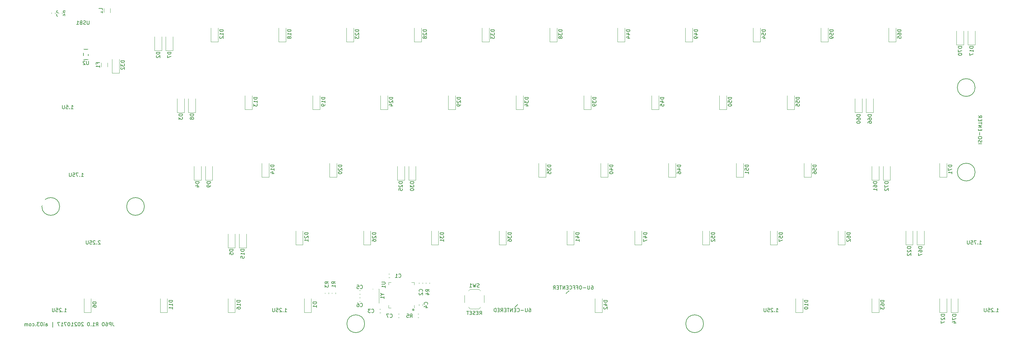
<source format=gbo>
G04 #@! TF.GenerationSoftware,KiCad,Pcbnew,(5.1.4)-1*
G04 #@! TF.CreationDate,2021-07-17T16:32:22+09:00*
G04 #@! TF.ProjectId,JIS60,4a495336-302e-46b6-9963-61645f706362,rev?*
G04 #@! TF.SameCoordinates,Original*
G04 #@! TF.FileFunction,Legend,Bot*
G04 #@! TF.FilePolarity,Positive*
%FSLAX46Y46*%
G04 Gerber Fmt 4.6, Leading zero omitted, Abs format (unit mm)*
G04 Created by KiCad (PCBNEW (5.1.4)-1) date 2021-07-17 16:32:22*
%MOMM*%
%LPD*%
G04 APERTURE LIST*
%ADD10C,0.150000*%
%ADD11C,0.120000*%
%ADD12C,0.010000*%
%ADD13C,2.501900*%
%ADD14R,2.950000X2.900000*%
%ADD15C,2.150000*%
%ADD16C,3.400000*%
%ADD17C,4.387800*%
%ADD18C,0.100000*%
%ADD19C,1.275000*%
%ADD20R,1.100000X1.400000*%
%ADD21R,1.100000X1.000000*%
%ADD22R,1.000000X1.850000*%
%ADD23R,0.700000X1.850000*%
%ADD24C,1.050000*%
%ADD25O,1.400000X2.500000*%
%ADD26O,1.400000X2.000000*%
%ADD27C,1.650000*%
%ADD28R,1.600000X1.300000*%
%ADD29C,3.448000*%
%ADD30C,0.650000*%
%ADD31C,5.600000*%
%ADD32R,2.100000X1.400000*%
%ADD33R,2.900000X2.950000*%
%ADD34R,1.600000X1.800000*%
%ADD35C,7.400000*%
G04 APERTURE END LIST*
D10*
X264636250Y-260254750D02*
X265430000Y-259461000D01*
X279781000Y-255651000D02*
X278987250Y-256444750D01*
X286130357Y-254246130D02*
X286320833Y-254246130D01*
X286416071Y-254293750D01*
X286463690Y-254341369D01*
X286558928Y-254484226D01*
X286606547Y-254674702D01*
X286606547Y-255055654D01*
X286558928Y-255150892D01*
X286511309Y-255198511D01*
X286416071Y-255246130D01*
X286225595Y-255246130D01*
X286130357Y-255198511D01*
X286082738Y-255150892D01*
X286035119Y-255055654D01*
X286035119Y-254817559D01*
X286082738Y-254722321D01*
X286130357Y-254674702D01*
X286225595Y-254627083D01*
X286416071Y-254627083D01*
X286511309Y-254674702D01*
X286558928Y-254722321D01*
X286606547Y-254817559D01*
X285606547Y-254246130D02*
X285606547Y-255055654D01*
X285558928Y-255150892D01*
X285511309Y-255198511D01*
X285416071Y-255246130D01*
X285225595Y-255246130D01*
X285130357Y-255198511D01*
X285082738Y-255150892D01*
X285035119Y-255055654D01*
X285035119Y-254246130D01*
X284558928Y-254865178D02*
X283797023Y-254865178D01*
X283130357Y-254246130D02*
X282939880Y-254246130D01*
X282844642Y-254293750D01*
X282749404Y-254388988D01*
X282701785Y-254579464D01*
X282701785Y-254912797D01*
X282749404Y-255103273D01*
X282844642Y-255198511D01*
X282939880Y-255246130D01*
X283130357Y-255246130D01*
X283225595Y-255198511D01*
X283320833Y-255103273D01*
X283368452Y-254912797D01*
X283368452Y-254579464D01*
X283320833Y-254388988D01*
X283225595Y-254293750D01*
X283130357Y-254246130D01*
X281939880Y-254722321D02*
X282273214Y-254722321D01*
X282273214Y-255246130D02*
X282273214Y-254246130D01*
X281797023Y-254246130D01*
X281082738Y-254722321D02*
X281416071Y-254722321D01*
X281416071Y-255246130D02*
X281416071Y-254246130D01*
X280939880Y-254246130D01*
X279987500Y-255150892D02*
X280035119Y-255198511D01*
X280177976Y-255246130D01*
X280273214Y-255246130D01*
X280416071Y-255198511D01*
X280511309Y-255103273D01*
X280558928Y-255008035D01*
X280606547Y-254817559D01*
X280606547Y-254674702D01*
X280558928Y-254484226D01*
X280511309Y-254388988D01*
X280416071Y-254293750D01*
X280273214Y-254246130D01*
X280177976Y-254246130D01*
X280035119Y-254293750D01*
X279987500Y-254341369D01*
X279558928Y-254722321D02*
X279225595Y-254722321D01*
X279082738Y-255246130D02*
X279558928Y-255246130D01*
X279558928Y-254246130D01*
X279082738Y-254246130D01*
X278654166Y-255246130D02*
X278654166Y-254246130D01*
X278082738Y-255246130D01*
X278082738Y-254246130D01*
X277749404Y-254246130D02*
X277177976Y-254246130D01*
X277463690Y-255246130D02*
X277463690Y-254246130D01*
X276844642Y-254722321D02*
X276511309Y-254722321D01*
X276368452Y-255246130D02*
X276844642Y-255246130D01*
X276844642Y-254246130D01*
X276368452Y-254246130D01*
X275368452Y-255246130D02*
X275701785Y-254769940D01*
X275939880Y-255246130D02*
X275939880Y-254246130D01*
X275558928Y-254246130D01*
X275463690Y-254293750D01*
X275416071Y-254341369D01*
X275368452Y-254436607D01*
X275368452Y-254579464D01*
X275416071Y-254674702D01*
X275463690Y-254722321D01*
X275558928Y-254769940D01*
X275939880Y-254769940D01*
X395128571Y-242546130D02*
X395700000Y-242546130D01*
X395414285Y-242546130D02*
X395414285Y-241546130D01*
X395509523Y-241688988D01*
X395604761Y-241784226D01*
X395700000Y-241831845D01*
X394700000Y-242450892D02*
X394652380Y-242498511D01*
X394700000Y-242546130D01*
X394747619Y-242498511D01*
X394700000Y-242450892D01*
X394700000Y-242546130D01*
X394319047Y-241546130D02*
X393652380Y-241546130D01*
X394080952Y-242546130D01*
X392795238Y-241546130D02*
X393271428Y-241546130D01*
X393319047Y-242022321D01*
X393271428Y-241974702D01*
X393176190Y-241927083D01*
X392938095Y-241927083D01*
X392842857Y-241974702D01*
X392795238Y-242022321D01*
X392747619Y-242117559D01*
X392747619Y-242355654D01*
X392795238Y-242450892D01*
X392842857Y-242498511D01*
X392938095Y-242546130D01*
X393176190Y-242546130D01*
X393271428Y-242498511D01*
X393319047Y-242450892D01*
X392319047Y-241546130D02*
X392319047Y-242355654D01*
X392271428Y-242450892D01*
X392223809Y-242498511D01*
X392128571Y-242546130D01*
X391938095Y-242546130D01*
X391842857Y-242498511D01*
X391795238Y-242450892D01*
X391747619Y-242355654D01*
X391747619Y-241546130D01*
X394835119Y-214272321D02*
X395835119Y-214272321D01*
X394882738Y-213843750D02*
X394835119Y-213700892D01*
X394835119Y-213462797D01*
X394882738Y-213367559D01*
X394930357Y-213319940D01*
X395025595Y-213272321D01*
X395120833Y-213272321D01*
X395216071Y-213319940D01*
X395263690Y-213367559D01*
X395311309Y-213462797D01*
X395358928Y-213653273D01*
X395406547Y-213748511D01*
X395454166Y-213796130D01*
X395549404Y-213843750D01*
X395644642Y-213843750D01*
X395739880Y-213796130D01*
X395787500Y-213748511D01*
X395835119Y-213653273D01*
X395835119Y-213415178D01*
X395787500Y-213272321D01*
X395835119Y-212653273D02*
X395835119Y-212462797D01*
X395787500Y-212367559D01*
X395692261Y-212272321D01*
X395501785Y-212224702D01*
X395168452Y-212224702D01*
X394977976Y-212272321D01*
X394882738Y-212367559D01*
X394835119Y-212462797D01*
X394835119Y-212653273D01*
X394882738Y-212748511D01*
X394977976Y-212843750D01*
X395168452Y-212891369D01*
X395501785Y-212891369D01*
X395692261Y-212843750D01*
X395787500Y-212748511D01*
X395835119Y-212653273D01*
X395216071Y-211796130D02*
X395216071Y-211034226D01*
X395358928Y-210558035D02*
X395358928Y-210224702D01*
X394835119Y-210081845D02*
X394835119Y-210558035D01*
X395835119Y-210558035D01*
X395835119Y-210081845D01*
X394835119Y-209653273D02*
X395835119Y-209653273D01*
X394835119Y-209081845D01*
X395835119Y-209081845D01*
X395835119Y-208748511D02*
X395835119Y-208177083D01*
X394835119Y-208462797D02*
X395835119Y-208462797D01*
X395358928Y-207843750D02*
X395358928Y-207510416D01*
X394835119Y-207367559D02*
X394835119Y-207843750D01*
X395835119Y-207843750D01*
X395835119Y-207367559D01*
X394835119Y-206367559D02*
X395311309Y-206700892D01*
X394835119Y-206938988D02*
X395835119Y-206938988D01*
X395835119Y-206558035D01*
X395787500Y-206462797D01*
X395739880Y-206415178D01*
X395644642Y-206367559D01*
X395501785Y-206367559D01*
X395406547Y-206415178D01*
X395358928Y-206462797D01*
X395311309Y-206558035D01*
X395311309Y-206938988D01*
X139858630Y-204446130D02*
X140430059Y-204446130D01*
X140144345Y-204446130D02*
X140144345Y-203446130D01*
X140239583Y-203588988D01*
X140334821Y-203684226D01*
X140430059Y-203731845D01*
X139430059Y-204350892D02*
X139382440Y-204398511D01*
X139430059Y-204446130D01*
X139477678Y-204398511D01*
X139430059Y-204350892D01*
X139430059Y-204446130D01*
X138477678Y-203446130D02*
X138953869Y-203446130D01*
X139001488Y-203922321D01*
X138953869Y-203874702D01*
X138858630Y-203827083D01*
X138620535Y-203827083D01*
X138525297Y-203874702D01*
X138477678Y-203922321D01*
X138430059Y-204017559D01*
X138430059Y-204255654D01*
X138477678Y-204350892D01*
X138525297Y-204398511D01*
X138620535Y-204446130D01*
X138858630Y-204446130D01*
X138953869Y-204398511D01*
X139001488Y-204350892D01*
X138001488Y-203446130D02*
X138001488Y-204255654D01*
X137953869Y-204350892D01*
X137906250Y-204398511D01*
X137811011Y-204446130D01*
X137620535Y-204446130D01*
X137525297Y-204398511D01*
X137477678Y-204350892D01*
X137430059Y-204255654D01*
X137430059Y-203446130D01*
X142716071Y-223496130D02*
X143287500Y-223496130D01*
X143001785Y-223496130D02*
X143001785Y-222496130D01*
X143097023Y-222638988D01*
X143192261Y-222734226D01*
X143287500Y-222781845D01*
X142287500Y-223400892D02*
X142239880Y-223448511D01*
X142287500Y-223496130D01*
X142335119Y-223448511D01*
X142287500Y-223400892D01*
X142287500Y-223496130D01*
X141906547Y-222496130D02*
X141239880Y-222496130D01*
X141668452Y-223496130D01*
X140382738Y-222496130D02*
X140858928Y-222496130D01*
X140906547Y-222972321D01*
X140858928Y-222924702D01*
X140763690Y-222877083D01*
X140525595Y-222877083D01*
X140430357Y-222924702D01*
X140382738Y-222972321D01*
X140335119Y-223067559D01*
X140335119Y-223305654D01*
X140382738Y-223400892D01*
X140430357Y-223448511D01*
X140525595Y-223496130D01*
X140763690Y-223496130D01*
X140858928Y-223448511D01*
X140906547Y-223400892D01*
X139906547Y-222496130D02*
X139906547Y-223305654D01*
X139858928Y-223400892D01*
X139811309Y-223448511D01*
X139716071Y-223496130D01*
X139525595Y-223496130D01*
X139430357Y-223448511D01*
X139382738Y-223400892D01*
X139335119Y-223305654D01*
X139335119Y-222496130D01*
X148050000Y-241641369D02*
X148002380Y-241593750D01*
X147907142Y-241546130D01*
X147669047Y-241546130D01*
X147573809Y-241593750D01*
X147526190Y-241641369D01*
X147478571Y-241736607D01*
X147478571Y-241831845D01*
X147526190Y-241974702D01*
X148097619Y-242546130D01*
X147478571Y-242546130D01*
X147050000Y-242450892D02*
X147002380Y-242498511D01*
X147050000Y-242546130D01*
X147097619Y-242498511D01*
X147050000Y-242450892D01*
X147050000Y-242546130D01*
X146621428Y-241641369D02*
X146573809Y-241593750D01*
X146478571Y-241546130D01*
X146240476Y-241546130D01*
X146145238Y-241593750D01*
X146097619Y-241641369D01*
X146050000Y-241736607D01*
X146050000Y-241831845D01*
X146097619Y-241974702D01*
X146669047Y-242546130D01*
X146050000Y-242546130D01*
X145145238Y-241546130D02*
X145621428Y-241546130D01*
X145669047Y-242022321D01*
X145621428Y-241974702D01*
X145526190Y-241927083D01*
X145288095Y-241927083D01*
X145192857Y-241974702D01*
X145145238Y-242022321D01*
X145097619Y-242117559D01*
X145097619Y-242355654D01*
X145145238Y-242450892D01*
X145192857Y-242498511D01*
X145288095Y-242546130D01*
X145526190Y-242546130D01*
X145621428Y-242498511D01*
X145669047Y-242450892D01*
X144669047Y-241546130D02*
X144669047Y-242355654D01*
X144621428Y-242450892D01*
X144573809Y-242498511D01*
X144478571Y-242546130D01*
X144288095Y-242546130D01*
X144192857Y-242498511D01*
X144145238Y-242450892D01*
X144097619Y-242355654D01*
X144097619Y-241546130D01*
X137953571Y-261596130D02*
X138525000Y-261596130D01*
X138239285Y-261596130D02*
X138239285Y-260596130D01*
X138334523Y-260738988D01*
X138429761Y-260834226D01*
X138525000Y-260881845D01*
X137525000Y-261500892D02*
X137477380Y-261548511D01*
X137525000Y-261596130D01*
X137572619Y-261548511D01*
X137525000Y-261500892D01*
X137525000Y-261596130D01*
X137096428Y-260691369D02*
X137048809Y-260643750D01*
X136953571Y-260596130D01*
X136715476Y-260596130D01*
X136620238Y-260643750D01*
X136572619Y-260691369D01*
X136525000Y-260786607D01*
X136525000Y-260881845D01*
X136572619Y-261024702D01*
X137144047Y-261596130D01*
X136525000Y-261596130D01*
X135620238Y-260596130D02*
X136096428Y-260596130D01*
X136144047Y-261072321D01*
X136096428Y-261024702D01*
X136001190Y-260977083D01*
X135763095Y-260977083D01*
X135667857Y-261024702D01*
X135620238Y-261072321D01*
X135572619Y-261167559D01*
X135572619Y-261405654D01*
X135620238Y-261500892D01*
X135667857Y-261548511D01*
X135763095Y-261596130D01*
X136001190Y-261596130D01*
X136096428Y-261548511D01*
X136144047Y-261500892D01*
X135144047Y-260596130D02*
X135144047Y-261405654D01*
X135096428Y-261500892D01*
X135048809Y-261548511D01*
X134953571Y-261596130D01*
X134763095Y-261596130D01*
X134667857Y-261548511D01*
X134620238Y-261500892D01*
X134572619Y-261405654D01*
X134572619Y-260596130D01*
X199866071Y-261596130D02*
X200437500Y-261596130D01*
X200151785Y-261596130D02*
X200151785Y-260596130D01*
X200247023Y-260738988D01*
X200342261Y-260834226D01*
X200437500Y-260881845D01*
X199437500Y-261500892D02*
X199389880Y-261548511D01*
X199437500Y-261596130D01*
X199485119Y-261548511D01*
X199437500Y-261500892D01*
X199437500Y-261596130D01*
X199008928Y-260691369D02*
X198961309Y-260643750D01*
X198866071Y-260596130D01*
X198627976Y-260596130D01*
X198532738Y-260643750D01*
X198485119Y-260691369D01*
X198437500Y-260786607D01*
X198437500Y-260881845D01*
X198485119Y-261024702D01*
X199056547Y-261596130D01*
X198437500Y-261596130D01*
X197532738Y-260596130D02*
X198008928Y-260596130D01*
X198056547Y-261072321D01*
X198008928Y-261024702D01*
X197913690Y-260977083D01*
X197675595Y-260977083D01*
X197580357Y-261024702D01*
X197532738Y-261072321D01*
X197485119Y-261167559D01*
X197485119Y-261405654D01*
X197532738Y-261500892D01*
X197580357Y-261548511D01*
X197675595Y-261596130D01*
X197913690Y-261596130D01*
X198008928Y-261548511D01*
X198056547Y-261500892D01*
X197056547Y-260596130D02*
X197056547Y-261405654D01*
X197008928Y-261500892D01*
X196961309Y-261548511D01*
X196866071Y-261596130D01*
X196675595Y-261596130D01*
X196580357Y-261548511D01*
X196532738Y-261500892D01*
X196485119Y-261405654D01*
X196485119Y-260596130D01*
X399891071Y-261596130D02*
X400462500Y-261596130D01*
X400176785Y-261596130D02*
X400176785Y-260596130D01*
X400272023Y-260738988D01*
X400367261Y-260834226D01*
X400462500Y-260881845D01*
X399462500Y-261500892D02*
X399414880Y-261548511D01*
X399462500Y-261596130D01*
X399510119Y-261548511D01*
X399462500Y-261500892D01*
X399462500Y-261596130D01*
X399033928Y-260691369D02*
X398986309Y-260643750D01*
X398891071Y-260596130D01*
X398652976Y-260596130D01*
X398557738Y-260643750D01*
X398510119Y-260691369D01*
X398462500Y-260786607D01*
X398462500Y-260881845D01*
X398510119Y-261024702D01*
X399081547Y-261596130D01*
X398462500Y-261596130D01*
X397557738Y-260596130D02*
X398033928Y-260596130D01*
X398081547Y-261072321D01*
X398033928Y-261024702D01*
X397938690Y-260977083D01*
X397700595Y-260977083D01*
X397605357Y-261024702D01*
X397557738Y-261072321D01*
X397510119Y-261167559D01*
X397510119Y-261405654D01*
X397557738Y-261500892D01*
X397605357Y-261548511D01*
X397700595Y-261596130D01*
X397938690Y-261596130D01*
X398033928Y-261548511D01*
X398081547Y-261500892D01*
X397081547Y-260596130D02*
X397081547Y-261405654D01*
X397033928Y-261500892D01*
X396986309Y-261548511D01*
X396891071Y-261596130D01*
X396700595Y-261596130D01*
X396605357Y-261548511D01*
X396557738Y-261500892D01*
X396510119Y-261405654D01*
X396510119Y-260596130D01*
X337978571Y-261596130D02*
X338550000Y-261596130D01*
X338264285Y-261596130D02*
X338264285Y-260596130D01*
X338359523Y-260738988D01*
X338454761Y-260834226D01*
X338550000Y-260881845D01*
X337550000Y-261500892D02*
X337502380Y-261548511D01*
X337550000Y-261596130D01*
X337597619Y-261548511D01*
X337550000Y-261500892D01*
X337550000Y-261596130D01*
X337121428Y-260691369D02*
X337073809Y-260643750D01*
X336978571Y-260596130D01*
X336740476Y-260596130D01*
X336645238Y-260643750D01*
X336597619Y-260691369D01*
X336550000Y-260786607D01*
X336550000Y-260881845D01*
X336597619Y-261024702D01*
X337169047Y-261596130D01*
X336550000Y-261596130D01*
X335645238Y-260596130D02*
X336121428Y-260596130D01*
X336169047Y-261072321D01*
X336121428Y-261024702D01*
X336026190Y-260977083D01*
X335788095Y-260977083D01*
X335692857Y-261024702D01*
X335645238Y-261072321D01*
X335597619Y-261167559D01*
X335597619Y-261405654D01*
X335645238Y-261500892D01*
X335692857Y-261548511D01*
X335788095Y-261596130D01*
X336026190Y-261596130D01*
X336121428Y-261548511D01*
X336169047Y-261500892D01*
X335169047Y-260596130D02*
X335169047Y-261405654D01*
X335121428Y-261500892D01*
X335073809Y-261548511D01*
X334978571Y-261596130D01*
X334788095Y-261596130D01*
X334692857Y-261548511D01*
X334645238Y-261500892D01*
X334597619Y-261405654D01*
X334597619Y-260596130D01*
X268620285Y-260596130D02*
X268810761Y-260596130D01*
X268906000Y-260643750D01*
X268953619Y-260691369D01*
X269048857Y-260834226D01*
X269096476Y-261024702D01*
X269096476Y-261405654D01*
X269048857Y-261500892D01*
X269001238Y-261548511D01*
X268906000Y-261596130D01*
X268715523Y-261596130D01*
X268620285Y-261548511D01*
X268572666Y-261500892D01*
X268525047Y-261405654D01*
X268525047Y-261167559D01*
X268572666Y-261072321D01*
X268620285Y-261024702D01*
X268715523Y-260977083D01*
X268906000Y-260977083D01*
X269001238Y-261024702D01*
X269048857Y-261072321D01*
X269096476Y-261167559D01*
X268096476Y-260596130D02*
X268096476Y-261405654D01*
X268048857Y-261500892D01*
X268001238Y-261548511D01*
X267906000Y-261596130D01*
X267715523Y-261596130D01*
X267620285Y-261548511D01*
X267572666Y-261500892D01*
X267525047Y-261405654D01*
X267525047Y-260596130D01*
X267048857Y-261215178D02*
X266286952Y-261215178D01*
X265239333Y-261500892D02*
X265286952Y-261548511D01*
X265429809Y-261596130D01*
X265525047Y-261596130D01*
X265667904Y-261548511D01*
X265763142Y-261453273D01*
X265810761Y-261358035D01*
X265858380Y-261167559D01*
X265858380Y-261024702D01*
X265810761Y-260834226D01*
X265763142Y-260738988D01*
X265667904Y-260643750D01*
X265525047Y-260596130D01*
X265429809Y-260596130D01*
X265286952Y-260643750D01*
X265239333Y-260691369D01*
X264810761Y-261072321D02*
X264477428Y-261072321D01*
X264334571Y-261596130D02*
X264810761Y-261596130D01*
X264810761Y-260596130D01*
X264334571Y-260596130D01*
X263906000Y-261596130D02*
X263906000Y-260596130D01*
X263334571Y-261596130D01*
X263334571Y-260596130D01*
X263001238Y-260596130D02*
X262429809Y-260596130D01*
X262715523Y-261596130D02*
X262715523Y-260596130D01*
X262096476Y-261072321D02*
X261763142Y-261072321D01*
X261620285Y-261596130D02*
X262096476Y-261596130D01*
X262096476Y-260596130D01*
X261620285Y-260596130D01*
X260620285Y-261596130D02*
X260953619Y-261119940D01*
X261191714Y-261596130D02*
X261191714Y-260596130D01*
X260810761Y-260596130D01*
X260715523Y-260643750D01*
X260667904Y-260691369D01*
X260620285Y-260786607D01*
X260620285Y-260929464D01*
X260667904Y-261024702D01*
X260715523Y-261072321D01*
X260810761Y-261119940D01*
X261191714Y-261119940D01*
X260191714Y-261072321D02*
X259858380Y-261072321D01*
X259715523Y-261596130D02*
X260191714Y-261596130D01*
X260191714Y-260596130D01*
X259715523Y-260596130D01*
X259286952Y-261596130D02*
X259286952Y-260596130D01*
X259048857Y-260596130D01*
X258906000Y-260643750D01*
X258810761Y-260738988D01*
X258763142Y-260834226D01*
X258715523Y-261024702D01*
X258715523Y-261167559D01*
X258763142Y-261358035D01*
X258810761Y-261453273D01*
X258906000Y-261548511D01*
X259048857Y-261596130D01*
X259286952Y-261596130D01*
X254658630Y-262389880D02*
X254991964Y-261913690D01*
X255230059Y-262389880D02*
X255230059Y-261389880D01*
X254849107Y-261389880D01*
X254753869Y-261437500D01*
X254706250Y-261485119D01*
X254658630Y-261580357D01*
X254658630Y-261723214D01*
X254706250Y-261818452D01*
X254753869Y-261866071D01*
X254849107Y-261913690D01*
X255230059Y-261913690D01*
X254230059Y-261866071D02*
X253896726Y-261866071D01*
X253753869Y-262389880D02*
X254230059Y-262389880D01*
X254230059Y-261389880D01*
X253753869Y-261389880D01*
X253372916Y-262342261D02*
X253230059Y-262389880D01*
X252991964Y-262389880D01*
X252896726Y-262342261D01*
X252849107Y-262294642D01*
X252801488Y-262199404D01*
X252801488Y-262104166D01*
X252849107Y-262008928D01*
X252896726Y-261961309D01*
X252991964Y-261913690D01*
X253182440Y-261866071D01*
X253277678Y-261818452D01*
X253325297Y-261770833D01*
X253372916Y-261675595D01*
X253372916Y-261580357D01*
X253325297Y-261485119D01*
X253277678Y-261437500D01*
X253182440Y-261389880D01*
X252944345Y-261389880D01*
X252801488Y-261437500D01*
X252372916Y-261866071D02*
X252039583Y-261866071D01*
X251896726Y-262389880D02*
X252372916Y-262389880D01*
X252372916Y-261389880D01*
X251896726Y-261389880D01*
X251611011Y-261389880D02*
X251039583Y-261389880D01*
X251325297Y-262389880D02*
X251325297Y-261389880D01*
X151557095Y-264564880D02*
X151557095Y-265279166D01*
X151604714Y-265422023D01*
X151699952Y-265517261D01*
X151842809Y-265564880D01*
X151938047Y-265564880D01*
X151080904Y-265564880D02*
X151080904Y-264564880D01*
X150699952Y-264564880D01*
X150604714Y-264612500D01*
X150557095Y-264660119D01*
X150509476Y-264755357D01*
X150509476Y-264898214D01*
X150557095Y-264993452D01*
X150604714Y-265041071D01*
X150699952Y-265088690D01*
X151080904Y-265088690D01*
X149652333Y-264564880D02*
X149842809Y-264564880D01*
X149938047Y-264612500D01*
X149985666Y-264660119D01*
X150080904Y-264802976D01*
X150128523Y-264993452D01*
X150128523Y-265374404D01*
X150080904Y-265469642D01*
X150033285Y-265517261D01*
X149938047Y-265564880D01*
X149747571Y-265564880D01*
X149652333Y-265517261D01*
X149604714Y-265469642D01*
X149557095Y-265374404D01*
X149557095Y-265136309D01*
X149604714Y-265041071D01*
X149652333Y-264993452D01*
X149747571Y-264945833D01*
X149938047Y-264945833D01*
X150033285Y-264993452D01*
X150080904Y-265041071D01*
X150128523Y-265136309D01*
X148938047Y-264564880D02*
X148842809Y-264564880D01*
X148747571Y-264612500D01*
X148699952Y-264660119D01*
X148652333Y-264755357D01*
X148604714Y-264945833D01*
X148604714Y-265183928D01*
X148652333Y-265374404D01*
X148699952Y-265469642D01*
X148747571Y-265517261D01*
X148842809Y-265564880D01*
X148938047Y-265564880D01*
X149033285Y-265517261D01*
X149080904Y-265469642D01*
X149128523Y-265374404D01*
X149176142Y-265183928D01*
X149176142Y-264945833D01*
X149128523Y-264755357D01*
X149080904Y-264660119D01*
X149033285Y-264612500D01*
X148938047Y-264564880D01*
X146842809Y-265564880D02*
X147176142Y-265088690D01*
X147414238Y-265564880D02*
X147414238Y-264564880D01*
X147033285Y-264564880D01*
X146938047Y-264612500D01*
X146890428Y-264660119D01*
X146842809Y-264755357D01*
X146842809Y-264898214D01*
X146890428Y-264993452D01*
X146938047Y-265041071D01*
X147033285Y-265088690D01*
X147414238Y-265088690D01*
X145890428Y-265564880D02*
X146461857Y-265564880D01*
X146176142Y-265564880D02*
X146176142Y-264564880D01*
X146271380Y-264707738D01*
X146366619Y-264802976D01*
X146461857Y-264850595D01*
X145461857Y-265469642D02*
X145414238Y-265517261D01*
X145461857Y-265564880D01*
X145509476Y-265517261D01*
X145461857Y-265469642D01*
X145461857Y-265564880D01*
X144795190Y-264564880D02*
X144699952Y-264564880D01*
X144604714Y-264612500D01*
X144557095Y-264660119D01*
X144509476Y-264755357D01*
X144461857Y-264945833D01*
X144461857Y-265183928D01*
X144509476Y-265374404D01*
X144557095Y-265469642D01*
X144604714Y-265517261D01*
X144699952Y-265564880D01*
X144795190Y-265564880D01*
X144890428Y-265517261D01*
X144938047Y-265469642D01*
X144985666Y-265374404D01*
X145033285Y-265183928D01*
X145033285Y-264945833D01*
X144985666Y-264755357D01*
X144938047Y-264660119D01*
X144890428Y-264612500D01*
X144795190Y-264564880D01*
X143319000Y-264660119D02*
X143271380Y-264612500D01*
X143176142Y-264564880D01*
X142938047Y-264564880D01*
X142842809Y-264612500D01*
X142795190Y-264660119D01*
X142747571Y-264755357D01*
X142747571Y-264850595D01*
X142795190Y-264993452D01*
X143366619Y-265564880D01*
X142747571Y-265564880D01*
X142128523Y-264564880D02*
X142033285Y-264564880D01*
X141938047Y-264612500D01*
X141890428Y-264660119D01*
X141842809Y-264755357D01*
X141795190Y-264945833D01*
X141795190Y-265183928D01*
X141842809Y-265374404D01*
X141890428Y-265469642D01*
X141938047Y-265517261D01*
X142033285Y-265564880D01*
X142128523Y-265564880D01*
X142223761Y-265517261D01*
X142271380Y-265469642D01*
X142319000Y-265374404D01*
X142366619Y-265183928D01*
X142366619Y-264945833D01*
X142319000Y-264755357D01*
X142271380Y-264660119D01*
X142223761Y-264612500D01*
X142128523Y-264564880D01*
X141414238Y-264660119D02*
X141366619Y-264612500D01*
X141271380Y-264564880D01*
X141033285Y-264564880D01*
X140938047Y-264612500D01*
X140890428Y-264660119D01*
X140842809Y-264755357D01*
X140842809Y-264850595D01*
X140890428Y-264993452D01*
X141461857Y-265564880D01*
X140842809Y-265564880D01*
X139890428Y-265564880D02*
X140461857Y-265564880D01*
X140176142Y-265564880D02*
X140176142Y-264564880D01*
X140271380Y-264707738D01*
X140366619Y-264802976D01*
X140461857Y-264850595D01*
X139271380Y-264564880D02*
X139176142Y-264564880D01*
X139080904Y-264612500D01*
X139033285Y-264660119D01*
X138985666Y-264755357D01*
X138938047Y-264945833D01*
X138938047Y-265183928D01*
X138985666Y-265374404D01*
X139033285Y-265469642D01*
X139080904Y-265517261D01*
X139176142Y-265564880D01*
X139271380Y-265564880D01*
X139366619Y-265517261D01*
X139414238Y-265469642D01*
X139461857Y-265374404D01*
X139509476Y-265183928D01*
X139509476Y-264945833D01*
X139461857Y-264755357D01*
X139414238Y-264660119D01*
X139366619Y-264612500D01*
X139271380Y-264564880D01*
X138604714Y-264564880D02*
X137938047Y-264564880D01*
X138366619Y-265564880D01*
X137033285Y-265564880D02*
X137604714Y-265564880D01*
X137319000Y-265564880D02*
X137319000Y-264564880D01*
X137414238Y-264707738D01*
X137509476Y-264802976D01*
X137604714Y-264850595D01*
X136699952Y-264564880D02*
X136033285Y-264564880D01*
X136461857Y-265564880D01*
X134652333Y-265898214D02*
X134652333Y-264469642D01*
X132747571Y-265564880D02*
X132747571Y-265041071D01*
X132795190Y-264945833D01*
X132890428Y-264898214D01*
X133080904Y-264898214D01*
X133176142Y-264945833D01*
X132747571Y-265517261D02*
X132842809Y-265564880D01*
X133080904Y-265564880D01*
X133176142Y-265517261D01*
X133223761Y-265422023D01*
X133223761Y-265326785D01*
X133176142Y-265231547D01*
X133080904Y-265183928D01*
X132842809Y-265183928D01*
X132747571Y-265136309D01*
X132271380Y-265564880D02*
X132271380Y-264898214D01*
X132271380Y-264564880D02*
X132319000Y-264612500D01*
X132271380Y-264660119D01*
X132223761Y-264612500D01*
X132271380Y-264564880D01*
X132271380Y-264660119D01*
X131604714Y-264564880D02*
X131509476Y-264564880D01*
X131414238Y-264612500D01*
X131366619Y-264660119D01*
X131319000Y-264755357D01*
X131271380Y-264945833D01*
X131271380Y-265183928D01*
X131319000Y-265374404D01*
X131366619Y-265469642D01*
X131414238Y-265517261D01*
X131509476Y-265564880D01*
X131604714Y-265564880D01*
X131699952Y-265517261D01*
X131747571Y-265469642D01*
X131795190Y-265374404D01*
X131842809Y-265183928D01*
X131842809Y-264945833D01*
X131795190Y-264755357D01*
X131747571Y-264660119D01*
X131699952Y-264612500D01*
X131604714Y-264564880D01*
X130938047Y-264564880D02*
X130319000Y-264564880D01*
X130652333Y-264945833D01*
X130509476Y-264945833D01*
X130414238Y-264993452D01*
X130366619Y-265041071D01*
X130319000Y-265136309D01*
X130319000Y-265374404D01*
X130366619Y-265469642D01*
X130414238Y-265517261D01*
X130509476Y-265564880D01*
X130795190Y-265564880D01*
X130890428Y-265517261D01*
X130938047Y-265469642D01*
X129890428Y-265469642D02*
X129842809Y-265517261D01*
X129890428Y-265564880D01*
X129938047Y-265517261D01*
X129890428Y-265469642D01*
X129890428Y-265564880D01*
X128985666Y-265517261D02*
X129080904Y-265564880D01*
X129271380Y-265564880D01*
X129366619Y-265517261D01*
X129414238Y-265469642D01*
X129461857Y-265374404D01*
X129461857Y-265088690D01*
X129414238Y-264993452D01*
X129366619Y-264945833D01*
X129271380Y-264898214D01*
X129080904Y-264898214D01*
X128985666Y-264945833D01*
X128414238Y-265564880D02*
X128509476Y-265517261D01*
X128557095Y-265469642D01*
X128604714Y-265374404D01*
X128604714Y-265088690D01*
X128557095Y-264993452D01*
X128509476Y-264945833D01*
X128414238Y-264898214D01*
X128271380Y-264898214D01*
X128176142Y-264945833D01*
X128128523Y-264993452D01*
X128080904Y-265088690D01*
X128080904Y-265374404D01*
X128128523Y-265469642D01*
X128176142Y-265517261D01*
X128271380Y-265564880D01*
X128414238Y-265564880D01*
X127652333Y-265564880D02*
X127652333Y-264898214D01*
X127652333Y-264993452D02*
X127604714Y-264945833D01*
X127509476Y-264898214D01*
X127366619Y-264898214D01*
X127271380Y-264945833D01*
X127223761Y-265041071D01*
X127223761Y-265564880D01*
X127223761Y-265041071D02*
X127176142Y-264945833D01*
X127080904Y-264898214D01*
X126938047Y-264898214D01*
X126842809Y-264945833D01*
X126795190Y-265041071D01*
X126795190Y-265564880D01*
X393937500Y-222250000D02*
G75*
G03X393937500Y-222250000I-2500000J0D01*
G01*
X317612400Y-264947400D02*
G75*
G03X317612400Y-264947400I-2500000J0D01*
G01*
X222362400Y-264947400D02*
G75*
G03X222362400Y-264947400I-2500000J0D01*
G01*
X136637400Y-231927400D02*
G75*
G03X136637400Y-231927400I-2500000J0D01*
G01*
X160462600Y-231927400D02*
G75*
G03X160462600Y-231927400I-2500000J0D01*
G01*
X393937500Y-198437500D02*
G75*
G03X393937500Y-198437500I-2500000J0D01*
G01*
X236251750Y-261016750D02*
G75*
G03X236251750Y-261016750I-222250J0D01*
G01*
D11*
X211199000Y-256544029D02*
X211199000Y-256218471D01*
X212219000Y-256544029D02*
X212219000Y-256218471D01*
X213135750Y-256544029D02*
X213135750Y-256218471D01*
X214155750Y-256544029D02*
X214155750Y-256218471D01*
D10*
X143368000Y-187653000D02*
X143368000Y-190553000D01*
X143368000Y-187653000D02*
X144668000Y-187653000D01*
X144668000Y-187653000D02*
X144668000Y-190553000D01*
X144668000Y-190553000D02*
X143368000Y-190553000D01*
D11*
X136269000Y-177708779D02*
X136269000Y-177383221D01*
X137289000Y-177708779D02*
X137289000Y-177383221D01*
X134364000Y-177708779D02*
X134364000Y-177383221D01*
X135384000Y-177708779D02*
X135384000Y-177383221D01*
X150897000Y-176181936D02*
X150897000Y-177386064D01*
X149077000Y-176181936D02*
X149077000Y-177386064D01*
X150135000Y-191485436D02*
X150135000Y-192689564D01*
X148315000Y-191485436D02*
X148315000Y-192689564D01*
X153400000Y-194337500D02*
X153400000Y-190437500D01*
X151400000Y-194337500D02*
X151400000Y-190437500D01*
X153400000Y-194337500D02*
X151400000Y-194337500D01*
X345487500Y-261806250D02*
X345487500Y-257906250D01*
X343487500Y-261806250D02*
X343487500Y-257906250D01*
X345487500Y-261806250D02*
X343487500Y-261806250D01*
X207375000Y-261806250D02*
X207375000Y-257906250D01*
X205375000Y-261806250D02*
X205375000Y-257906250D01*
X207375000Y-261806250D02*
X205375000Y-261806250D01*
X365331250Y-205450000D02*
X365331250Y-201550000D01*
X363331250Y-205450000D02*
X363331250Y-201550000D01*
X365331250Y-205450000D02*
X363331250Y-205450000D01*
X236289000Y-259759250D02*
X236289000Y-260484250D01*
X229069000Y-253264250D02*
X229794000Y-253264250D01*
X229069000Y-253989250D02*
X229069000Y-253264250D01*
X229069000Y-260484250D02*
X229794000Y-260484250D01*
X229069000Y-259759250D02*
X229069000Y-260484250D01*
X236289000Y-253264250D02*
X235564000Y-253264250D01*
X236289000Y-253989250D02*
X236289000Y-253264250D01*
X254456250Y-255218750D02*
X251956250Y-255218750D01*
X255956250Y-256968750D02*
X255956250Y-258968750D01*
X254456250Y-260718750D02*
X251956250Y-260718750D01*
X250456250Y-256968750D02*
X250456250Y-258968750D01*
X254906250Y-255668750D02*
X254456250Y-255218750D01*
X251506250Y-255668750D02*
X251956250Y-255218750D01*
X251506250Y-260268750D02*
X251956250Y-260718750D01*
X254906250Y-260268750D02*
X254456250Y-260718750D01*
X237276421Y-262227600D02*
X237601979Y-262227600D01*
X237276421Y-263247600D02*
X237601979Y-263247600D01*
X226376500Y-255143250D02*
X226376500Y-259143250D01*
X223076500Y-255143250D02*
X226376500Y-255143250D01*
X239583500Y-253686529D02*
X239583500Y-253360971D01*
X240603500Y-253686529D02*
X240603500Y-253360971D01*
X232128279Y-263241250D02*
X231802721Y-263241250D01*
X232128279Y-262221250D02*
X231802721Y-262221250D01*
X221206279Y-258669250D02*
X220880721Y-258669250D01*
X221206279Y-257649250D02*
X220880721Y-257649250D01*
X221206279Y-256637250D02*
X220880721Y-256637250D01*
X221206279Y-255617250D02*
X220880721Y-255617250D01*
X237678500Y-259846029D02*
X237678500Y-259520471D01*
X238698500Y-259846029D02*
X238698500Y-259520471D01*
X226921279Y-261844250D02*
X226595721Y-261844250D01*
X226921279Y-260824250D02*
X226595721Y-260824250D01*
X238698500Y-253360971D02*
X238698500Y-253686529D01*
X237678500Y-253360971D02*
X237678500Y-253686529D01*
X385968750Y-261806250D02*
X385968750Y-257906250D01*
X383968750Y-261806250D02*
X383968750Y-257906250D01*
X385968750Y-261806250D02*
X383968750Y-261806250D01*
X376443750Y-242756250D02*
X376443750Y-238856250D01*
X374443750Y-242756250D02*
X374443750Y-238856250D01*
X376443750Y-242756250D02*
X374443750Y-242756250D01*
X393906250Y-186400000D02*
X393906250Y-182500000D01*
X391906250Y-186400000D02*
X391906250Y-182500000D01*
X393906250Y-186400000D02*
X391906250Y-186400000D01*
X166893750Y-261806250D02*
X166893750Y-257906250D01*
X164893750Y-261806250D02*
X164893750Y-257906250D01*
X166893750Y-261806250D02*
X164893750Y-261806250D01*
X229461279Y-251938250D02*
X229135721Y-251938250D01*
X229461279Y-250918250D02*
X229135721Y-250918250D01*
X389143750Y-261806250D02*
X389143750Y-257906250D01*
X387143750Y-261806250D02*
X387143750Y-257906250D01*
X389143750Y-261806250D02*
X387143750Y-261806250D01*
X370093750Y-224500000D02*
X370093750Y-220600000D01*
X368093750Y-224500000D02*
X368093750Y-220600000D01*
X370093750Y-224500000D02*
X368093750Y-224500000D01*
X385968750Y-223706250D02*
X385968750Y-219806250D01*
X383968750Y-223706250D02*
X383968750Y-219806250D01*
X385968750Y-223706250D02*
X383968750Y-223706250D01*
X390731250Y-186400000D02*
X390731250Y-182500000D01*
X388731250Y-186400000D02*
X388731250Y-182500000D01*
X390731250Y-186400000D02*
X388731250Y-186400000D01*
X379618750Y-242756250D02*
X379618750Y-238856250D01*
X377618750Y-242756250D02*
X377618750Y-238856250D01*
X379618750Y-242756250D02*
X377618750Y-242756250D01*
X371681250Y-185606250D02*
X371681250Y-181706250D01*
X369681250Y-185606250D02*
X369681250Y-181706250D01*
X371681250Y-185606250D02*
X369681250Y-185606250D01*
X366918750Y-261806250D02*
X366918750Y-257906250D01*
X364918750Y-261806250D02*
X364918750Y-257906250D01*
X366918750Y-261806250D02*
X364918750Y-261806250D01*
X357393750Y-242756250D02*
X357393750Y-238856250D01*
X355393750Y-242756250D02*
X355393750Y-238856250D01*
X357393750Y-242756250D02*
X355393750Y-242756250D01*
X366918750Y-224500000D02*
X366918750Y-220600000D01*
X364918750Y-224500000D02*
X364918750Y-220600000D01*
X366918750Y-224500000D02*
X364918750Y-224500000D01*
X362156250Y-205450000D02*
X362156250Y-201550000D01*
X360156250Y-205450000D02*
X360156250Y-201550000D01*
X362156250Y-205450000D02*
X360156250Y-205450000D01*
X352631250Y-185606250D02*
X352631250Y-181706250D01*
X350631250Y-185606250D02*
X350631250Y-181706250D01*
X352631250Y-185606250D02*
X350631250Y-185606250D01*
X338343750Y-242756250D02*
X338343750Y-238856250D01*
X336343750Y-242756250D02*
X336343750Y-238856250D01*
X338343750Y-242756250D02*
X336343750Y-242756250D01*
X347868750Y-223706250D02*
X347868750Y-219806250D01*
X345868750Y-223706250D02*
X345868750Y-219806250D01*
X347868750Y-223706250D02*
X345868750Y-223706250D01*
X343106250Y-204656250D02*
X343106250Y-200756250D01*
X341106250Y-204656250D02*
X341106250Y-200756250D01*
X343106250Y-204656250D02*
X341106250Y-204656250D01*
X333581250Y-185606250D02*
X333581250Y-181706250D01*
X331581250Y-185606250D02*
X331581250Y-181706250D01*
X333581250Y-185606250D02*
X331581250Y-185606250D01*
X319293750Y-242756250D02*
X319293750Y-238856250D01*
X317293750Y-242756250D02*
X317293750Y-238856250D01*
X319293750Y-242756250D02*
X317293750Y-242756250D01*
X328818750Y-223706250D02*
X328818750Y-219806250D01*
X326818750Y-223706250D02*
X326818750Y-219806250D01*
X328818750Y-223706250D02*
X326818750Y-223706250D01*
X324056250Y-204656250D02*
X324056250Y-200756250D01*
X322056250Y-204656250D02*
X322056250Y-200756250D01*
X324056250Y-204656250D02*
X322056250Y-204656250D01*
X314531250Y-185606250D02*
X314531250Y-181706250D01*
X312531250Y-185606250D02*
X312531250Y-181706250D01*
X314531250Y-185606250D02*
X312531250Y-185606250D01*
X300243750Y-242756250D02*
X300243750Y-238856250D01*
X298243750Y-242756250D02*
X298243750Y-238856250D01*
X300243750Y-242756250D02*
X298243750Y-242756250D01*
X309768750Y-223706250D02*
X309768750Y-219806250D01*
X307768750Y-223706250D02*
X307768750Y-219806250D01*
X309768750Y-223706250D02*
X307768750Y-223706250D01*
X305006250Y-204656250D02*
X305006250Y-200756250D01*
X303006250Y-204656250D02*
X303006250Y-200756250D01*
X305006250Y-204656250D02*
X303006250Y-204656250D01*
X295481250Y-185606250D02*
X295481250Y-181706250D01*
X293481250Y-185606250D02*
X293481250Y-181706250D01*
X295481250Y-185606250D02*
X293481250Y-185606250D01*
X289131250Y-261806250D02*
X289131250Y-257906250D01*
X287131250Y-261806250D02*
X287131250Y-257906250D01*
X289131250Y-261806250D02*
X287131250Y-261806250D01*
X281193750Y-242756250D02*
X281193750Y-238856250D01*
X279193750Y-242756250D02*
X279193750Y-238856250D01*
X281193750Y-242756250D02*
X279193750Y-242756250D01*
X290718750Y-223706250D02*
X290718750Y-219806250D01*
X288718750Y-223706250D02*
X288718750Y-219806250D01*
X290718750Y-223706250D02*
X288718750Y-223706250D01*
X285956250Y-204656250D02*
X285956250Y-200756250D01*
X283956250Y-204656250D02*
X283956250Y-200756250D01*
X285956250Y-204656250D02*
X283956250Y-204656250D01*
X276431250Y-185606250D02*
X276431250Y-181706250D01*
X274431250Y-185606250D02*
X274431250Y-181706250D01*
X276431250Y-185606250D02*
X274431250Y-185606250D01*
X262143750Y-242756250D02*
X262143750Y-238856250D01*
X260143750Y-242756250D02*
X260143750Y-238856250D01*
X262143750Y-242756250D02*
X260143750Y-242756250D01*
X273256250Y-223706250D02*
X273256250Y-219806250D01*
X271256250Y-223706250D02*
X271256250Y-219806250D01*
X273256250Y-223706250D02*
X271256250Y-223706250D01*
X266906250Y-204656250D02*
X266906250Y-200756250D01*
X264906250Y-204656250D02*
X264906250Y-200756250D01*
X266906250Y-204656250D02*
X264906250Y-204656250D01*
X257381250Y-185606250D02*
X257381250Y-181706250D01*
X255381250Y-185606250D02*
X255381250Y-181706250D01*
X257381250Y-185606250D02*
X255381250Y-185606250D01*
X243093750Y-242756250D02*
X243093750Y-238856250D01*
X241093750Y-242756250D02*
X241093750Y-238856250D01*
X243093750Y-242756250D02*
X241093750Y-242756250D01*
X236743750Y-224500000D02*
X236743750Y-220600000D01*
X234743750Y-224500000D02*
X234743750Y-220600000D01*
X236743750Y-224500000D02*
X234743750Y-224500000D01*
X247856250Y-204656250D02*
X247856250Y-200756250D01*
X245856250Y-204656250D02*
X245856250Y-200756250D01*
X247856250Y-204656250D02*
X245856250Y-204656250D01*
X238331250Y-185606250D02*
X238331250Y-181706250D01*
X236331250Y-185606250D02*
X236331250Y-181706250D01*
X238331250Y-185606250D02*
X236331250Y-185606250D01*
X224043750Y-242756250D02*
X224043750Y-238856250D01*
X222043750Y-242756250D02*
X222043750Y-238856250D01*
X224043750Y-242756250D02*
X222043750Y-242756250D01*
X233568750Y-224500000D02*
X233568750Y-220600000D01*
X231568750Y-224500000D02*
X231568750Y-220600000D01*
X233568750Y-224500000D02*
X231568750Y-224500000D01*
X228806250Y-204656250D02*
X228806250Y-200756250D01*
X226806250Y-204656250D02*
X226806250Y-200756250D01*
X228806250Y-204656250D02*
X226806250Y-204656250D01*
X219281250Y-185606250D02*
X219281250Y-181706250D01*
X217281250Y-185606250D02*
X217281250Y-181706250D01*
X219281250Y-185606250D02*
X217281250Y-185606250D01*
X204993750Y-242756250D02*
X204993750Y-238856250D01*
X202993750Y-242756250D02*
X202993750Y-238856250D01*
X204993750Y-242756250D02*
X202993750Y-242756250D01*
X214518750Y-223706250D02*
X214518750Y-219806250D01*
X212518750Y-223706250D02*
X212518750Y-219806250D01*
X214518750Y-223706250D02*
X212518750Y-223706250D01*
X209756250Y-204656250D02*
X209756250Y-200756250D01*
X207756250Y-204656250D02*
X207756250Y-200756250D01*
X209756250Y-204656250D02*
X207756250Y-204656250D01*
X200231250Y-185606250D02*
X200231250Y-181706250D01*
X198231250Y-185606250D02*
X198231250Y-181706250D01*
X200231250Y-185606250D02*
X198231250Y-185606250D01*
X185943750Y-261806250D02*
X185943750Y-257906250D01*
X183943750Y-261806250D02*
X183943750Y-257906250D01*
X185943750Y-261806250D02*
X183943750Y-261806250D01*
X189118750Y-243550000D02*
X189118750Y-239650000D01*
X187118750Y-243550000D02*
X187118750Y-239650000D01*
X189118750Y-243550000D02*
X187118750Y-243550000D01*
X195468750Y-223706250D02*
X195468750Y-219806250D01*
X193468750Y-223706250D02*
X193468750Y-219806250D01*
X195468750Y-223706250D02*
X193468750Y-223706250D01*
X190706250Y-204656250D02*
X190706250Y-200756250D01*
X188706250Y-204656250D02*
X188706250Y-200756250D01*
X190706250Y-204656250D02*
X188706250Y-204656250D01*
X181181250Y-185606250D02*
X181181250Y-181706250D01*
X179181250Y-185606250D02*
X179181250Y-181706250D01*
X181181250Y-185606250D02*
X179181250Y-185606250D01*
X179593750Y-224500000D02*
X179593750Y-220600000D01*
X177593750Y-224500000D02*
X177593750Y-220600000D01*
X179593750Y-224500000D02*
X177593750Y-224500000D01*
X174831250Y-205450000D02*
X174831250Y-201550000D01*
X172831250Y-205450000D02*
X172831250Y-201550000D01*
X174831250Y-205450000D02*
X172831250Y-205450000D01*
X168481250Y-187987500D02*
X168481250Y-184087500D01*
X166481250Y-187987500D02*
X166481250Y-184087500D01*
X168481250Y-187987500D02*
X166481250Y-187987500D01*
X145462500Y-261806250D02*
X145462500Y-257906250D01*
X143462500Y-261806250D02*
X143462500Y-257906250D01*
X145462500Y-261806250D02*
X143462500Y-261806250D01*
X185943750Y-243550000D02*
X185943750Y-239650000D01*
X183943750Y-243550000D02*
X183943750Y-239650000D01*
X185943750Y-243550000D02*
X183943750Y-243550000D01*
X176418750Y-224500000D02*
X176418750Y-220600000D01*
X174418750Y-224500000D02*
X174418750Y-220600000D01*
X176418750Y-224500000D02*
X174418750Y-224500000D01*
X171656250Y-205450000D02*
X171656250Y-201550000D01*
X169656250Y-205450000D02*
X169656250Y-201550000D01*
X171656250Y-205450000D02*
X169656250Y-205450000D01*
X165306250Y-187987500D02*
X165306250Y-184087500D01*
X163306250Y-187987500D02*
X163306250Y-184087500D01*
X165306250Y-187987500D02*
X163306250Y-187987500D01*
D10*
X212194380Y-253674583D02*
X211718190Y-253341250D01*
X212194380Y-253103154D02*
X211194380Y-253103154D01*
X211194380Y-253484107D01*
X211242000Y-253579345D01*
X211289619Y-253626964D01*
X211384857Y-253674583D01*
X211527714Y-253674583D01*
X211622952Y-253626964D01*
X211670571Y-253579345D01*
X211718190Y-253484107D01*
X211718190Y-253103154D01*
X211194380Y-254007916D02*
X211194380Y-254626964D01*
X211575333Y-254293630D01*
X211575333Y-254436488D01*
X211622952Y-254531726D01*
X211670571Y-254579345D01*
X211765809Y-254626964D01*
X212003904Y-254626964D01*
X212099142Y-254579345D01*
X212146761Y-254531726D01*
X212194380Y-254436488D01*
X212194380Y-254150773D01*
X212146761Y-254055535D01*
X212099142Y-254007916D01*
X214131130Y-253674583D02*
X213654940Y-253341250D01*
X214131130Y-253103154D02*
X213131130Y-253103154D01*
X213131130Y-253484107D01*
X213178750Y-253579345D01*
X213226369Y-253626964D01*
X213321607Y-253674583D01*
X213464464Y-253674583D01*
X213559702Y-253626964D01*
X213607321Y-253579345D01*
X213654940Y-253484107D01*
X213654940Y-253103154D01*
X214131130Y-254626964D02*
X214131130Y-254055535D01*
X214131130Y-254341250D02*
X213131130Y-254341250D01*
X213273988Y-254246011D01*
X213369226Y-254150773D01*
X213416845Y-254055535D01*
X144779904Y-191005380D02*
X144779904Y-191814904D01*
X144732285Y-191910142D01*
X144684666Y-191957761D01*
X144589428Y-192005380D01*
X144398952Y-192005380D01*
X144303714Y-191957761D01*
X144256095Y-191910142D01*
X144208476Y-191814904D01*
X144208476Y-191005380D01*
X143779904Y-191100619D02*
X143732285Y-191053000D01*
X143637047Y-191005380D01*
X143398952Y-191005380D01*
X143303714Y-191053000D01*
X143256095Y-191100619D01*
X143208476Y-191195857D01*
X143208476Y-191291095D01*
X143256095Y-191433952D01*
X143827523Y-192005380D01*
X143208476Y-192005380D01*
X144930595Y-179669780D02*
X144930595Y-180479304D01*
X144882976Y-180574542D01*
X144835357Y-180622161D01*
X144740119Y-180669780D01*
X144549642Y-180669780D01*
X144454404Y-180622161D01*
X144406785Y-180574542D01*
X144359166Y-180479304D01*
X144359166Y-179669780D01*
X143930595Y-180622161D02*
X143787738Y-180669780D01*
X143549642Y-180669780D01*
X143454404Y-180622161D01*
X143406785Y-180574542D01*
X143359166Y-180479304D01*
X143359166Y-180384066D01*
X143406785Y-180288828D01*
X143454404Y-180241209D01*
X143549642Y-180193590D01*
X143740119Y-180145971D01*
X143835357Y-180098352D01*
X143882976Y-180050733D01*
X143930595Y-179955495D01*
X143930595Y-179860257D01*
X143882976Y-179765019D01*
X143835357Y-179717400D01*
X143740119Y-179669780D01*
X143502023Y-179669780D01*
X143359166Y-179717400D01*
X142597261Y-180145971D02*
X142454404Y-180193590D01*
X142406785Y-180241209D01*
X142359166Y-180336447D01*
X142359166Y-180479304D01*
X142406785Y-180574542D01*
X142454404Y-180622161D01*
X142549642Y-180669780D01*
X142930595Y-180669780D01*
X142930595Y-179669780D01*
X142597261Y-179669780D01*
X142502023Y-179717400D01*
X142454404Y-179765019D01*
X142406785Y-179860257D01*
X142406785Y-179955495D01*
X142454404Y-180050733D01*
X142502023Y-180098352D01*
X142597261Y-180145971D01*
X142930595Y-180145971D01*
X141406785Y-180669780D02*
X141978214Y-180669780D01*
X141692500Y-180669780D02*
X141692500Y-179669780D01*
X141787738Y-179812638D01*
X141882976Y-179907876D01*
X141978214Y-179955495D01*
X138661380Y-177379333D02*
X138185190Y-177046000D01*
X138661380Y-176807904D02*
X137661380Y-176807904D01*
X137661380Y-177188857D01*
X137709000Y-177284095D01*
X137756619Y-177331714D01*
X137851857Y-177379333D01*
X137994714Y-177379333D01*
X138089952Y-177331714D01*
X138137571Y-177284095D01*
X138185190Y-177188857D01*
X138185190Y-176807904D01*
X137661380Y-178236476D02*
X137661380Y-178046000D01*
X137709000Y-177950761D01*
X137756619Y-177903142D01*
X137899476Y-177807904D01*
X138089952Y-177760285D01*
X138470904Y-177760285D01*
X138566142Y-177807904D01*
X138613761Y-177855523D01*
X138661380Y-177950761D01*
X138661380Y-178141238D01*
X138613761Y-178236476D01*
X138566142Y-178284095D01*
X138470904Y-178331714D01*
X138232809Y-178331714D01*
X138137571Y-178284095D01*
X138089952Y-178236476D01*
X138042333Y-178141238D01*
X138042333Y-177950761D01*
X138089952Y-177855523D01*
X138137571Y-177807904D01*
X138232809Y-177760285D01*
X136756380Y-177379333D02*
X136280190Y-177046000D01*
X136756380Y-176807904D02*
X135756380Y-176807904D01*
X135756380Y-177188857D01*
X135804000Y-177284095D01*
X135851619Y-177331714D01*
X135946857Y-177379333D01*
X136089714Y-177379333D01*
X136184952Y-177331714D01*
X136232571Y-177284095D01*
X136280190Y-177188857D01*
X136280190Y-176807904D01*
X135851619Y-177760285D02*
X135804000Y-177807904D01*
X135756380Y-177903142D01*
X135756380Y-178141238D01*
X135804000Y-178236476D01*
X135851619Y-178284095D01*
X135946857Y-178331714D01*
X136042095Y-178331714D01*
X136184952Y-178284095D01*
X136756380Y-177712666D01*
X136756380Y-178331714D01*
X148619380Y-176617333D02*
X148619380Y-176141142D01*
X147619380Y-176141142D01*
X148619380Y-177474476D02*
X148619380Y-176903047D01*
X148619380Y-177188761D02*
X147619380Y-177188761D01*
X147762238Y-177093523D01*
X147857476Y-176998285D01*
X147905095Y-176903047D01*
X147333571Y-191754166D02*
X147333571Y-191420833D01*
X147857380Y-191420833D02*
X146857380Y-191420833D01*
X146857380Y-191897023D01*
X147857380Y-192801785D02*
X147857380Y-192230357D01*
X147857380Y-192516071D02*
X146857380Y-192516071D01*
X147000238Y-192420833D01*
X147095476Y-192325595D01*
X147143095Y-192230357D01*
X154852380Y-190873214D02*
X153852380Y-190873214D01*
X153852380Y-191111309D01*
X153900000Y-191254166D01*
X153995238Y-191349404D01*
X154090476Y-191397023D01*
X154280952Y-191444642D01*
X154423809Y-191444642D01*
X154614285Y-191397023D01*
X154709523Y-191349404D01*
X154804761Y-191254166D01*
X154852380Y-191111309D01*
X154852380Y-190873214D01*
X153852380Y-191777976D02*
X153852380Y-192397023D01*
X154233333Y-192063690D01*
X154233333Y-192206547D01*
X154280952Y-192301785D01*
X154328571Y-192349404D01*
X154423809Y-192397023D01*
X154661904Y-192397023D01*
X154757142Y-192349404D01*
X154804761Y-192301785D01*
X154852380Y-192206547D01*
X154852380Y-191920833D01*
X154804761Y-191825595D01*
X154757142Y-191777976D01*
X153947619Y-192777976D02*
X153900000Y-192825595D01*
X153852380Y-192920833D01*
X153852380Y-193158928D01*
X153900000Y-193254166D01*
X153947619Y-193301785D01*
X154042857Y-193349404D01*
X154138095Y-193349404D01*
X154280952Y-193301785D01*
X154852380Y-192730357D01*
X154852380Y-193349404D01*
X346939880Y-258341964D02*
X345939880Y-258341964D01*
X345939880Y-258580059D01*
X345987500Y-258722916D01*
X346082738Y-258818154D01*
X346177976Y-258865773D01*
X346368452Y-258913392D01*
X346511309Y-258913392D01*
X346701785Y-258865773D01*
X346797023Y-258818154D01*
X346892261Y-258722916D01*
X346939880Y-258580059D01*
X346939880Y-258341964D01*
X346939880Y-259865773D02*
X346939880Y-259294345D01*
X346939880Y-259580059D02*
X345939880Y-259580059D01*
X346082738Y-259484821D01*
X346177976Y-259389583D01*
X346225595Y-259294345D01*
X345939880Y-260484821D02*
X345939880Y-260580059D01*
X345987500Y-260675297D01*
X346035119Y-260722916D01*
X346130357Y-260770535D01*
X346320833Y-260818154D01*
X346558928Y-260818154D01*
X346749404Y-260770535D01*
X346844642Y-260722916D01*
X346892261Y-260675297D01*
X346939880Y-260580059D01*
X346939880Y-260484821D01*
X346892261Y-260389583D01*
X346844642Y-260341964D01*
X346749404Y-260294345D01*
X346558928Y-260246726D01*
X346320833Y-260246726D01*
X346130357Y-260294345D01*
X346035119Y-260341964D01*
X345987500Y-260389583D01*
X345939880Y-260484821D01*
X208827380Y-258818154D02*
X207827380Y-258818154D01*
X207827380Y-259056250D01*
X207875000Y-259199107D01*
X207970238Y-259294345D01*
X208065476Y-259341964D01*
X208255952Y-259389583D01*
X208398809Y-259389583D01*
X208589285Y-259341964D01*
X208684523Y-259294345D01*
X208779761Y-259199107D01*
X208827380Y-259056250D01*
X208827380Y-258818154D01*
X208827380Y-260341964D02*
X208827380Y-259770535D01*
X208827380Y-260056250D02*
X207827380Y-260056250D01*
X207970238Y-259961011D01*
X208065476Y-259865773D01*
X208113095Y-259770535D01*
X364815380Y-206049714D02*
X363815380Y-206049714D01*
X363815380Y-206287809D01*
X363863000Y-206430666D01*
X363958238Y-206525904D01*
X364053476Y-206573523D01*
X364243952Y-206621142D01*
X364386809Y-206621142D01*
X364577285Y-206573523D01*
X364672523Y-206525904D01*
X364767761Y-206430666D01*
X364815380Y-206287809D01*
X364815380Y-206049714D01*
X363815380Y-207478285D02*
X363815380Y-207287809D01*
X363863000Y-207192571D01*
X363910619Y-207144952D01*
X364053476Y-207049714D01*
X364243952Y-207002095D01*
X364624904Y-207002095D01*
X364720142Y-207049714D01*
X364767761Y-207097333D01*
X364815380Y-207192571D01*
X364815380Y-207383047D01*
X364767761Y-207478285D01*
X364720142Y-207525904D01*
X364624904Y-207573523D01*
X364386809Y-207573523D01*
X364291571Y-207525904D01*
X364243952Y-207478285D01*
X364196333Y-207383047D01*
X364196333Y-207192571D01*
X364243952Y-207097333D01*
X364291571Y-207049714D01*
X364386809Y-207002095D01*
X363815380Y-208430666D02*
X363815380Y-208240190D01*
X363863000Y-208144952D01*
X363910619Y-208097333D01*
X364053476Y-208002095D01*
X364243952Y-207954476D01*
X364624904Y-207954476D01*
X364720142Y-208002095D01*
X364767761Y-208049714D01*
X364815380Y-208144952D01*
X364815380Y-208335428D01*
X364767761Y-208430666D01*
X364720142Y-208478285D01*
X364624904Y-208525904D01*
X364386809Y-208525904D01*
X364291571Y-208478285D01*
X364243952Y-208430666D01*
X364196333Y-208335428D01*
X364196333Y-208144952D01*
X364243952Y-208049714D01*
X364291571Y-208002095D01*
X364386809Y-207954476D01*
X227163380Y-253238095D02*
X227972904Y-253238095D01*
X228068142Y-253285714D01*
X228115761Y-253333333D01*
X228163380Y-253428571D01*
X228163380Y-253619047D01*
X228115761Y-253714285D01*
X228068142Y-253761904D01*
X227972904Y-253809523D01*
X227163380Y-253809523D01*
X228163380Y-254809523D02*
X228163380Y-254238095D01*
X228163380Y-254523809D02*
X227163380Y-254523809D01*
X227306238Y-254428571D01*
X227401476Y-254333333D01*
X227449095Y-254238095D01*
X254539583Y-254623511D02*
X254396726Y-254671130D01*
X254158630Y-254671130D01*
X254063392Y-254623511D01*
X254015773Y-254575892D01*
X253968154Y-254480654D01*
X253968154Y-254385416D01*
X254015773Y-254290178D01*
X254063392Y-254242559D01*
X254158630Y-254194940D01*
X254349107Y-254147321D01*
X254444345Y-254099702D01*
X254491964Y-254052083D01*
X254539583Y-253956845D01*
X254539583Y-253861607D01*
X254491964Y-253766369D01*
X254444345Y-253718750D01*
X254349107Y-253671130D01*
X254111011Y-253671130D01*
X253968154Y-253718750D01*
X253634821Y-253671130D02*
X253396726Y-254671130D01*
X253206250Y-253956845D01*
X253015773Y-254671130D01*
X252777678Y-253671130D01*
X251872916Y-254671130D02*
X252444345Y-254671130D01*
X252158630Y-254671130D02*
X252158630Y-253671130D01*
X252253869Y-253813988D01*
X252349107Y-253909226D01*
X252444345Y-253956845D01*
X235129366Y-263189980D02*
X235462700Y-262713790D01*
X235700795Y-263189980D02*
X235700795Y-262189980D01*
X235319842Y-262189980D01*
X235224604Y-262237600D01*
X235176985Y-262285219D01*
X235129366Y-262380457D01*
X235129366Y-262523314D01*
X235176985Y-262618552D01*
X235224604Y-262666171D01*
X235319842Y-262713790D01*
X235700795Y-262713790D01*
X234224604Y-262189980D02*
X234700795Y-262189980D01*
X234748414Y-262666171D01*
X234700795Y-262618552D01*
X234605557Y-262570933D01*
X234367461Y-262570933D01*
X234272223Y-262618552D01*
X234224604Y-262666171D01*
X234176985Y-262761409D01*
X234176985Y-262999504D01*
X234224604Y-263094742D01*
X234272223Y-263142361D01*
X234367461Y-263189980D01*
X234605557Y-263189980D01*
X234700795Y-263142361D01*
X234748414Y-263094742D01*
X227306190Y-256667059D02*
X227782380Y-256667059D01*
X226782380Y-256333726D02*
X227306190Y-256667059D01*
X226782380Y-257000392D01*
X227782380Y-257857535D02*
X227782380Y-257286107D01*
X227782380Y-257571821D02*
X226782380Y-257571821D01*
X226925238Y-257476583D01*
X227020476Y-257381345D01*
X227068095Y-257286107D01*
X240545880Y-255865333D02*
X240069690Y-255532000D01*
X240545880Y-255293904D02*
X239545880Y-255293904D01*
X239545880Y-255674857D01*
X239593500Y-255770095D01*
X239641119Y-255817714D01*
X239736357Y-255865333D01*
X239879214Y-255865333D01*
X239974452Y-255817714D01*
X240022071Y-255770095D01*
X240069690Y-255674857D01*
X240069690Y-255293904D01*
X239879214Y-256722476D02*
X240545880Y-256722476D01*
X239498261Y-256484380D02*
X240212547Y-256246285D01*
X240212547Y-256865333D01*
X229528666Y-263120142D02*
X229576285Y-263167761D01*
X229719142Y-263215380D01*
X229814380Y-263215380D01*
X229957238Y-263167761D01*
X230052476Y-263072523D01*
X230100095Y-262977285D01*
X230147714Y-262786809D01*
X230147714Y-262643952D01*
X230100095Y-262453476D01*
X230052476Y-262358238D01*
X229957238Y-262263000D01*
X229814380Y-262215380D01*
X229719142Y-262215380D01*
X229576285Y-262263000D01*
X229528666Y-262310619D01*
X229195333Y-262215380D02*
X228528666Y-262215380D01*
X228957238Y-263215380D01*
X221146666Y-260072142D02*
X221194285Y-260119761D01*
X221337142Y-260167380D01*
X221432380Y-260167380D01*
X221575238Y-260119761D01*
X221670476Y-260024523D01*
X221718095Y-259929285D01*
X221765714Y-259738809D01*
X221765714Y-259595952D01*
X221718095Y-259405476D01*
X221670476Y-259310238D01*
X221575238Y-259215000D01*
X221432380Y-259167380D01*
X221337142Y-259167380D01*
X221194285Y-259215000D01*
X221146666Y-259262619D01*
X220289523Y-259167380D02*
X220480000Y-259167380D01*
X220575238Y-259215000D01*
X220622857Y-259262619D01*
X220718095Y-259405476D01*
X220765714Y-259595952D01*
X220765714Y-259976904D01*
X220718095Y-260072142D01*
X220670476Y-260119761D01*
X220575238Y-260167380D01*
X220384761Y-260167380D01*
X220289523Y-260119761D01*
X220241904Y-260072142D01*
X220194285Y-259976904D01*
X220194285Y-259738809D01*
X220241904Y-259643571D01*
X220289523Y-259595952D01*
X220384761Y-259548333D01*
X220575238Y-259548333D01*
X220670476Y-259595952D01*
X220718095Y-259643571D01*
X220765714Y-259738809D01*
X221146666Y-254992142D02*
X221194285Y-255039761D01*
X221337142Y-255087380D01*
X221432380Y-255087380D01*
X221575238Y-255039761D01*
X221670476Y-254944523D01*
X221718095Y-254849285D01*
X221765714Y-254658809D01*
X221765714Y-254515952D01*
X221718095Y-254325476D01*
X221670476Y-254230238D01*
X221575238Y-254135000D01*
X221432380Y-254087380D01*
X221337142Y-254087380D01*
X221194285Y-254135000D01*
X221146666Y-254182619D01*
X220241904Y-254087380D02*
X220718095Y-254087380D01*
X220765714Y-254563571D01*
X220718095Y-254515952D01*
X220622857Y-254468333D01*
X220384761Y-254468333D01*
X220289523Y-254515952D01*
X220241904Y-254563571D01*
X220194285Y-254658809D01*
X220194285Y-254896904D01*
X220241904Y-254992142D01*
X220289523Y-255039761D01*
X220384761Y-255087380D01*
X220622857Y-255087380D01*
X220718095Y-255039761D01*
X220765714Y-254992142D01*
X239975642Y-259516583D02*
X240023261Y-259468964D01*
X240070880Y-259326107D01*
X240070880Y-259230869D01*
X240023261Y-259088011D01*
X239928023Y-258992773D01*
X239832785Y-258945154D01*
X239642309Y-258897535D01*
X239499452Y-258897535D01*
X239308976Y-258945154D01*
X239213738Y-258992773D01*
X239118500Y-259088011D01*
X239070880Y-259230869D01*
X239070880Y-259326107D01*
X239118500Y-259468964D01*
X239166119Y-259516583D01*
X239404214Y-260373726D02*
X240070880Y-260373726D01*
X239023261Y-260135630D02*
X239737547Y-259897535D01*
X239737547Y-260516583D01*
X224321666Y-261723142D02*
X224369285Y-261770761D01*
X224512142Y-261818380D01*
X224607380Y-261818380D01*
X224750238Y-261770761D01*
X224845476Y-261675523D01*
X224893095Y-261580285D01*
X224940714Y-261389809D01*
X224940714Y-261246952D01*
X224893095Y-261056476D01*
X224845476Y-260961238D01*
X224750238Y-260866000D01*
X224607380Y-260818380D01*
X224512142Y-260818380D01*
X224369285Y-260866000D01*
X224321666Y-260913619D01*
X223988333Y-260818380D02*
X223369285Y-260818380D01*
X223702619Y-261199333D01*
X223559761Y-261199333D01*
X223464523Y-261246952D01*
X223416904Y-261294571D01*
X223369285Y-261389809D01*
X223369285Y-261627904D01*
X223416904Y-261723142D01*
X223464523Y-261770761D01*
X223559761Y-261818380D01*
X223845476Y-261818380D01*
X223940714Y-261770761D01*
X223988333Y-261723142D01*
X238545642Y-255865333D02*
X238593261Y-255817714D01*
X238640880Y-255674857D01*
X238640880Y-255579619D01*
X238593261Y-255436761D01*
X238498023Y-255341523D01*
X238402785Y-255293904D01*
X238212309Y-255246285D01*
X238069452Y-255246285D01*
X237878976Y-255293904D01*
X237783738Y-255341523D01*
X237688500Y-255436761D01*
X237640880Y-255579619D01*
X237640880Y-255674857D01*
X237688500Y-255817714D01*
X237736119Y-255865333D01*
X237736119Y-256246285D02*
X237688500Y-256293904D01*
X237640880Y-256389142D01*
X237640880Y-256627238D01*
X237688500Y-256722476D01*
X237736119Y-256770095D01*
X237831357Y-256817714D01*
X237926595Y-256817714D01*
X238069452Y-256770095D01*
X238640880Y-256198666D01*
X238640880Y-256817714D01*
X385389380Y-262310714D02*
X384389380Y-262310714D01*
X384389380Y-262548809D01*
X384437000Y-262691666D01*
X384532238Y-262786904D01*
X384627476Y-262834523D01*
X384817952Y-262882142D01*
X384960809Y-262882142D01*
X385151285Y-262834523D01*
X385246523Y-262786904D01*
X385341761Y-262691666D01*
X385389380Y-262548809D01*
X385389380Y-262310714D01*
X384484619Y-263263095D02*
X384437000Y-263310714D01*
X384389380Y-263405952D01*
X384389380Y-263644047D01*
X384437000Y-263739285D01*
X384484619Y-263786904D01*
X384579857Y-263834523D01*
X384675095Y-263834523D01*
X384817952Y-263786904D01*
X385389380Y-263215476D01*
X385389380Y-263834523D01*
X384389380Y-264167857D02*
X384389380Y-264834523D01*
X385389380Y-264405952D01*
X375864380Y-243260714D02*
X374864380Y-243260714D01*
X374864380Y-243498809D01*
X374912000Y-243641666D01*
X375007238Y-243736904D01*
X375102476Y-243784523D01*
X375292952Y-243832142D01*
X375435809Y-243832142D01*
X375626285Y-243784523D01*
X375721523Y-243736904D01*
X375816761Y-243641666D01*
X375864380Y-243498809D01*
X375864380Y-243260714D01*
X374959619Y-244213095D02*
X374912000Y-244260714D01*
X374864380Y-244355952D01*
X374864380Y-244594047D01*
X374912000Y-244689285D01*
X374959619Y-244736904D01*
X375054857Y-244784523D01*
X375150095Y-244784523D01*
X375292952Y-244736904D01*
X375864380Y-244165476D01*
X375864380Y-244784523D01*
X374959619Y-245165476D02*
X374912000Y-245213095D01*
X374864380Y-245308333D01*
X374864380Y-245546428D01*
X374912000Y-245641666D01*
X374959619Y-245689285D01*
X375054857Y-245736904D01*
X375150095Y-245736904D01*
X375292952Y-245689285D01*
X375864380Y-245117857D01*
X375864380Y-245736904D01*
X393390380Y-186872714D02*
X392390380Y-186872714D01*
X392390380Y-187110809D01*
X392438000Y-187253666D01*
X392533238Y-187348904D01*
X392628476Y-187396523D01*
X392818952Y-187444142D01*
X392961809Y-187444142D01*
X393152285Y-187396523D01*
X393247523Y-187348904D01*
X393342761Y-187253666D01*
X393390380Y-187110809D01*
X393390380Y-186872714D01*
X393390380Y-188396523D02*
X393390380Y-187825095D01*
X393390380Y-188110809D02*
X392390380Y-188110809D01*
X392533238Y-188015571D01*
X392628476Y-187920333D01*
X392676095Y-187825095D01*
X392390380Y-188729857D02*
X392390380Y-189396523D01*
X393390380Y-188967952D01*
X168346130Y-258341964D02*
X167346130Y-258341964D01*
X167346130Y-258580059D01*
X167393750Y-258722916D01*
X167488988Y-258818154D01*
X167584226Y-258865773D01*
X167774702Y-258913392D01*
X167917559Y-258913392D01*
X168108035Y-258865773D01*
X168203273Y-258818154D01*
X168298511Y-258722916D01*
X168346130Y-258580059D01*
X168346130Y-258341964D01*
X168346130Y-259865773D02*
X168346130Y-259294345D01*
X168346130Y-259580059D02*
X167346130Y-259580059D01*
X167488988Y-259484821D01*
X167584226Y-259389583D01*
X167631845Y-259294345D01*
X168346130Y-260818154D02*
X168346130Y-260246726D01*
X168346130Y-260532440D02*
X167346130Y-260532440D01*
X167488988Y-260437202D01*
X167584226Y-260341964D01*
X167631845Y-260246726D01*
X231941666Y-251817142D02*
X231989285Y-251864761D01*
X232132142Y-251912380D01*
X232227380Y-251912380D01*
X232370238Y-251864761D01*
X232465476Y-251769523D01*
X232513095Y-251674285D01*
X232560714Y-251483809D01*
X232560714Y-251340952D01*
X232513095Y-251150476D01*
X232465476Y-251055238D01*
X232370238Y-250960000D01*
X232227380Y-250912380D01*
X232132142Y-250912380D01*
X231989285Y-250960000D01*
X231941666Y-251007619D01*
X230989285Y-251912380D02*
X231560714Y-251912380D01*
X231275000Y-251912380D02*
X231275000Y-250912380D01*
X231370238Y-251055238D01*
X231465476Y-251150476D01*
X231560714Y-251198095D01*
X388564380Y-262310714D02*
X387564380Y-262310714D01*
X387564380Y-262548809D01*
X387612000Y-262691666D01*
X387707238Y-262786904D01*
X387802476Y-262834523D01*
X387992952Y-262882142D01*
X388135809Y-262882142D01*
X388326285Y-262834523D01*
X388421523Y-262786904D01*
X388516761Y-262691666D01*
X388564380Y-262548809D01*
X388564380Y-262310714D01*
X387564380Y-263215476D02*
X387564380Y-263882142D01*
X388564380Y-263453571D01*
X387897714Y-264691666D02*
X388564380Y-264691666D01*
X387516761Y-264453571D02*
X388231047Y-264215476D01*
X388231047Y-264834523D01*
X369514380Y-224972714D02*
X368514380Y-224972714D01*
X368514380Y-225210809D01*
X368562000Y-225353666D01*
X368657238Y-225448904D01*
X368752476Y-225496523D01*
X368942952Y-225544142D01*
X369085809Y-225544142D01*
X369276285Y-225496523D01*
X369371523Y-225448904D01*
X369466761Y-225353666D01*
X369514380Y-225210809D01*
X369514380Y-224972714D01*
X368514380Y-225877476D02*
X368514380Y-226544142D01*
X369514380Y-226115571D01*
X368609619Y-226877476D02*
X368562000Y-226925095D01*
X368514380Y-227020333D01*
X368514380Y-227258428D01*
X368562000Y-227353666D01*
X368609619Y-227401285D01*
X368704857Y-227448904D01*
X368800095Y-227448904D01*
X368942952Y-227401285D01*
X369514380Y-226829857D01*
X369514380Y-227448904D01*
X387421130Y-220241964D02*
X386421130Y-220241964D01*
X386421130Y-220480059D01*
X386468750Y-220622916D01*
X386563988Y-220718154D01*
X386659226Y-220765773D01*
X386849702Y-220813392D01*
X386992559Y-220813392D01*
X387183035Y-220765773D01*
X387278273Y-220718154D01*
X387373511Y-220622916D01*
X387421130Y-220480059D01*
X387421130Y-220241964D01*
X386421130Y-221146726D02*
X386421130Y-221813392D01*
X387421130Y-221384821D01*
X387421130Y-222718154D02*
X387421130Y-222146726D01*
X387421130Y-222432440D02*
X386421130Y-222432440D01*
X386563988Y-222337202D01*
X386659226Y-222241964D01*
X386706845Y-222146726D01*
X390215380Y-186872714D02*
X389215380Y-186872714D01*
X389215380Y-187110809D01*
X389263000Y-187253666D01*
X389358238Y-187348904D01*
X389453476Y-187396523D01*
X389643952Y-187444142D01*
X389786809Y-187444142D01*
X389977285Y-187396523D01*
X390072523Y-187348904D01*
X390167761Y-187253666D01*
X390215380Y-187110809D01*
X390215380Y-186872714D01*
X389215380Y-187777476D02*
X389215380Y-188444142D01*
X390215380Y-188015571D01*
X389215380Y-189015571D02*
X389215380Y-189110809D01*
X389263000Y-189206047D01*
X389310619Y-189253666D01*
X389405857Y-189301285D01*
X389596333Y-189348904D01*
X389834428Y-189348904D01*
X390024904Y-189301285D01*
X390120142Y-189253666D01*
X390167761Y-189206047D01*
X390215380Y-189110809D01*
X390215380Y-189015571D01*
X390167761Y-188920333D01*
X390120142Y-188872714D01*
X390024904Y-188825095D01*
X389834428Y-188777476D01*
X389596333Y-188777476D01*
X389405857Y-188825095D01*
X389310619Y-188872714D01*
X389263000Y-188920333D01*
X389215380Y-189015571D01*
X379039380Y-243260714D02*
X378039380Y-243260714D01*
X378039380Y-243498809D01*
X378087000Y-243641666D01*
X378182238Y-243736904D01*
X378277476Y-243784523D01*
X378467952Y-243832142D01*
X378610809Y-243832142D01*
X378801285Y-243784523D01*
X378896523Y-243736904D01*
X378991761Y-243641666D01*
X379039380Y-243498809D01*
X379039380Y-243260714D01*
X378039380Y-244689285D02*
X378039380Y-244498809D01*
X378087000Y-244403571D01*
X378134619Y-244355952D01*
X378277476Y-244260714D01*
X378467952Y-244213095D01*
X378848904Y-244213095D01*
X378944142Y-244260714D01*
X378991761Y-244308333D01*
X379039380Y-244403571D01*
X379039380Y-244594047D01*
X378991761Y-244689285D01*
X378944142Y-244736904D01*
X378848904Y-244784523D01*
X378610809Y-244784523D01*
X378515571Y-244736904D01*
X378467952Y-244689285D01*
X378420333Y-244594047D01*
X378420333Y-244403571D01*
X378467952Y-244308333D01*
X378515571Y-244260714D01*
X378610809Y-244213095D01*
X378039380Y-245117857D02*
X378039380Y-245784523D01*
X379039380Y-245355952D01*
X373133630Y-182141964D02*
X372133630Y-182141964D01*
X372133630Y-182380059D01*
X372181250Y-182522916D01*
X372276488Y-182618154D01*
X372371726Y-182665773D01*
X372562202Y-182713392D01*
X372705059Y-182713392D01*
X372895535Y-182665773D01*
X372990773Y-182618154D01*
X373086011Y-182522916D01*
X373133630Y-182380059D01*
X373133630Y-182141964D01*
X372133630Y-183570535D02*
X372133630Y-183380059D01*
X372181250Y-183284821D01*
X372228869Y-183237202D01*
X372371726Y-183141964D01*
X372562202Y-183094345D01*
X372943154Y-183094345D01*
X373038392Y-183141964D01*
X373086011Y-183189583D01*
X373133630Y-183284821D01*
X373133630Y-183475297D01*
X373086011Y-183570535D01*
X373038392Y-183618154D01*
X372943154Y-183665773D01*
X372705059Y-183665773D01*
X372609821Y-183618154D01*
X372562202Y-183570535D01*
X372514583Y-183475297D01*
X372514583Y-183284821D01*
X372562202Y-183189583D01*
X372609821Y-183141964D01*
X372705059Y-183094345D01*
X372133630Y-184570535D02*
X372133630Y-184094345D01*
X372609821Y-184046726D01*
X372562202Y-184094345D01*
X372514583Y-184189583D01*
X372514583Y-184427678D01*
X372562202Y-184522916D01*
X372609821Y-184570535D01*
X372705059Y-184618154D01*
X372943154Y-184618154D01*
X373038392Y-184570535D01*
X373086011Y-184522916D01*
X373133630Y-184427678D01*
X373133630Y-184189583D01*
X373086011Y-184094345D01*
X373038392Y-184046726D01*
X368371130Y-258341964D02*
X367371130Y-258341964D01*
X367371130Y-258580059D01*
X367418750Y-258722916D01*
X367513988Y-258818154D01*
X367609226Y-258865773D01*
X367799702Y-258913392D01*
X367942559Y-258913392D01*
X368133035Y-258865773D01*
X368228273Y-258818154D01*
X368323511Y-258722916D01*
X368371130Y-258580059D01*
X368371130Y-258341964D01*
X367371130Y-259770535D02*
X367371130Y-259580059D01*
X367418750Y-259484821D01*
X367466369Y-259437202D01*
X367609226Y-259341964D01*
X367799702Y-259294345D01*
X368180654Y-259294345D01*
X368275892Y-259341964D01*
X368323511Y-259389583D01*
X368371130Y-259484821D01*
X368371130Y-259675297D01*
X368323511Y-259770535D01*
X368275892Y-259818154D01*
X368180654Y-259865773D01*
X367942559Y-259865773D01*
X367847321Y-259818154D01*
X367799702Y-259770535D01*
X367752083Y-259675297D01*
X367752083Y-259484821D01*
X367799702Y-259389583D01*
X367847321Y-259341964D01*
X367942559Y-259294345D01*
X367371130Y-260199107D02*
X367371130Y-260818154D01*
X367752083Y-260484821D01*
X367752083Y-260627678D01*
X367799702Y-260722916D01*
X367847321Y-260770535D01*
X367942559Y-260818154D01*
X368180654Y-260818154D01*
X368275892Y-260770535D01*
X368323511Y-260722916D01*
X368371130Y-260627678D01*
X368371130Y-260341964D01*
X368323511Y-260246726D01*
X368275892Y-260199107D01*
X358846130Y-239291964D02*
X357846130Y-239291964D01*
X357846130Y-239530059D01*
X357893750Y-239672916D01*
X357988988Y-239768154D01*
X358084226Y-239815773D01*
X358274702Y-239863392D01*
X358417559Y-239863392D01*
X358608035Y-239815773D01*
X358703273Y-239768154D01*
X358798511Y-239672916D01*
X358846130Y-239530059D01*
X358846130Y-239291964D01*
X357846130Y-240720535D02*
X357846130Y-240530059D01*
X357893750Y-240434821D01*
X357941369Y-240387202D01*
X358084226Y-240291964D01*
X358274702Y-240244345D01*
X358655654Y-240244345D01*
X358750892Y-240291964D01*
X358798511Y-240339583D01*
X358846130Y-240434821D01*
X358846130Y-240625297D01*
X358798511Y-240720535D01*
X358750892Y-240768154D01*
X358655654Y-240815773D01*
X358417559Y-240815773D01*
X358322321Y-240768154D01*
X358274702Y-240720535D01*
X358227083Y-240625297D01*
X358227083Y-240434821D01*
X358274702Y-240339583D01*
X358322321Y-240291964D01*
X358417559Y-240244345D01*
X357941369Y-241196726D02*
X357893750Y-241244345D01*
X357846130Y-241339583D01*
X357846130Y-241577678D01*
X357893750Y-241672916D01*
X357941369Y-241720535D01*
X358036607Y-241768154D01*
X358131845Y-241768154D01*
X358274702Y-241720535D01*
X358846130Y-241149107D01*
X358846130Y-241768154D01*
X366339380Y-224972714D02*
X365339380Y-224972714D01*
X365339380Y-225210809D01*
X365387000Y-225353666D01*
X365482238Y-225448904D01*
X365577476Y-225496523D01*
X365767952Y-225544142D01*
X365910809Y-225544142D01*
X366101285Y-225496523D01*
X366196523Y-225448904D01*
X366291761Y-225353666D01*
X366339380Y-225210809D01*
X366339380Y-224972714D01*
X365339380Y-226401285D02*
X365339380Y-226210809D01*
X365387000Y-226115571D01*
X365434619Y-226067952D01*
X365577476Y-225972714D01*
X365767952Y-225925095D01*
X366148904Y-225925095D01*
X366244142Y-225972714D01*
X366291761Y-226020333D01*
X366339380Y-226115571D01*
X366339380Y-226306047D01*
X366291761Y-226401285D01*
X366244142Y-226448904D01*
X366148904Y-226496523D01*
X365910809Y-226496523D01*
X365815571Y-226448904D01*
X365767952Y-226401285D01*
X365720333Y-226306047D01*
X365720333Y-226115571D01*
X365767952Y-226020333D01*
X365815571Y-225972714D01*
X365910809Y-225925095D01*
X366339380Y-227448904D02*
X366339380Y-226877476D01*
X366339380Y-227163190D02*
X365339380Y-227163190D01*
X365482238Y-227067952D01*
X365577476Y-226972714D01*
X365625095Y-226877476D01*
X361640380Y-206049714D02*
X360640380Y-206049714D01*
X360640380Y-206287809D01*
X360688000Y-206430666D01*
X360783238Y-206525904D01*
X360878476Y-206573523D01*
X361068952Y-206621142D01*
X361211809Y-206621142D01*
X361402285Y-206573523D01*
X361497523Y-206525904D01*
X361592761Y-206430666D01*
X361640380Y-206287809D01*
X361640380Y-206049714D01*
X360640380Y-207478285D02*
X360640380Y-207287809D01*
X360688000Y-207192571D01*
X360735619Y-207144952D01*
X360878476Y-207049714D01*
X361068952Y-207002095D01*
X361449904Y-207002095D01*
X361545142Y-207049714D01*
X361592761Y-207097333D01*
X361640380Y-207192571D01*
X361640380Y-207383047D01*
X361592761Y-207478285D01*
X361545142Y-207525904D01*
X361449904Y-207573523D01*
X361211809Y-207573523D01*
X361116571Y-207525904D01*
X361068952Y-207478285D01*
X361021333Y-207383047D01*
X361021333Y-207192571D01*
X361068952Y-207097333D01*
X361116571Y-207049714D01*
X361211809Y-207002095D01*
X360640380Y-208192571D02*
X360640380Y-208287809D01*
X360688000Y-208383047D01*
X360735619Y-208430666D01*
X360830857Y-208478285D01*
X361021333Y-208525904D01*
X361259428Y-208525904D01*
X361449904Y-208478285D01*
X361545142Y-208430666D01*
X361592761Y-208383047D01*
X361640380Y-208287809D01*
X361640380Y-208192571D01*
X361592761Y-208097333D01*
X361545142Y-208049714D01*
X361449904Y-208002095D01*
X361259428Y-207954476D01*
X361021333Y-207954476D01*
X360830857Y-208002095D01*
X360735619Y-208049714D01*
X360688000Y-208097333D01*
X360640380Y-208192571D01*
X354083630Y-182141964D02*
X353083630Y-182141964D01*
X353083630Y-182380059D01*
X353131250Y-182522916D01*
X353226488Y-182618154D01*
X353321726Y-182665773D01*
X353512202Y-182713392D01*
X353655059Y-182713392D01*
X353845535Y-182665773D01*
X353940773Y-182618154D01*
X354036011Y-182522916D01*
X354083630Y-182380059D01*
X354083630Y-182141964D01*
X353083630Y-183618154D02*
X353083630Y-183141964D01*
X353559821Y-183094345D01*
X353512202Y-183141964D01*
X353464583Y-183237202D01*
X353464583Y-183475297D01*
X353512202Y-183570535D01*
X353559821Y-183618154D01*
X353655059Y-183665773D01*
X353893154Y-183665773D01*
X353988392Y-183618154D01*
X354036011Y-183570535D01*
X354083630Y-183475297D01*
X354083630Y-183237202D01*
X354036011Y-183141964D01*
X353988392Y-183094345D01*
X354083630Y-184141964D02*
X354083630Y-184332440D01*
X354036011Y-184427678D01*
X353988392Y-184475297D01*
X353845535Y-184570535D01*
X353655059Y-184618154D01*
X353274107Y-184618154D01*
X353178869Y-184570535D01*
X353131250Y-184522916D01*
X353083630Y-184427678D01*
X353083630Y-184237202D01*
X353131250Y-184141964D01*
X353178869Y-184094345D01*
X353274107Y-184046726D01*
X353512202Y-184046726D01*
X353607440Y-184094345D01*
X353655059Y-184141964D01*
X353702678Y-184237202D01*
X353702678Y-184427678D01*
X353655059Y-184522916D01*
X353607440Y-184570535D01*
X353512202Y-184618154D01*
X339796130Y-239291964D02*
X338796130Y-239291964D01*
X338796130Y-239530059D01*
X338843750Y-239672916D01*
X338938988Y-239768154D01*
X339034226Y-239815773D01*
X339224702Y-239863392D01*
X339367559Y-239863392D01*
X339558035Y-239815773D01*
X339653273Y-239768154D01*
X339748511Y-239672916D01*
X339796130Y-239530059D01*
X339796130Y-239291964D01*
X338796130Y-240768154D02*
X338796130Y-240291964D01*
X339272321Y-240244345D01*
X339224702Y-240291964D01*
X339177083Y-240387202D01*
X339177083Y-240625297D01*
X339224702Y-240720535D01*
X339272321Y-240768154D01*
X339367559Y-240815773D01*
X339605654Y-240815773D01*
X339700892Y-240768154D01*
X339748511Y-240720535D01*
X339796130Y-240625297D01*
X339796130Y-240387202D01*
X339748511Y-240291964D01*
X339700892Y-240244345D01*
X338796130Y-241149107D02*
X338796130Y-241815773D01*
X339796130Y-241387202D01*
X349321130Y-220241964D02*
X348321130Y-220241964D01*
X348321130Y-220480059D01*
X348368750Y-220622916D01*
X348463988Y-220718154D01*
X348559226Y-220765773D01*
X348749702Y-220813392D01*
X348892559Y-220813392D01*
X349083035Y-220765773D01*
X349178273Y-220718154D01*
X349273511Y-220622916D01*
X349321130Y-220480059D01*
X349321130Y-220241964D01*
X348321130Y-221718154D02*
X348321130Y-221241964D01*
X348797321Y-221194345D01*
X348749702Y-221241964D01*
X348702083Y-221337202D01*
X348702083Y-221575297D01*
X348749702Y-221670535D01*
X348797321Y-221718154D01*
X348892559Y-221765773D01*
X349130654Y-221765773D01*
X349225892Y-221718154D01*
X349273511Y-221670535D01*
X349321130Y-221575297D01*
X349321130Y-221337202D01*
X349273511Y-221241964D01*
X349225892Y-221194345D01*
X348321130Y-222622916D02*
X348321130Y-222432440D01*
X348368750Y-222337202D01*
X348416369Y-222289583D01*
X348559226Y-222194345D01*
X348749702Y-222146726D01*
X349130654Y-222146726D01*
X349225892Y-222194345D01*
X349273511Y-222241964D01*
X349321130Y-222337202D01*
X349321130Y-222527678D01*
X349273511Y-222622916D01*
X349225892Y-222670535D01*
X349130654Y-222718154D01*
X348892559Y-222718154D01*
X348797321Y-222670535D01*
X348749702Y-222622916D01*
X348702083Y-222527678D01*
X348702083Y-222337202D01*
X348749702Y-222241964D01*
X348797321Y-222194345D01*
X348892559Y-222146726D01*
X344558630Y-201191964D02*
X343558630Y-201191964D01*
X343558630Y-201430059D01*
X343606250Y-201572916D01*
X343701488Y-201668154D01*
X343796726Y-201715773D01*
X343987202Y-201763392D01*
X344130059Y-201763392D01*
X344320535Y-201715773D01*
X344415773Y-201668154D01*
X344511011Y-201572916D01*
X344558630Y-201430059D01*
X344558630Y-201191964D01*
X343558630Y-202668154D02*
X343558630Y-202191964D01*
X344034821Y-202144345D01*
X343987202Y-202191964D01*
X343939583Y-202287202D01*
X343939583Y-202525297D01*
X343987202Y-202620535D01*
X344034821Y-202668154D01*
X344130059Y-202715773D01*
X344368154Y-202715773D01*
X344463392Y-202668154D01*
X344511011Y-202620535D01*
X344558630Y-202525297D01*
X344558630Y-202287202D01*
X344511011Y-202191964D01*
X344463392Y-202144345D01*
X343558630Y-203620535D02*
X343558630Y-203144345D01*
X344034821Y-203096726D01*
X343987202Y-203144345D01*
X343939583Y-203239583D01*
X343939583Y-203477678D01*
X343987202Y-203572916D01*
X344034821Y-203620535D01*
X344130059Y-203668154D01*
X344368154Y-203668154D01*
X344463392Y-203620535D01*
X344511011Y-203572916D01*
X344558630Y-203477678D01*
X344558630Y-203239583D01*
X344511011Y-203144345D01*
X344463392Y-203096726D01*
X335033630Y-182141964D02*
X334033630Y-182141964D01*
X334033630Y-182380059D01*
X334081250Y-182522916D01*
X334176488Y-182618154D01*
X334271726Y-182665773D01*
X334462202Y-182713392D01*
X334605059Y-182713392D01*
X334795535Y-182665773D01*
X334890773Y-182618154D01*
X334986011Y-182522916D01*
X335033630Y-182380059D01*
X335033630Y-182141964D01*
X334033630Y-183618154D02*
X334033630Y-183141964D01*
X334509821Y-183094345D01*
X334462202Y-183141964D01*
X334414583Y-183237202D01*
X334414583Y-183475297D01*
X334462202Y-183570535D01*
X334509821Y-183618154D01*
X334605059Y-183665773D01*
X334843154Y-183665773D01*
X334938392Y-183618154D01*
X334986011Y-183570535D01*
X335033630Y-183475297D01*
X335033630Y-183237202D01*
X334986011Y-183141964D01*
X334938392Y-183094345D01*
X334366964Y-184522916D02*
X335033630Y-184522916D01*
X333986011Y-184284821D02*
X334700297Y-184046726D01*
X334700297Y-184665773D01*
X320746130Y-239291964D02*
X319746130Y-239291964D01*
X319746130Y-239530059D01*
X319793750Y-239672916D01*
X319888988Y-239768154D01*
X319984226Y-239815773D01*
X320174702Y-239863392D01*
X320317559Y-239863392D01*
X320508035Y-239815773D01*
X320603273Y-239768154D01*
X320698511Y-239672916D01*
X320746130Y-239530059D01*
X320746130Y-239291964D01*
X319746130Y-240768154D02*
X319746130Y-240291964D01*
X320222321Y-240244345D01*
X320174702Y-240291964D01*
X320127083Y-240387202D01*
X320127083Y-240625297D01*
X320174702Y-240720535D01*
X320222321Y-240768154D01*
X320317559Y-240815773D01*
X320555654Y-240815773D01*
X320650892Y-240768154D01*
X320698511Y-240720535D01*
X320746130Y-240625297D01*
X320746130Y-240387202D01*
X320698511Y-240291964D01*
X320650892Y-240244345D01*
X319841369Y-241196726D02*
X319793750Y-241244345D01*
X319746130Y-241339583D01*
X319746130Y-241577678D01*
X319793750Y-241672916D01*
X319841369Y-241720535D01*
X319936607Y-241768154D01*
X320031845Y-241768154D01*
X320174702Y-241720535D01*
X320746130Y-241149107D01*
X320746130Y-241768154D01*
X330271130Y-220241964D02*
X329271130Y-220241964D01*
X329271130Y-220480059D01*
X329318750Y-220622916D01*
X329413988Y-220718154D01*
X329509226Y-220765773D01*
X329699702Y-220813392D01*
X329842559Y-220813392D01*
X330033035Y-220765773D01*
X330128273Y-220718154D01*
X330223511Y-220622916D01*
X330271130Y-220480059D01*
X330271130Y-220241964D01*
X329271130Y-221718154D02*
X329271130Y-221241964D01*
X329747321Y-221194345D01*
X329699702Y-221241964D01*
X329652083Y-221337202D01*
X329652083Y-221575297D01*
X329699702Y-221670535D01*
X329747321Y-221718154D01*
X329842559Y-221765773D01*
X330080654Y-221765773D01*
X330175892Y-221718154D01*
X330223511Y-221670535D01*
X330271130Y-221575297D01*
X330271130Y-221337202D01*
X330223511Y-221241964D01*
X330175892Y-221194345D01*
X330271130Y-222718154D02*
X330271130Y-222146726D01*
X330271130Y-222432440D02*
X329271130Y-222432440D01*
X329413988Y-222337202D01*
X329509226Y-222241964D01*
X329556845Y-222146726D01*
X325508630Y-201191964D02*
X324508630Y-201191964D01*
X324508630Y-201430059D01*
X324556250Y-201572916D01*
X324651488Y-201668154D01*
X324746726Y-201715773D01*
X324937202Y-201763392D01*
X325080059Y-201763392D01*
X325270535Y-201715773D01*
X325365773Y-201668154D01*
X325461011Y-201572916D01*
X325508630Y-201430059D01*
X325508630Y-201191964D01*
X324508630Y-202668154D02*
X324508630Y-202191964D01*
X324984821Y-202144345D01*
X324937202Y-202191964D01*
X324889583Y-202287202D01*
X324889583Y-202525297D01*
X324937202Y-202620535D01*
X324984821Y-202668154D01*
X325080059Y-202715773D01*
X325318154Y-202715773D01*
X325413392Y-202668154D01*
X325461011Y-202620535D01*
X325508630Y-202525297D01*
X325508630Y-202287202D01*
X325461011Y-202191964D01*
X325413392Y-202144345D01*
X324508630Y-203334821D02*
X324508630Y-203430059D01*
X324556250Y-203525297D01*
X324603869Y-203572916D01*
X324699107Y-203620535D01*
X324889583Y-203668154D01*
X325127678Y-203668154D01*
X325318154Y-203620535D01*
X325413392Y-203572916D01*
X325461011Y-203525297D01*
X325508630Y-203430059D01*
X325508630Y-203334821D01*
X325461011Y-203239583D01*
X325413392Y-203191964D01*
X325318154Y-203144345D01*
X325127678Y-203096726D01*
X324889583Y-203096726D01*
X324699107Y-203144345D01*
X324603869Y-203191964D01*
X324556250Y-203239583D01*
X324508630Y-203334821D01*
X315983630Y-182141964D02*
X314983630Y-182141964D01*
X314983630Y-182380059D01*
X315031250Y-182522916D01*
X315126488Y-182618154D01*
X315221726Y-182665773D01*
X315412202Y-182713392D01*
X315555059Y-182713392D01*
X315745535Y-182665773D01*
X315840773Y-182618154D01*
X315936011Y-182522916D01*
X315983630Y-182380059D01*
X315983630Y-182141964D01*
X315316964Y-183570535D02*
X315983630Y-183570535D01*
X314936011Y-183332440D02*
X315650297Y-183094345D01*
X315650297Y-183713392D01*
X315983630Y-184141964D02*
X315983630Y-184332440D01*
X315936011Y-184427678D01*
X315888392Y-184475297D01*
X315745535Y-184570535D01*
X315555059Y-184618154D01*
X315174107Y-184618154D01*
X315078869Y-184570535D01*
X315031250Y-184522916D01*
X314983630Y-184427678D01*
X314983630Y-184237202D01*
X315031250Y-184141964D01*
X315078869Y-184094345D01*
X315174107Y-184046726D01*
X315412202Y-184046726D01*
X315507440Y-184094345D01*
X315555059Y-184141964D01*
X315602678Y-184237202D01*
X315602678Y-184427678D01*
X315555059Y-184522916D01*
X315507440Y-184570535D01*
X315412202Y-184618154D01*
X301696130Y-239291964D02*
X300696130Y-239291964D01*
X300696130Y-239530059D01*
X300743750Y-239672916D01*
X300838988Y-239768154D01*
X300934226Y-239815773D01*
X301124702Y-239863392D01*
X301267559Y-239863392D01*
X301458035Y-239815773D01*
X301553273Y-239768154D01*
X301648511Y-239672916D01*
X301696130Y-239530059D01*
X301696130Y-239291964D01*
X301029464Y-240720535D02*
X301696130Y-240720535D01*
X300648511Y-240482440D02*
X301362797Y-240244345D01*
X301362797Y-240863392D01*
X300696130Y-241149107D02*
X300696130Y-241815773D01*
X301696130Y-241387202D01*
X311221130Y-220241964D02*
X310221130Y-220241964D01*
X310221130Y-220480059D01*
X310268750Y-220622916D01*
X310363988Y-220718154D01*
X310459226Y-220765773D01*
X310649702Y-220813392D01*
X310792559Y-220813392D01*
X310983035Y-220765773D01*
X311078273Y-220718154D01*
X311173511Y-220622916D01*
X311221130Y-220480059D01*
X311221130Y-220241964D01*
X310554464Y-221670535D02*
X311221130Y-221670535D01*
X310173511Y-221432440D02*
X310887797Y-221194345D01*
X310887797Y-221813392D01*
X310221130Y-222622916D02*
X310221130Y-222432440D01*
X310268750Y-222337202D01*
X310316369Y-222289583D01*
X310459226Y-222194345D01*
X310649702Y-222146726D01*
X311030654Y-222146726D01*
X311125892Y-222194345D01*
X311173511Y-222241964D01*
X311221130Y-222337202D01*
X311221130Y-222527678D01*
X311173511Y-222622916D01*
X311125892Y-222670535D01*
X311030654Y-222718154D01*
X310792559Y-222718154D01*
X310697321Y-222670535D01*
X310649702Y-222622916D01*
X310602083Y-222527678D01*
X310602083Y-222337202D01*
X310649702Y-222241964D01*
X310697321Y-222194345D01*
X310792559Y-222146726D01*
X306458630Y-201191964D02*
X305458630Y-201191964D01*
X305458630Y-201430059D01*
X305506250Y-201572916D01*
X305601488Y-201668154D01*
X305696726Y-201715773D01*
X305887202Y-201763392D01*
X306030059Y-201763392D01*
X306220535Y-201715773D01*
X306315773Y-201668154D01*
X306411011Y-201572916D01*
X306458630Y-201430059D01*
X306458630Y-201191964D01*
X305791964Y-202620535D02*
X306458630Y-202620535D01*
X305411011Y-202382440D02*
X306125297Y-202144345D01*
X306125297Y-202763392D01*
X305458630Y-203620535D02*
X305458630Y-203144345D01*
X305934821Y-203096726D01*
X305887202Y-203144345D01*
X305839583Y-203239583D01*
X305839583Y-203477678D01*
X305887202Y-203572916D01*
X305934821Y-203620535D01*
X306030059Y-203668154D01*
X306268154Y-203668154D01*
X306363392Y-203620535D01*
X306411011Y-203572916D01*
X306458630Y-203477678D01*
X306458630Y-203239583D01*
X306411011Y-203144345D01*
X306363392Y-203096726D01*
X296933630Y-182141964D02*
X295933630Y-182141964D01*
X295933630Y-182380059D01*
X295981250Y-182522916D01*
X296076488Y-182618154D01*
X296171726Y-182665773D01*
X296362202Y-182713392D01*
X296505059Y-182713392D01*
X296695535Y-182665773D01*
X296790773Y-182618154D01*
X296886011Y-182522916D01*
X296933630Y-182380059D01*
X296933630Y-182141964D01*
X296266964Y-183570535D02*
X296933630Y-183570535D01*
X295886011Y-183332440D02*
X296600297Y-183094345D01*
X296600297Y-183713392D01*
X296266964Y-184522916D02*
X296933630Y-184522916D01*
X295886011Y-184284821D02*
X296600297Y-184046726D01*
X296600297Y-184665773D01*
X290583630Y-258341964D02*
X289583630Y-258341964D01*
X289583630Y-258580059D01*
X289631250Y-258722916D01*
X289726488Y-258818154D01*
X289821726Y-258865773D01*
X290012202Y-258913392D01*
X290155059Y-258913392D01*
X290345535Y-258865773D01*
X290440773Y-258818154D01*
X290536011Y-258722916D01*
X290583630Y-258580059D01*
X290583630Y-258341964D01*
X289916964Y-259770535D02*
X290583630Y-259770535D01*
X289536011Y-259532440D02*
X290250297Y-259294345D01*
X290250297Y-259913392D01*
X289678869Y-260246726D02*
X289631250Y-260294345D01*
X289583630Y-260389583D01*
X289583630Y-260627678D01*
X289631250Y-260722916D01*
X289678869Y-260770535D01*
X289774107Y-260818154D01*
X289869345Y-260818154D01*
X290012202Y-260770535D01*
X290583630Y-260199107D01*
X290583630Y-260818154D01*
X282646130Y-239291964D02*
X281646130Y-239291964D01*
X281646130Y-239530059D01*
X281693750Y-239672916D01*
X281788988Y-239768154D01*
X281884226Y-239815773D01*
X282074702Y-239863392D01*
X282217559Y-239863392D01*
X282408035Y-239815773D01*
X282503273Y-239768154D01*
X282598511Y-239672916D01*
X282646130Y-239530059D01*
X282646130Y-239291964D01*
X281979464Y-240720535D02*
X282646130Y-240720535D01*
X281598511Y-240482440D02*
X282312797Y-240244345D01*
X282312797Y-240863392D01*
X282646130Y-241768154D02*
X282646130Y-241196726D01*
X282646130Y-241482440D02*
X281646130Y-241482440D01*
X281788988Y-241387202D01*
X281884226Y-241291964D01*
X281931845Y-241196726D01*
X292171130Y-220241964D02*
X291171130Y-220241964D01*
X291171130Y-220480059D01*
X291218750Y-220622916D01*
X291313988Y-220718154D01*
X291409226Y-220765773D01*
X291599702Y-220813392D01*
X291742559Y-220813392D01*
X291933035Y-220765773D01*
X292028273Y-220718154D01*
X292123511Y-220622916D01*
X292171130Y-220480059D01*
X292171130Y-220241964D01*
X291504464Y-221670535D02*
X292171130Y-221670535D01*
X291123511Y-221432440D02*
X291837797Y-221194345D01*
X291837797Y-221813392D01*
X291171130Y-222384821D02*
X291171130Y-222480059D01*
X291218750Y-222575297D01*
X291266369Y-222622916D01*
X291361607Y-222670535D01*
X291552083Y-222718154D01*
X291790178Y-222718154D01*
X291980654Y-222670535D01*
X292075892Y-222622916D01*
X292123511Y-222575297D01*
X292171130Y-222480059D01*
X292171130Y-222384821D01*
X292123511Y-222289583D01*
X292075892Y-222241964D01*
X291980654Y-222194345D01*
X291790178Y-222146726D01*
X291552083Y-222146726D01*
X291361607Y-222194345D01*
X291266369Y-222241964D01*
X291218750Y-222289583D01*
X291171130Y-222384821D01*
X287408630Y-201191964D02*
X286408630Y-201191964D01*
X286408630Y-201430059D01*
X286456250Y-201572916D01*
X286551488Y-201668154D01*
X286646726Y-201715773D01*
X286837202Y-201763392D01*
X286980059Y-201763392D01*
X287170535Y-201715773D01*
X287265773Y-201668154D01*
X287361011Y-201572916D01*
X287408630Y-201430059D01*
X287408630Y-201191964D01*
X286408630Y-202096726D02*
X286408630Y-202715773D01*
X286789583Y-202382440D01*
X286789583Y-202525297D01*
X286837202Y-202620535D01*
X286884821Y-202668154D01*
X286980059Y-202715773D01*
X287218154Y-202715773D01*
X287313392Y-202668154D01*
X287361011Y-202620535D01*
X287408630Y-202525297D01*
X287408630Y-202239583D01*
X287361011Y-202144345D01*
X287313392Y-202096726D01*
X287408630Y-203191964D02*
X287408630Y-203382440D01*
X287361011Y-203477678D01*
X287313392Y-203525297D01*
X287170535Y-203620535D01*
X286980059Y-203668154D01*
X286599107Y-203668154D01*
X286503869Y-203620535D01*
X286456250Y-203572916D01*
X286408630Y-203477678D01*
X286408630Y-203287202D01*
X286456250Y-203191964D01*
X286503869Y-203144345D01*
X286599107Y-203096726D01*
X286837202Y-203096726D01*
X286932440Y-203144345D01*
X286980059Y-203191964D01*
X287027678Y-203287202D01*
X287027678Y-203477678D01*
X286980059Y-203572916D01*
X286932440Y-203620535D01*
X286837202Y-203668154D01*
X277883630Y-182141964D02*
X276883630Y-182141964D01*
X276883630Y-182380059D01*
X276931250Y-182522916D01*
X277026488Y-182618154D01*
X277121726Y-182665773D01*
X277312202Y-182713392D01*
X277455059Y-182713392D01*
X277645535Y-182665773D01*
X277740773Y-182618154D01*
X277836011Y-182522916D01*
X277883630Y-182380059D01*
X277883630Y-182141964D01*
X276883630Y-183046726D02*
X276883630Y-183665773D01*
X277264583Y-183332440D01*
X277264583Y-183475297D01*
X277312202Y-183570535D01*
X277359821Y-183618154D01*
X277455059Y-183665773D01*
X277693154Y-183665773D01*
X277788392Y-183618154D01*
X277836011Y-183570535D01*
X277883630Y-183475297D01*
X277883630Y-183189583D01*
X277836011Y-183094345D01*
X277788392Y-183046726D01*
X277312202Y-184237202D02*
X277264583Y-184141964D01*
X277216964Y-184094345D01*
X277121726Y-184046726D01*
X277074107Y-184046726D01*
X276978869Y-184094345D01*
X276931250Y-184141964D01*
X276883630Y-184237202D01*
X276883630Y-184427678D01*
X276931250Y-184522916D01*
X276978869Y-184570535D01*
X277074107Y-184618154D01*
X277121726Y-184618154D01*
X277216964Y-184570535D01*
X277264583Y-184522916D01*
X277312202Y-184427678D01*
X277312202Y-184237202D01*
X277359821Y-184141964D01*
X277407440Y-184094345D01*
X277502678Y-184046726D01*
X277693154Y-184046726D01*
X277788392Y-184094345D01*
X277836011Y-184141964D01*
X277883630Y-184237202D01*
X277883630Y-184427678D01*
X277836011Y-184522916D01*
X277788392Y-184570535D01*
X277693154Y-184618154D01*
X277502678Y-184618154D01*
X277407440Y-184570535D01*
X277359821Y-184522916D01*
X277312202Y-184427678D01*
X263596130Y-239291964D02*
X262596130Y-239291964D01*
X262596130Y-239530059D01*
X262643750Y-239672916D01*
X262738988Y-239768154D01*
X262834226Y-239815773D01*
X263024702Y-239863392D01*
X263167559Y-239863392D01*
X263358035Y-239815773D01*
X263453273Y-239768154D01*
X263548511Y-239672916D01*
X263596130Y-239530059D01*
X263596130Y-239291964D01*
X262596130Y-240196726D02*
X262596130Y-240815773D01*
X262977083Y-240482440D01*
X262977083Y-240625297D01*
X263024702Y-240720535D01*
X263072321Y-240768154D01*
X263167559Y-240815773D01*
X263405654Y-240815773D01*
X263500892Y-240768154D01*
X263548511Y-240720535D01*
X263596130Y-240625297D01*
X263596130Y-240339583D01*
X263548511Y-240244345D01*
X263500892Y-240196726D01*
X262596130Y-241672916D02*
X262596130Y-241482440D01*
X262643750Y-241387202D01*
X262691369Y-241339583D01*
X262834226Y-241244345D01*
X263024702Y-241196726D01*
X263405654Y-241196726D01*
X263500892Y-241244345D01*
X263548511Y-241291964D01*
X263596130Y-241387202D01*
X263596130Y-241577678D01*
X263548511Y-241672916D01*
X263500892Y-241720535D01*
X263405654Y-241768154D01*
X263167559Y-241768154D01*
X263072321Y-241720535D01*
X263024702Y-241672916D01*
X262977083Y-241577678D01*
X262977083Y-241387202D01*
X263024702Y-241291964D01*
X263072321Y-241244345D01*
X263167559Y-241196726D01*
X274708630Y-220241964D02*
X273708630Y-220241964D01*
X273708630Y-220480059D01*
X273756250Y-220622916D01*
X273851488Y-220718154D01*
X273946726Y-220765773D01*
X274137202Y-220813392D01*
X274280059Y-220813392D01*
X274470535Y-220765773D01*
X274565773Y-220718154D01*
X274661011Y-220622916D01*
X274708630Y-220480059D01*
X274708630Y-220241964D01*
X273708630Y-221146726D02*
X273708630Y-221765773D01*
X274089583Y-221432440D01*
X274089583Y-221575297D01*
X274137202Y-221670535D01*
X274184821Y-221718154D01*
X274280059Y-221765773D01*
X274518154Y-221765773D01*
X274613392Y-221718154D01*
X274661011Y-221670535D01*
X274708630Y-221575297D01*
X274708630Y-221289583D01*
X274661011Y-221194345D01*
X274613392Y-221146726D01*
X273708630Y-222670535D02*
X273708630Y-222194345D01*
X274184821Y-222146726D01*
X274137202Y-222194345D01*
X274089583Y-222289583D01*
X274089583Y-222527678D01*
X274137202Y-222622916D01*
X274184821Y-222670535D01*
X274280059Y-222718154D01*
X274518154Y-222718154D01*
X274613392Y-222670535D01*
X274661011Y-222622916D01*
X274708630Y-222527678D01*
X274708630Y-222289583D01*
X274661011Y-222194345D01*
X274613392Y-222146726D01*
X268358630Y-201191964D02*
X267358630Y-201191964D01*
X267358630Y-201430059D01*
X267406250Y-201572916D01*
X267501488Y-201668154D01*
X267596726Y-201715773D01*
X267787202Y-201763392D01*
X267930059Y-201763392D01*
X268120535Y-201715773D01*
X268215773Y-201668154D01*
X268311011Y-201572916D01*
X268358630Y-201430059D01*
X268358630Y-201191964D01*
X267358630Y-202096726D02*
X267358630Y-202715773D01*
X267739583Y-202382440D01*
X267739583Y-202525297D01*
X267787202Y-202620535D01*
X267834821Y-202668154D01*
X267930059Y-202715773D01*
X268168154Y-202715773D01*
X268263392Y-202668154D01*
X268311011Y-202620535D01*
X268358630Y-202525297D01*
X268358630Y-202239583D01*
X268311011Y-202144345D01*
X268263392Y-202096726D01*
X267691964Y-203572916D02*
X268358630Y-203572916D01*
X267311011Y-203334821D02*
X268025297Y-203096726D01*
X268025297Y-203715773D01*
X258833630Y-182141964D02*
X257833630Y-182141964D01*
X257833630Y-182380059D01*
X257881250Y-182522916D01*
X257976488Y-182618154D01*
X258071726Y-182665773D01*
X258262202Y-182713392D01*
X258405059Y-182713392D01*
X258595535Y-182665773D01*
X258690773Y-182618154D01*
X258786011Y-182522916D01*
X258833630Y-182380059D01*
X258833630Y-182141964D01*
X257833630Y-183046726D02*
X257833630Y-183665773D01*
X258214583Y-183332440D01*
X258214583Y-183475297D01*
X258262202Y-183570535D01*
X258309821Y-183618154D01*
X258405059Y-183665773D01*
X258643154Y-183665773D01*
X258738392Y-183618154D01*
X258786011Y-183570535D01*
X258833630Y-183475297D01*
X258833630Y-183189583D01*
X258786011Y-183094345D01*
X258738392Y-183046726D01*
X257833630Y-183999107D02*
X257833630Y-184618154D01*
X258214583Y-184284821D01*
X258214583Y-184427678D01*
X258262202Y-184522916D01*
X258309821Y-184570535D01*
X258405059Y-184618154D01*
X258643154Y-184618154D01*
X258738392Y-184570535D01*
X258786011Y-184522916D01*
X258833630Y-184427678D01*
X258833630Y-184141964D01*
X258786011Y-184046726D01*
X258738392Y-183999107D01*
X244546130Y-239291964D02*
X243546130Y-239291964D01*
X243546130Y-239530059D01*
X243593750Y-239672916D01*
X243688988Y-239768154D01*
X243784226Y-239815773D01*
X243974702Y-239863392D01*
X244117559Y-239863392D01*
X244308035Y-239815773D01*
X244403273Y-239768154D01*
X244498511Y-239672916D01*
X244546130Y-239530059D01*
X244546130Y-239291964D01*
X243546130Y-240196726D02*
X243546130Y-240815773D01*
X243927083Y-240482440D01*
X243927083Y-240625297D01*
X243974702Y-240720535D01*
X244022321Y-240768154D01*
X244117559Y-240815773D01*
X244355654Y-240815773D01*
X244450892Y-240768154D01*
X244498511Y-240720535D01*
X244546130Y-240625297D01*
X244546130Y-240339583D01*
X244498511Y-240244345D01*
X244450892Y-240196726D01*
X244546130Y-241768154D02*
X244546130Y-241196726D01*
X244546130Y-241482440D02*
X243546130Y-241482440D01*
X243688988Y-241387202D01*
X243784226Y-241291964D01*
X243831845Y-241196726D01*
X236164380Y-224972714D02*
X235164380Y-224972714D01*
X235164380Y-225210809D01*
X235212000Y-225353666D01*
X235307238Y-225448904D01*
X235402476Y-225496523D01*
X235592952Y-225544142D01*
X235735809Y-225544142D01*
X235926285Y-225496523D01*
X236021523Y-225448904D01*
X236116761Y-225353666D01*
X236164380Y-225210809D01*
X236164380Y-224972714D01*
X235164380Y-225877476D02*
X235164380Y-226496523D01*
X235545333Y-226163190D01*
X235545333Y-226306047D01*
X235592952Y-226401285D01*
X235640571Y-226448904D01*
X235735809Y-226496523D01*
X235973904Y-226496523D01*
X236069142Y-226448904D01*
X236116761Y-226401285D01*
X236164380Y-226306047D01*
X236164380Y-226020333D01*
X236116761Y-225925095D01*
X236069142Y-225877476D01*
X235164380Y-227115571D02*
X235164380Y-227210809D01*
X235212000Y-227306047D01*
X235259619Y-227353666D01*
X235354857Y-227401285D01*
X235545333Y-227448904D01*
X235783428Y-227448904D01*
X235973904Y-227401285D01*
X236069142Y-227353666D01*
X236116761Y-227306047D01*
X236164380Y-227210809D01*
X236164380Y-227115571D01*
X236116761Y-227020333D01*
X236069142Y-226972714D01*
X235973904Y-226925095D01*
X235783428Y-226877476D01*
X235545333Y-226877476D01*
X235354857Y-226925095D01*
X235259619Y-226972714D01*
X235212000Y-227020333D01*
X235164380Y-227115571D01*
X249308630Y-201191964D02*
X248308630Y-201191964D01*
X248308630Y-201430059D01*
X248356250Y-201572916D01*
X248451488Y-201668154D01*
X248546726Y-201715773D01*
X248737202Y-201763392D01*
X248880059Y-201763392D01*
X249070535Y-201715773D01*
X249165773Y-201668154D01*
X249261011Y-201572916D01*
X249308630Y-201430059D01*
X249308630Y-201191964D01*
X248403869Y-202144345D02*
X248356250Y-202191964D01*
X248308630Y-202287202D01*
X248308630Y-202525297D01*
X248356250Y-202620535D01*
X248403869Y-202668154D01*
X248499107Y-202715773D01*
X248594345Y-202715773D01*
X248737202Y-202668154D01*
X249308630Y-202096726D01*
X249308630Y-202715773D01*
X249308630Y-203191964D02*
X249308630Y-203382440D01*
X249261011Y-203477678D01*
X249213392Y-203525297D01*
X249070535Y-203620535D01*
X248880059Y-203668154D01*
X248499107Y-203668154D01*
X248403869Y-203620535D01*
X248356250Y-203572916D01*
X248308630Y-203477678D01*
X248308630Y-203287202D01*
X248356250Y-203191964D01*
X248403869Y-203144345D01*
X248499107Y-203096726D01*
X248737202Y-203096726D01*
X248832440Y-203144345D01*
X248880059Y-203191964D01*
X248927678Y-203287202D01*
X248927678Y-203477678D01*
X248880059Y-203572916D01*
X248832440Y-203620535D01*
X248737202Y-203668154D01*
X239783630Y-182141964D02*
X238783630Y-182141964D01*
X238783630Y-182380059D01*
X238831250Y-182522916D01*
X238926488Y-182618154D01*
X239021726Y-182665773D01*
X239212202Y-182713392D01*
X239355059Y-182713392D01*
X239545535Y-182665773D01*
X239640773Y-182618154D01*
X239736011Y-182522916D01*
X239783630Y-182380059D01*
X239783630Y-182141964D01*
X238878869Y-183094345D02*
X238831250Y-183141964D01*
X238783630Y-183237202D01*
X238783630Y-183475297D01*
X238831250Y-183570535D01*
X238878869Y-183618154D01*
X238974107Y-183665773D01*
X239069345Y-183665773D01*
X239212202Y-183618154D01*
X239783630Y-183046726D01*
X239783630Y-183665773D01*
X239212202Y-184237202D02*
X239164583Y-184141964D01*
X239116964Y-184094345D01*
X239021726Y-184046726D01*
X238974107Y-184046726D01*
X238878869Y-184094345D01*
X238831250Y-184141964D01*
X238783630Y-184237202D01*
X238783630Y-184427678D01*
X238831250Y-184522916D01*
X238878869Y-184570535D01*
X238974107Y-184618154D01*
X239021726Y-184618154D01*
X239116964Y-184570535D01*
X239164583Y-184522916D01*
X239212202Y-184427678D01*
X239212202Y-184237202D01*
X239259821Y-184141964D01*
X239307440Y-184094345D01*
X239402678Y-184046726D01*
X239593154Y-184046726D01*
X239688392Y-184094345D01*
X239736011Y-184141964D01*
X239783630Y-184237202D01*
X239783630Y-184427678D01*
X239736011Y-184522916D01*
X239688392Y-184570535D01*
X239593154Y-184618154D01*
X239402678Y-184618154D01*
X239307440Y-184570535D01*
X239259821Y-184522916D01*
X239212202Y-184427678D01*
X225496130Y-239291964D02*
X224496130Y-239291964D01*
X224496130Y-239530059D01*
X224543750Y-239672916D01*
X224638988Y-239768154D01*
X224734226Y-239815773D01*
X224924702Y-239863392D01*
X225067559Y-239863392D01*
X225258035Y-239815773D01*
X225353273Y-239768154D01*
X225448511Y-239672916D01*
X225496130Y-239530059D01*
X225496130Y-239291964D01*
X224591369Y-240244345D02*
X224543750Y-240291964D01*
X224496130Y-240387202D01*
X224496130Y-240625297D01*
X224543750Y-240720535D01*
X224591369Y-240768154D01*
X224686607Y-240815773D01*
X224781845Y-240815773D01*
X224924702Y-240768154D01*
X225496130Y-240196726D01*
X225496130Y-240815773D01*
X224496130Y-241672916D02*
X224496130Y-241482440D01*
X224543750Y-241387202D01*
X224591369Y-241339583D01*
X224734226Y-241244345D01*
X224924702Y-241196726D01*
X225305654Y-241196726D01*
X225400892Y-241244345D01*
X225448511Y-241291964D01*
X225496130Y-241387202D01*
X225496130Y-241577678D01*
X225448511Y-241672916D01*
X225400892Y-241720535D01*
X225305654Y-241768154D01*
X225067559Y-241768154D01*
X224972321Y-241720535D01*
X224924702Y-241672916D01*
X224877083Y-241577678D01*
X224877083Y-241387202D01*
X224924702Y-241291964D01*
X224972321Y-241244345D01*
X225067559Y-241196726D01*
X232989380Y-224972714D02*
X231989380Y-224972714D01*
X231989380Y-225210809D01*
X232037000Y-225353666D01*
X232132238Y-225448904D01*
X232227476Y-225496523D01*
X232417952Y-225544142D01*
X232560809Y-225544142D01*
X232751285Y-225496523D01*
X232846523Y-225448904D01*
X232941761Y-225353666D01*
X232989380Y-225210809D01*
X232989380Y-224972714D01*
X232084619Y-225925095D02*
X232037000Y-225972714D01*
X231989380Y-226067952D01*
X231989380Y-226306047D01*
X232037000Y-226401285D01*
X232084619Y-226448904D01*
X232179857Y-226496523D01*
X232275095Y-226496523D01*
X232417952Y-226448904D01*
X232989380Y-225877476D01*
X232989380Y-226496523D01*
X231989380Y-227401285D02*
X231989380Y-226925095D01*
X232465571Y-226877476D01*
X232417952Y-226925095D01*
X232370333Y-227020333D01*
X232370333Y-227258428D01*
X232417952Y-227353666D01*
X232465571Y-227401285D01*
X232560809Y-227448904D01*
X232798904Y-227448904D01*
X232894142Y-227401285D01*
X232941761Y-227353666D01*
X232989380Y-227258428D01*
X232989380Y-227020333D01*
X232941761Y-226925095D01*
X232894142Y-226877476D01*
X230258630Y-201191964D02*
X229258630Y-201191964D01*
X229258630Y-201430059D01*
X229306250Y-201572916D01*
X229401488Y-201668154D01*
X229496726Y-201715773D01*
X229687202Y-201763392D01*
X229830059Y-201763392D01*
X230020535Y-201715773D01*
X230115773Y-201668154D01*
X230211011Y-201572916D01*
X230258630Y-201430059D01*
X230258630Y-201191964D01*
X229353869Y-202144345D02*
X229306250Y-202191964D01*
X229258630Y-202287202D01*
X229258630Y-202525297D01*
X229306250Y-202620535D01*
X229353869Y-202668154D01*
X229449107Y-202715773D01*
X229544345Y-202715773D01*
X229687202Y-202668154D01*
X230258630Y-202096726D01*
X230258630Y-202715773D01*
X229591964Y-203572916D02*
X230258630Y-203572916D01*
X229211011Y-203334821D02*
X229925297Y-203096726D01*
X229925297Y-203715773D01*
X220733630Y-182141964D02*
X219733630Y-182141964D01*
X219733630Y-182380059D01*
X219781250Y-182522916D01*
X219876488Y-182618154D01*
X219971726Y-182665773D01*
X220162202Y-182713392D01*
X220305059Y-182713392D01*
X220495535Y-182665773D01*
X220590773Y-182618154D01*
X220686011Y-182522916D01*
X220733630Y-182380059D01*
X220733630Y-182141964D01*
X219828869Y-183094345D02*
X219781250Y-183141964D01*
X219733630Y-183237202D01*
X219733630Y-183475297D01*
X219781250Y-183570535D01*
X219828869Y-183618154D01*
X219924107Y-183665773D01*
X220019345Y-183665773D01*
X220162202Y-183618154D01*
X220733630Y-183046726D01*
X220733630Y-183665773D01*
X219733630Y-183999107D02*
X219733630Y-184618154D01*
X220114583Y-184284821D01*
X220114583Y-184427678D01*
X220162202Y-184522916D01*
X220209821Y-184570535D01*
X220305059Y-184618154D01*
X220543154Y-184618154D01*
X220638392Y-184570535D01*
X220686011Y-184522916D01*
X220733630Y-184427678D01*
X220733630Y-184141964D01*
X220686011Y-184046726D01*
X220638392Y-183999107D01*
X206446130Y-239291964D02*
X205446130Y-239291964D01*
X205446130Y-239530059D01*
X205493750Y-239672916D01*
X205588988Y-239768154D01*
X205684226Y-239815773D01*
X205874702Y-239863392D01*
X206017559Y-239863392D01*
X206208035Y-239815773D01*
X206303273Y-239768154D01*
X206398511Y-239672916D01*
X206446130Y-239530059D01*
X206446130Y-239291964D01*
X205541369Y-240244345D02*
X205493750Y-240291964D01*
X205446130Y-240387202D01*
X205446130Y-240625297D01*
X205493750Y-240720535D01*
X205541369Y-240768154D01*
X205636607Y-240815773D01*
X205731845Y-240815773D01*
X205874702Y-240768154D01*
X206446130Y-240196726D01*
X206446130Y-240815773D01*
X206446130Y-241768154D02*
X206446130Y-241196726D01*
X206446130Y-241482440D02*
X205446130Y-241482440D01*
X205588988Y-241387202D01*
X205684226Y-241291964D01*
X205731845Y-241196726D01*
X215971130Y-220241964D02*
X214971130Y-220241964D01*
X214971130Y-220480059D01*
X215018750Y-220622916D01*
X215113988Y-220718154D01*
X215209226Y-220765773D01*
X215399702Y-220813392D01*
X215542559Y-220813392D01*
X215733035Y-220765773D01*
X215828273Y-220718154D01*
X215923511Y-220622916D01*
X215971130Y-220480059D01*
X215971130Y-220241964D01*
X215066369Y-221194345D02*
X215018750Y-221241964D01*
X214971130Y-221337202D01*
X214971130Y-221575297D01*
X215018750Y-221670535D01*
X215066369Y-221718154D01*
X215161607Y-221765773D01*
X215256845Y-221765773D01*
X215399702Y-221718154D01*
X215971130Y-221146726D01*
X215971130Y-221765773D01*
X214971130Y-222384821D02*
X214971130Y-222480059D01*
X215018750Y-222575297D01*
X215066369Y-222622916D01*
X215161607Y-222670535D01*
X215352083Y-222718154D01*
X215590178Y-222718154D01*
X215780654Y-222670535D01*
X215875892Y-222622916D01*
X215923511Y-222575297D01*
X215971130Y-222480059D01*
X215971130Y-222384821D01*
X215923511Y-222289583D01*
X215875892Y-222241964D01*
X215780654Y-222194345D01*
X215590178Y-222146726D01*
X215352083Y-222146726D01*
X215161607Y-222194345D01*
X215066369Y-222241964D01*
X215018750Y-222289583D01*
X214971130Y-222384821D01*
X211208630Y-201191964D02*
X210208630Y-201191964D01*
X210208630Y-201430059D01*
X210256250Y-201572916D01*
X210351488Y-201668154D01*
X210446726Y-201715773D01*
X210637202Y-201763392D01*
X210780059Y-201763392D01*
X210970535Y-201715773D01*
X211065773Y-201668154D01*
X211161011Y-201572916D01*
X211208630Y-201430059D01*
X211208630Y-201191964D01*
X211208630Y-202715773D02*
X211208630Y-202144345D01*
X211208630Y-202430059D02*
X210208630Y-202430059D01*
X210351488Y-202334821D01*
X210446726Y-202239583D01*
X210494345Y-202144345D01*
X211208630Y-203191964D02*
X211208630Y-203382440D01*
X211161011Y-203477678D01*
X211113392Y-203525297D01*
X210970535Y-203620535D01*
X210780059Y-203668154D01*
X210399107Y-203668154D01*
X210303869Y-203620535D01*
X210256250Y-203572916D01*
X210208630Y-203477678D01*
X210208630Y-203287202D01*
X210256250Y-203191964D01*
X210303869Y-203144345D01*
X210399107Y-203096726D01*
X210637202Y-203096726D01*
X210732440Y-203144345D01*
X210780059Y-203191964D01*
X210827678Y-203287202D01*
X210827678Y-203477678D01*
X210780059Y-203572916D01*
X210732440Y-203620535D01*
X210637202Y-203668154D01*
X201683630Y-182141964D02*
X200683630Y-182141964D01*
X200683630Y-182380059D01*
X200731250Y-182522916D01*
X200826488Y-182618154D01*
X200921726Y-182665773D01*
X201112202Y-182713392D01*
X201255059Y-182713392D01*
X201445535Y-182665773D01*
X201540773Y-182618154D01*
X201636011Y-182522916D01*
X201683630Y-182380059D01*
X201683630Y-182141964D01*
X201683630Y-183665773D02*
X201683630Y-183094345D01*
X201683630Y-183380059D02*
X200683630Y-183380059D01*
X200826488Y-183284821D01*
X200921726Y-183189583D01*
X200969345Y-183094345D01*
X201112202Y-184237202D02*
X201064583Y-184141964D01*
X201016964Y-184094345D01*
X200921726Y-184046726D01*
X200874107Y-184046726D01*
X200778869Y-184094345D01*
X200731250Y-184141964D01*
X200683630Y-184237202D01*
X200683630Y-184427678D01*
X200731250Y-184522916D01*
X200778869Y-184570535D01*
X200874107Y-184618154D01*
X200921726Y-184618154D01*
X201016964Y-184570535D01*
X201064583Y-184522916D01*
X201112202Y-184427678D01*
X201112202Y-184237202D01*
X201159821Y-184141964D01*
X201207440Y-184094345D01*
X201302678Y-184046726D01*
X201493154Y-184046726D01*
X201588392Y-184094345D01*
X201636011Y-184141964D01*
X201683630Y-184237202D01*
X201683630Y-184427678D01*
X201636011Y-184522916D01*
X201588392Y-184570535D01*
X201493154Y-184618154D01*
X201302678Y-184618154D01*
X201207440Y-184570535D01*
X201159821Y-184522916D01*
X201112202Y-184427678D01*
X187396130Y-258341964D02*
X186396130Y-258341964D01*
X186396130Y-258580059D01*
X186443750Y-258722916D01*
X186538988Y-258818154D01*
X186634226Y-258865773D01*
X186824702Y-258913392D01*
X186967559Y-258913392D01*
X187158035Y-258865773D01*
X187253273Y-258818154D01*
X187348511Y-258722916D01*
X187396130Y-258580059D01*
X187396130Y-258341964D01*
X187396130Y-259865773D02*
X187396130Y-259294345D01*
X187396130Y-259580059D02*
X186396130Y-259580059D01*
X186538988Y-259484821D01*
X186634226Y-259389583D01*
X186681845Y-259294345D01*
X186396130Y-260722916D02*
X186396130Y-260532440D01*
X186443750Y-260437202D01*
X186491369Y-260389583D01*
X186634226Y-260294345D01*
X186824702Y-260246726D01*
X187205654Y-260246726D01*
X187300892Y-260294345D01*
X187348511Y-260341964D01*
X187396130Y-260437202D01*
X187396130Y-260627678D01*
X187348511Y-260722916D01*
X187300892Y-260770535D01*
X187205654Y-260818154D01*
X186967559Y-260818154D01*
X186872321Y-260770535D01*
X186824702Y-260722916D01*
X186777083Y-260627678D01*
X186777083Y-260437202D01*
X186824702Y-260341964D01*
X186872321Y-260294345D01*
X186967559Y-260246726D01*
X188539380Y-244022714D02*
X187539380Y-244022714D01*
X187539380Y-244260809D01*
X187587000Y-244403666D01*
X187682238Y-244498904D01*
X187777476Y-244546523D01*
X187967952Y-244594142D01*
X188110809Y-244594142D01*
X188301285Y-244546523D01*
X188396523Y-244498904D01*
X188491761Y-244403666D01*
X188539380Y-244260809D01*
X188539380Y-244022714D01*
X188539380Y-245546523D02*
X188539380Y-244975095D01*
X188539380Y-245260809D02*
X187539380Y-245260809D01*
X187682238Y-245165571D01*
X187777476Y-245070333D01*
X187825095Y-244975095D01*
X187539380Y-246451285D02*
X187539380Y-245975095D01*
X188015571Y-245927476D01*
X187967952Y-245975095D01*
X187920333Y-246070333D01*
X187920333Y-246308428D01*
X187967952Y-246403666D01*
X188015571Y-246451285D01*
X188110809Y-246498904D01*
X188348904Y-246498904D01*
X188444142Y-246451285D01*
X188491761Y-246403666D01*
X188539380Y-246308428D01*
X188539380Y-246070333D01*
X188491761Y-245975095D01*
X188444142Y-245927476D01*
X196921130Y-220241964D02*
X195921130Y-220241964D01*
X195921130Y-220480059D01*
X195968750Y-220622916D01*
X196063988Y-220718154D01*
X196159226Y-220765773D01*
X196349702Y-220813392D01*
X196492559Y-220813392D01*
X196683035Y-220765773D01*
X196778273Y-220718154D01*
X196873511Y-220622916D01*
X196921130Y-220480059D01*
X196921130Y-220241964D01*
X196921130Y-221765773D02*
X196921130Y-221194345D01*
X196921130Y-221480059D02*
X195921130Y-221480059D01*
X196063988Y-221384821D01*
X196159226Y-221289583D01*
X196206845Y-221194345D01*
X196254464Y-222622916D02*
X196921130Y-222622916D01*
X195873511Y-222384821D02*
X196587797Y-222146726D01*
X196587797Y-222765773D01*
X192158630Y-201191964D02*
X191158630Y-201191964D01*
X191158630Y-201430059D01*
X191206250Y-201572916D01*
X191301488Y-201668154D01*
X191396726Y-201715773D01*
X191587202Y-201763392D01*
X191730059Y-201763392D01*
X191920535Y-201715773D01*
X192015773Y-201668154D01*
X192111011Y-201572916D01*
X192158630Y-201430059D01*
X192158630Y-201191964D01*
X192158630Y-202715773D02*
X192158630Y-202144345D01*
X192158630Y-202430059D02*
X191158630Y-202430059D01*
X191301488Y-202334821D01*
X191396726Y-202239583D01*
X191444345Y-202144345D01*
X191158630Y-203049107D02*
X191158630Y-203668154D01*
X191539583Y-203334821D01*
X191539583Y-203477678D01*
X191587202Y-203572916D01*
X191634821Y-203620535D01*
X191730059Y-203668154D01*
X191968154Y-203668154D01*
X192063392Y-203620535D01*
X192111011Y-203572916D01*
X192158630Y-203477678D01*
X192158630Y-203191964D01*
X192111011Y-203096726D01*
X192063392Y-203049107D01*
X182633630Y-182141964D02*
X181633630Y-182141964D01*
X181633630Y-182380059D01*
X181681250Y-182522916D01*
X181776488Y-182618154D01*
X181871726Y-182665773D01*
X182062202Y-182713392D01*
X182205059Y-182713392D01*
X182395535Y-182665773D01*
X182490773Y-182618154D01*
X182586011Y-182522916D01*
X182633630Y-182380059D01*
X182633630Y-182141964D01*
X182633630Y-183665773D02*
X182633630Y-183094345D01*
X182633630Y-183380059D02*
X181633630Y-183380059D01*
X181776488Y-183284821D01*
X181871726Y-183189583D01*
X181919345Y-183094345D01*
X181728869Y-184046726D02*
X181681250Y-184094345D01*
X181633630Y-184189583D01*
X181633630Y-184427678D01*
X181681250Y-184522916D01*
X181728869Y-184570535D01*
X181824107Y-184618154D01*
X181919345Y-184618154D01*
X182062202Y-184570535D01*
X182633630Y-183999107D01*
X182633630Y-184618154D01*
X179014380Y-224940904D02*
X178014380Y-224940904D01*
X178014380Y-225179000D01*
X178062000Y-225321857D01*
X178157238Y-225417095D01*
X178252476Y-225464714D01*
X178442952Y-225512333D01*
X178585809Y-225512333D01*
X178776285Y-225464714D01*
X178871523Y-225417095D01*
X178966761Y-225321857D01*
X179014380Y-225179000D01*
X179014380Y-224940904D01*
X179014380Y-225988523D02*
X179014380Y-226179000D01*
X178966761Y-226274238D01*
X178919142Y-226321857D01*
X178776285Y-226417095D01*
X178585809Y-226464714D01*
X178204857Y-226464714D01*
X178109619Y-226417095D01*
X178062000Y-226369476D01*
X178014380Y-226274238D01*
X178014380Y-226083761D01*
X178062000Y-225988523D01*
X178109619Y-225940904D01*
X178204857Y-225893285D01*
X178442952Y-225893285D01*
X178538190Y-225940904D01*
X178585809Y-225988523D01*
X178633428Y-226083761D01*
X178633428Y-226274238D01*
X178585809Y-226369476D01*
X178538190Y-226417095D01*
X178442952Y-226464714D01*
X174315380Y-205890904D02*
X173315380Y-205890904D01*
X173315380Y-206129000D01*
X173363000Y-206271857D01*
X173458238Y-206367095D01*
X173553476Y-206414714D01*
X173743952Y-206462333D01*
X173886809Y-206462333D01*
X174077285Y-206414714D01*
X174172523Y-206367095D01*
X174267761Y-206271857D01*
X174315380Y-206129000D01*
X174315380Y-205890904D01*
X173743952Y-207033761D02*
X173696333Y-206938523D01*
X173648714Y-206890904D01*
X173553476Y-206843285D01*
X173505857Y-206843285D01*
X173410619Y-206890904D01*
X173363000Y-206938523D01*
X173315380Y-207033761D01*
X173315380Y-207224238D01*
X173363000Y-207319476D01*
X173410619Y-207367095D01*
X173505857Y-207414714D01*
X173553476Y-207414714D01*
X173648714Y-207367095D01*
X173696333Y-207319476D01*
X173743952Y-207224238D01*
X173743952Y-207033761D01*
X173791571Y-206938523D01*
X173839190Y-206890904D01*
X173934428Y-206843285D01*
X174124904Y-206843285D01*
X174220142Y-206890904D01*
X174267761Y-206938523D01*
X174315380Y-207033761D01*
X174315380Y-207224238D01*
X174267761Y-207319476D01*
X174220142Y-207367095D01*
X174124904Y-207414714D01*
X173934428Y-207414714D01*
X173839190Y-207367095D01*
X173791571Y-207319476D01*
X173743952Y-207224238D01*
X167965380Y-188491904D02*
X166965380Y-188491904D01*
X166965380Y-188730000D01*
X167013000Y-188872857D01*
X167108238Y-188968095D01*
X167203476Y-189015714D01*
X167393952Y-189063333D01*
X167536809Y-189063333D01*
X167727285Y-189015714D01*
X167822523Y-188968095D01*
X167917761Y-188872857D01*
X167965380Y-188730000D01*
X167965380Y-188491904D01*
X166965380Y-189396666D02*
X166965380Y-190063333D01*
X167965380Y-189634761D01*
X146914880Y-258818154D02*
X145914880Y-258818154D01*
X145914880Y-259056250D01*
X145962500Y-259199107D01*
X146057738Y-259294345D01*
X146152976Y-259341964D01*
X146343452Y-259389583D01*
X146486309Y-259389583D01*
X146676785Y-259341964D01*
X146772023Y-259294345D01*
X146867261Y-259199107D01*
X146914880Y-259056250D01*
X146914880Y-258818154D01*
X145914880Y-260246726D02*
X145914880Y-260056250D01*
X145962500Y-259961011D01*
X146010119Y-259913392D01*
X146152976Y-259818154D01*
X146343452Y-259770535D01*
X146724404Y-259770535D01*
X146819642Y-259818154D01*
X146867261Y-259865773D01*
X146914880Y-259961011D01*
X146914880Y-260151488D01*
X146867261Y-260246726D01*
X146819642Y-260294345D01*
X146724404Y-260341964D01*
X146486309Y-260341964D01*
X146391071Y-260294345D01*
X146343452Y-260246726D01*
X146295833Y-260151488D01*
X146295833Y-259961011D01*
X146343452Y-259865773D01*
X146391071Y-259818154D01*
X146486309Y-259770535D01*
X185364380Y-243990904D02*
X184364380Y-243990904D01*
X184364380Y-244229000D01*
X184412000Y-244371857D01*
X184507238Y-244467095D01*
X184602476Y-244514714D01*
X184792952Y-244562333D01*
X184935809Y-244562333D01*
X185126285Y-244514714D01*
X185221523Y-244467095D01*
X185316761Y-244371857D01*
X185364380Y-244229000D01*
X185364380Y-243990904D01*
X184364380Y-245467095D02*
X184364380Y-244990904D01*
X184840571Y-244943285D01*
X184792952Y-244990904D01*
X184745333Y-245086142D01*
X184745333Y-245324238D01*
X184792952Y-245419476D01*
X184840571Y-245467095D01*
X184935809Y-245514714D01*
X185173904Y-245514714D01*
X185269142Y-245467095D01*
X185316761Y-245419476D01*
X185364380Y-245324238D01*
X185364380Y-245086142D01*
X185316761Y-244990904D01*
X185269142Y-244943285D01*
X175839380Y-224940904D02*
X174839380Y-224940904D01*
X174839380Y-225179000D01*
X174887000Y-225321857D01*
X174982238Y-225417095D01*
X175077476Y-225464714D01*
X175267952Y-225512333D01*
X175410809Y-225512333D01*
X175601285Y-225464714D01*
X175696523Y-225417095D01*
X175791761Y-225321857D01*
X175839380Y-225179000D01*
X175839380Y-224940904D01*
X175172714Y-226369476D02*
X175839380Y-226369476D01*
X174791761Y-226131380D02*
X175506047Y-225893285D01*
X175506047Y-226512333D01*
X171140380Y-205890904D02*
X170140380Y-205890904D01*
X170140380Y-206129000D01*
X170188000Y-206271857D01*
X170283238Y-206367095D01*
X170378476Y-206414714D01*
X170568952Y-206462333D01*
X170711809Y-206462333D01*
X170902285Y-206414714D01*
X170997523Y-206367095D01*
X171092761Y-206271857D01*
X171140380Y-206129000D01*
X171140380Y-205890904D01*
X170140380Y-206795666D02*
X170140380Y-207414714D01*
X170521333Y-207081380D01*
X170521333Y-207224238D01*
X170568952Y-207319476D01*
X170616571Y-207367095D01*
X170711809Y-207414714D01*
X170949904Y-207414714D01*
X171045142Y-207367095D01*
X171092761Y-207319476D01*
X171140380Y-207224238D01*
X171140380Y-206938523D01*
X171092761Y-206843285D01*
X171045142Y-206795666D01*
X164790380Y-188491904D02*
X163790380Y-188491904D01*
X163790380Y-188730000D01*
X163838000Y-188872857D01*
X163933238Y-188968095D01*
X164028476Y-189015714D01*
X164218952Y-189063333D01*
X164361809Y-189063333D01*
X164552285Y-189015714D01*
X164647523Y-188968095D01*
X164742761Y-188872857D01*
X164790380Y-188730000D01*
X164790380Y-188491904D01*
X163885619Y-189444285D02*
X163838000Y-189491904D01*
X163790380Y-189587142D01*
X163790380Y-189825238D01*
X163838000Y-189920476D01*
X163885619Y-189968095D01*
X163980857Y-190015714D01*
X164076095Y-190015714D01*
X164218952Y-189968095D01*
X164790380Y-189396666D01*
X164790380Y-190015714D01*
%LPC*%
D12*
G36*
X296672000Y-256889250D02*
G01*
X297076812Y-256889250D01*
X297076812Y-256484438D01*
X296672000Y-256484438D01*
X296672000Y-256889250D01*
X296672000Y-256889250D01*
G37*
X296672000Y-256889250D02*
X297076812Y-256889250D01*
X297076812Y-256484438D01*
X296672000Y-256484438D01*
X296672000Y-256889250D01*
G36*
X296267187Y-257675063D02*
G01*
X296672000Y-257675063D01*
X296672000Y-257294063D01*
X296267187Y-257294063D01*
X296267187Y-257675063D01*
X296267187Y-257675063D01*
G37*
X296267187Y-257675063D02*
X296672000Y-257675063D01*
X296672000Y-257294063D01*
X296267187Y-257294063D01*
X296267187Y-257675063D01*
G36*
X297076812Y-257675063D02*
G01*
X297457812Y-257675063D01*
X297457812Y-257294063D01*
X297076812Y-257294063D01*
X297076812Y-257675063D01*
X297076812Y-257675063D01*
G37*
X297076812Y-257675063D02*
X297457812Y-257675063D01*
X297457812Y-257294063D01*
X297076812Y-257294063D01*
X297076812Y-257675063D01*
G36*
X295886187Y-258484688D02*
G01*
X296267187Y-258484688D01*
X296267187Y-258079875D01*
X295886187Y-258079875D01*
X295886187Y-258484688D01*
X295886187Y-258484688D01*
G37*
X295886187Y-258484688D02*
X296267187Y-258484688D01*
X296267187Y-258079875D01*
X295886187Y-258079875D01*
X295886187Y-258484688D01*
G36*
X296672000Y-258484688D02*
G01*
X297076812Y-258484688D01*
X297076812Y-258079875D01*
X296672000Y-258079875D01*
X296672000Y-258484688D01*
X296672000Y-258484688D01*
G37*
X296672000Y-258484688D02*
X297076812Y-258484688D01*
X297076812Y-258079875D01*
X296672000Y-258079875D01*
X296672000Y-258484688D01*
G36*
X297457812Y-258484688D02*
G01*
X297862625Y-258484688D01*
X297862625Y-258079875D01*
X297457812Y-258079875D01*
X297457812Y-258484688D01*
X297457812Y-258484688D01*
G37*
X297457812Y-258484688D02*
X297862625Y-258484688D01*
X297862625Y-258079875D01*
X297457812Y-258079875D01*
X297457812Y-258484688D01*
G36*
X295481375Y-259270500D02*
G01*
X295886187Y-259270500D01*
X295886187Y-258865688D01*
X295481375Y-258865688D01*
X295481375Y-259270500D01*
X295481375Y-259270500D01*
G37*
X295481375Y-259270500D02*
X295886187Y-259270500D01*
X295886187Y-258865688D01*
X295481375Y-258865688D01*
X295481375Y-259270500D01*
G36*
X297862625Y-259270500D02*
G01*
X298267437Y-259270500D01*
X298267437Y-258865688D01*
X297862625Y-258865688D01*
X297862625Y-259270500D01*
X297862625Y-259270500D01*
G37*
X297862625Y-259270500D02*
X298267437Y-259270500D01*
X298267437Y-258865688D01*
X297862625Y-258865688D01*
X297862625Y-259270500D01*
G36*
X296858531Y-254996795D02*
G01*
X296734413Y-254998165D01*
X296622701Y-255002322D01*
X296520108Y-255009669D01*
X296423344Y-255020610D01*
X296329122Y-255035548D01*
X296234153Y-255054887D01*
X296135149Y-255079031D01*
X296089870Y-255091168D01*
X295881323Y-255156406D01*
X295679235Y-255235742D01*
X295484372Y-255328778D01*
X295297501Y-255435118D01*
X295119386Y-255554366D01*
X294967240Y-255672367D01*
X294809572Y-255813092D01*
X294662235Y-255964537D01*
X294525914Y-256125635D01*
X294401292Y-256295317D01*
X294289053Y-256472516D01*
X294189880Y-256656166D01*
X294104458Y-256845197D01*
X294033470Y-257038543D01*
X293984716Y-257206553D01*
X293951645Y-257346539D01*
X293926285Y-257478475D01*
X293907893Y-257607747D01*
X293895725Y-257739743D01*
X293889039Y-257879850D01*
X293888386Y-257905250D01*
X293891105Y-258123547D01*
X293909300Y-258338330D01*
X293942965Y-258549571D01*
X293992094Y-258757239D01*
X294056681Y-258961305D01*
X294120878Y-259125237D01*
X294148961Y-259190502D01*
X294173023Y-259244660D01*
X294194892Y-259291363D01*
X294216393Y-259334263D01*
X294239354Y-259377013D01*
X294265600Y-259423265D01*
X294294725Y-259472906D01*
X294413944Y-259659177D01*
X294544048Y-259833903D01*
X294685171Y-259997215D01*
X294837445Y-260149246D01*
X295001003Y-260290130D01*
X295175976Y-260419998D01*
X295358344Y-260536525D01*
X295411173Y-260567494D01*
X295457086Y-260593471D01*
X295499735Y-260616281D01*
X295542772Y-260637751D01*
X295589849Y-260659707D01*
X295644619Y-260683975D01*
X295706013Y-260710372D01*
X295802246Y-260749919D01*
X295890964Y-260782958D01*
X295978078Y-260811445D01*
X296069502Y-260837339D01*
X296152094Y-260858072D01*
X296316610Y-260893626D01*
X296473705Y-260919303D01*
X296627933Y-260935643D01*
X296783851Y-260943186D01*
X296874406Y-260943763D01*
X296925625Y-260943248D01*
X296973746Y-260942543D01*
X297015626Y-260941710D01*
X297048122Y-260940813D01*
X297068090Y-260939915D01*
X297068875Y-260939859D01*
X297285049Y-260915907D01*
X297497806Y-260876920D01*
X297706287Y-260823217D01*
X297909632Y-260755113D01*
X298106984Y-260672926D01*
X298297482Y-260576975D01*
X298480268Y-260467576D01*
X298631224Y-260362546D01*
X298804151Y-260224199D01*
X298964835Y-260075838D01*
X299113049Y-259917789D01*
X299248571Y-259750382D01*
X299371176Y-259573944D01*
X299480639Y-259388802D01*
X299576737Y-259195285D01*
X299659244Y-258993721D01*
X299727937Y-258784438D01*
X299740082Y-258741380D01*
X299766448Y-258639585D01*
X299787833Y-258543261D01*
X299804641Y-258449117D01*
X299817275Y-258353867D01*
X299826140Y-258254220D01*
X299831638Y-258146890D01*
X299834174Y-258028586D01*
X299834455Y-257972719D01*
X299833780Y-257917358D01*
X299301706Y-257917358D01*
X299301603Y-257997496D01*
X299299937Y-258077160D01*
X299296741Y-258152287D01*
X299292044Y-258218810D01*
X299288324Y-258254500D01*
X299256450Y-258451798D01*
X299209799Y-258643413D01*
X299148549Y-258828972D01*
X299072881Y-259008099D01*
X298982973Y-259180419D01*
X298879006Y-259345559D01*
X298761159Y-259503143D01*
X298629612Y-259652797D01*
X298607276Y-259676010D01*
X298473042Y-259803084D01*
X298327340Y-259921020D01*
X298172869Y-260027840D01*
X298012331Y-260121566D01*
X297966542Y-260145254D01*
X297892134Y-260181903D01*
X297826893Y-260212122D01*
X297766396Y-260237690D01*
X297706222Y-260260384D01*
X297641949Y-260281983D01*
X297576875Y-260301977D01*
X297387662Y-260351390D01*
X297201911Y-260385841D01*
X297018173Y-260405464D01*
X296834997Y-260410392D01*
X296650936Y-260400761D01*
X296584394Y-260393781D01*
X296397062Y-260364837D01*
X296217481Y-260323028D01*
X296043143Y-260267604D01*
X295871541Y-260197814D01*
X295774584Y-260151616D01*
X295603952Y-260058197D01*
X295444536Y-259954462D01*
X295295578Y-259839724D01*
X295156321Y-259713300D01*
X295026006Y-259574504D01*
X294903876Y-259422653D01*
X294795608Y-259267009D01*
X294770482Y-259225818D01*
X294741159Y-259173690D01*
X294709459Y-259114246D01*
X294677201Y-259051106D01*
X294646207Y-258987890D01*
X294618294Y-258928217D01*
X294595285Y-258875707D01*
X294581847Y-258841875D01*
X294518980Y-258650334D01*
X294471584Y-258457595D01*
X294439700Y-258264200D01*
X294423370Y-258070690D01*
X294422632Y-257877607D01*
X294437528Y-257685492D01*
X294468098Y-257494886D01*
X294477901Y-257448844D01*
X294511550Y-257312551D01*
X294549858Y-257186368D01*
X294594796Y-257064757D01*
X294648337Y-256942182D01*
X294685996Y-256864708D01*
X294779701Y-256695860D01*
X294886526Y-256535423D01*
X295005702Y-256384118D01*
X295136463Y-256242664D01*
X295278040Y-256111781D01*
X295429666Y-255992190D01*
X295590573Y-255884610D01*
X295759993Y-255789761D01*
X295904175Y-255722230D01*
X296075803Y-255655835D01*
X296248357Y-255603837D01*
X296423844Y-255565828D01*
X296604274Y-255541401D01*
X296791655Y-255530147D01*
X296854562Y-255529257D01*
X297052657Y-255535627D01*
X297244285Y-255556272D01*
X297430219Y-255591423D01*
X297611235Y-255641317D01*
X297788106Y-255706185D01*
X297961606Y-255786263D01*
X298132509Y-255881785D01*
X298233206Y-255945994D01*
X298372639Y-256047522D01*
X298506837Y-256162028D01*
X298634159Y-256287589D01*
X298752965Y-256422281D01*
X298861614Y-256564181D01*
X298958465Y-256711365D01*
X299041878Y-256861911D01*
X299076674Y-256934830D01*
X299138077Y-257079689D01*
X299188308Y-257218928D01*
X299228565Y-257356876D01*
X299260044Y-257497864D01*
X299283944Y-257646221D01*
X299292345Y-257714750D01*
X299297108Y-257771920D01*
X299300218Y-257840811D01*
X299301706Y-257917358D01*
X299833780Y-257917358D01*
X299832710Y-257829723D01*
X299826836Y-257698856D01*
X299816262Y-257576775D01*
X299800415Y-257460135D01*
X299778723Y-257345594D01*
X299750613Y-257229809D01*
X299715514Y-257109437D01*
X299672853Y-256981134D01*
X299657159Y-256936875D01*
X299578774Y-256742156D01*
X299485934Y-256553822D01*
X299378828Y-256372135D01*
X299257648Y-256197358D01*
X299122583Y-256029753D01*
X298973826Y-255869583D01*
X298811567Y-255717110D01*
X298704729Y-255626929D01*
X298618900Y-255561436D01*
X298521361Y-255494110D01*
X298415752Y-255427162D01*
X298305714Y-255362805D01*
X298194887Y-255303250D01*
X298086911Y-255250708D01*
X298080906Y-255247965D01*
X298010946Y-255218092D01*
X297929765Y-255186706D01*
X297841733Y-255155286D01*
X297751221Y-255125312D01*
X297662599Y-255098261D01*
X297580236Y-255075614D01*
X297548350Y-255067721D01*
X297455125Y-255046953D01*
X297366151Y-255030293D01*
X297278147Y-255017402D01*
X297187831Y-255007945D01*
X297091922Y-255001582D01*
X296987140Y-254997978D01*
X296870205Y-254996794D01*
X296858531Y-254996795D01*
X296858531Y-254996795D01*
G37*
X296858531Y-254996795D02*
X296734413Y-254998165D01*
X296622701Y-255002322D01*
X296520108Y-255009669D01*
X296423344Y-255020610D01*
X296329122Y-255035548D01*
X296234153Y-255054887D01*
X296135149Y-255079031D01*
X296089870Y-255091168D01*
X295881323Y-255156406D01*
X295679235Y-255235742D01*
X295484372Y-255328778D01*
X295297501Y-255435118D01*
X295119386Y-255554366D01*
X294967240Y-255672367D01*
X294809572Y-255813092D01*
X294662235Y-255964537D01*
X294525914Y-256125635D01*
X294401292Y-256295317D01*
X294289053Y-256472516D01*
X294189880Y-256656166D01*
X294104458Y-256845197D01*
X294033470Y-257038543D01*
X293984716Y-257206553D01*
X293951645Y-257346539D01*
X293926285Y-257478475D01*
X293907893Y-257607747D01*
X293895725Y-257739743D01*
X293889039Y-257879850D01*
X293888386Y-257905250D01*
X293891105Y-258123547D01*
X293909300Y-258338330D01*
X293942965Y-258549571D01*
X293992094Y-258757239D01*
X294056681Y-258961305D01*
X294120878Y-259125237D01*
X294148961Y-259190502D01*
X294173023Y-259244660D01*
X294194892Y-259291363D01*
X294216393Y-259334263D01*
X294239354Y-259377013D01*
X294265600Y-259423265D01*
X294294725Y-259472906D01*
X294413944Y-259659177D01*
X294544048Y-259833903D01*
X294685171Y-259997215D01*
X294837445Y-260149246D01*
X295001003Y-260290130D01*
X295175976Y-260419998D01*
X295358344Y-260536525D01*
X295411173Y-260567494D01*
X295457086Y-260593471D01*
X295499735Y-260616281D01*
X295542772Y-260637751D01*
X295589849Y-260659707D01*
X295644619Y-260683975D01*
X295706013Y-260710372D01*
X295802246Y-260749919D01*
X295890964Y-260782958D01*
X295978078Y-260811445D01*
X296069502Y-260837339D01*
X296152094Y-260858072D01*
X296316610Y-260893626D01*
X296473705Y-260919303D01*
X296627933Y-260935643D01*
X296783851Y-260943186D01*
X296874406Y-260943763D01*
X296925625Y-260943248D01*
X296973746Y-260942543D01*
X297015626Y-260941710D01*
X297048122Y-260940813D01*
X297068090Y-260939915D01*
X297068875Y-260939859D01*
X297285049Y-260915907D01*
X297497806Y-260876920D01*
X297706287Y-260823217D01*
X297909632Y-260755113D01*
X298106984Y-260672926D01*
X298297482Y-260576975D01*
X298480268Y-260467576D01*
X298631224Y-260362546D01*
X298804151Y-260224199D01*
X298964835Y-260075838D01*
X299113049Y-259917789D01*
X299248571Y-259750382D01*
X299371176Y-259573944D01*
X299480639Y-259388802D01*
X299576737Y-259195285D01*
X299659244Y-258993721D01*
X299727937Y-258784438D01*
X299740082Y-258741380D01*
X299766448Y-258639585D01*
X299787833Y-258543261D01*
X299804641Y-258449117D01*
X299817275Y-258353867D01*
X299826140Y-258254220D01*
X299831638Y-258146890D01*
X299834174Y-258028586D01*
X299834455Y-257972719D01*
X299833780Y-257917358D01*
X299301706Y-257917358D01*
X299301603Y-257997496D01*
X299299937Y-258077160D01*
X299296741Y-258152287D01*
X299292044Y-258218810D01*
X299288324Y-258254500D01*
X299256450Y-258451798D01*
X299209799Y-258643413D01*
X299148549Y-258828972D01*
X299072881Y-259008099D01*
X298982973Y-259180419D01*
X298879006Y-259345559D01*
X298761159Y-259503143D01*
X298629612Y-259652797D01*
X298607276Y-259676010D01*
X298473042Y-259803084D01*
X298327340Y-259921020D01*
X298172869Y-260027840D01*
X298012331Y-260121566D01*
X297966542Y-260145254D01*
X297892134Y-260181903D01*
X297826893Y-260212122D01*
X297766396Y-260237690D01*
X297706222Y-260260384D01*
X297641949Y-260281983D01*
X297576875Y-260301977D01*
X297387662Y-260351390D01*
X297201911Y-260385841D01*
X297018173Y-260405464D01*
X296834997Y-260410392D01*
X296650936Y-260400761D01*
X296584394Y-260393781D01*
X296397062Y-260364837D01*
X296217481Y-260323028D01*
X296043143Y-260267604D01*
X295871541Y-260197814D01*
X295774584Y-260151616D01*
X295603952Y-260058197D01*
X295444536Y-259954462D01*
X295295578Y-259839724D01*
X295156321Y-259713300D01*
X295026006Y-259574504D01*
X294903876Y-259422653D01*
X294795608Y-259267009D01*
X294770482Y-259225818D01*
X294741159Y-259173690D01*
X294709459Y-259114246D01*
X294677201Y-259051106D01*
X294646207Y-258987890D01*
X294618294Y-258928217D01*
X294595285Y-258875707D01*
X294581847Y-258841875D01*
X294518980Y-258650334D01*
X294471584Y-258457595D01*
X294439700Y-258264200D01*
X294423370Y-258070690D01*
X294422632Y-257877607D01*
X294437528Y-257685492D01*
X294468098Y-257494886D01*
X294477901Y-257448844D01*
X294511550Y-257312551D01*
X294549858Y-257186368D01*
X294594796Y-257064757D01*
X294648337Y-256942182D01*
X294685996Y-256864708D01*
X294779701Y-256695860D01*
X294886526Y-256535423D01*
X295005702Y-256384118D01*
X295136463Y-256242664D01*
X295278040Y-256111781D01*
X295429666Y-255992190D01*
X295590573Y-255884610D01*
X295759993Y-255789761D01*
X295904175Y-255722230D01*
X296075803Y-255655835D01*
X296248357Y-255603837D01*
X296423844Y-255565828D01*
X296604274Y-255541401D01*
X296791655Y-255530147D01*
X296854562Y-255529257D01*
X297052657Y-255535627D01*
X297244285Y-255556272D01*
X297430219Y-255591423D01*
X297611235Y-255641317D01*
X297788106Y-255706185D01*
X297961606Y-255786263D01*
X298132509Y-255881785D01*
X298233206Y-255945994D01*
X298372639Y-256047522D01*
X298506837Y-256162028D01*
X298634159Y-256287589D01*
X298752965Y-256422281D01*
X298861614Y-256564181D01*
X298958465Y-256711365D01*
X299041878Y-256861911D01*
X299076674Y-256934830D01*
X299138077Y-257079689D01*
X299188308Y-257218928D01*
X299228565Y-257356876D01*
X299260044Y-257497864D01*
X299283944Y-257646221D01*
X299292345Y-257714750D01*
X299297108Y-257771920D01*
X299300218Y-257840811D01*
X299301706Y-257917358D01*
X299833780Y-257917358D01*
X299832710Y-257829723D01*
X299826836Y-257698856D01*
X299816262Y-257576775D01*
X299800415Y-257460135D01*
X299778723Y-257345594D01*
X299750613Y-257229809D01*
X299715514Y-257109437D01*
X299672853Y-256981134D01*
X299657159Y-256936875D01*
X299578774Y-256742156D01*
X299485934Y-256553822D01*
X299378828Y-256372135D01*
X299257648Y-256197358D01*
X299122583Y-256029753D01*
X298973826Y-255869583D01*
X298811567Y-255717110D01*
X298704729Y-255626929D01*
X298618900Y-255561436D01*
X298521361Y-255494110D01*
X298415752Y-255427162D01*
X298305714Y-255362805D01*
X298194887Y-255303250D01*
X298086911Y-255250708D01*
X298080906Y-255247965D01*
X298010946Y-255218092D01*
X297929765Y-255186706D01*
X297841733Y-255155286D01*
X297751221Y-255125312D01*
X297662599Y-255098261D01*
X297580236Y-255075614D01*
X297548350Y-255067721D01*
X297455125Y-255046953D01*
X297366151Y-255030293D01*
X297278147Y-255017402D01*
X297187831Y-255007945D01*
X297091922Y-255001582D01*
X296987140Y-254997978D01*
X296870205Y-254996794D01*
X296858531Y-254996795D01*
D13*
X124993750Y-231719700D02*
X128793750Y-231719700D01*
X128793750Y-231719700D02*
G75*
G03X131444700Y-229068750I0J2650950D01*
G01*
X131444700Y-229068750D02*
G75*
G03X128793750Y-226417800I-2650950J0D01*
G01*
X124993750Y-226417800D02*
X128793750Y-226417800D01*
X406193750Y-231719700D02*
X410043750Y-231719700D01*
X406193750Y-231719700D02*
G75*
G02X403542800Y-229068750I0J2650950D01*
G01*
X403542800Y-229068750D02*
G75*
G02X406193750Y-226417800I2650950J0D01*
G01*
X406193750Y-226417800D02*
X409993750Y-226417800D01*
D14*
X271176750Y-263048750D03*
X284103750Y-260508750D03*
D15*
X271938750Y-257968750D03*
X282098750Y-257968750D03*
D16*
X280828750Y-260508750D03*
D17*
X277018750Y-257968750D03*
D16*
X274478750Y-263048750D03*
D14*
X387635750Y-176688750D03*
X374708750Y-179228750D03*
D15*
X386873750Y-181768750D03*
X376713750Y-181768750D03*
D16*
X377983750Y-179228750D03*
D17*
X381793750Y-181768750D03*
D16*
X384333750Y-176688750D03*
D14*
X368585750Y-176688750D03*
X355658750Y-179228750D03*
D15*
X367823750Y-181768750D03*
X357663750Y-181768750D03*
D16*
X358933750Y-179228750D03*
D17*
X362743750Y-181768750D03*
D16*
X365283750Y-176688750D03*
D18*
G36*
X212096493Y-254957785D02*
G01*
X212127435Y-254962375D01*
X212157778Y-254969975D01*
X212187230Y-254980513D01*
X212215508Y-254993888D01*
X212242338Y-255009969D01*
X212267463Y-255028603D01*
X212290640Y-255049610D01*
X212311647Y-255072787D01*
X212330281Y-255097912D01*
X212346362Y-255124742D01*
X212359737Y-255153020D01*
X212370275Y-255182472D01*
X212377875Y-255212815D01*
X212382465Y-255243757D01*
X212384000Y-255275000D01*
X212384000Y-255912500D01*
X212382465Y-255943743D01*
X212377875Y-255974685D01*
X212370275Y-256005028D01*
X212359737Y-256034480D01*
X212346362Y-256062758D01*
X212330281Y-256089588D01*
X212311647Y-256114713D01*
X212290640Y-256137890D01*
X212267463Y-256158897D01*
X212242338Y-256177531D01*
X212215508Y-256193612D01*
X212187230Y-256206987D01*
X212157778Y-256217525D01*
X212127435Y-256225125D01*
X212096493Y-256229715D01*
X212065250Y-256231250D01*
X211352750Y-256231250D01*
X211321507Y-256229715D01*
X211290565Y-256225125D01*
X211260222Y-256217525D01*
X211230770Y-256206987D01*
X211202492Y-256193612D01*
X211175662Y-256177531D01*
X211150537Y-256158897D01*
X211127360Y-256137890D01*
X211106353Y-256114713D01*
X211087719Y-256089588D01*
X211071638Y-256062758D01*
X211058263Y-256034480D01*
X211047725Y-256005028D01*
X211040125Y-255974685D01*
X211035535Y-255943743D01*
X211034000Y-255912500D01*
X211034000Y-255275000D01*
X211035535Y-255243757D01*
X211040125Y-255212815D01*
X211047725Y-255182472D01*
X211058263Y-255153020D01*
X211071638Y-255124742D01*
X211087719Y-255097912D01*
X211106353Y-255072787D01*
X211127360Y-255049610D01*
X211150537Y-255028603D01*
X211175662Y-255009969D01*
X211202492Y-254993888D01*
X211230770Y-254980513D01*
X211260222Y-254969975D01*
X211290565Y-254962375D01*
X211321507Y-254957785D01*
X211352750Y-254956250D01*
X212065250Y-254956250D01*
X212096493Y-254957785D01*
X212096493Y-254957785D01*
G37*
D19*
X211709000Y-255593750D03*
D18*
G36*
X212096493Y-256532785D02*
G01*
X212127435Y-256537375D01*
X212157778Y-256544975D01*
X212187230Y-256555513D01*
X212215508Y-256568888D01*
X212242338Y-256584969D01*
X212267463Y-256603603D01*
X212290640Y-256624610D01*
X212311647Y-256647787D01*
X212330281Y-256672912D01*
X212346362Y-256699742D01*
X212359737Y-256728020D01*
X212370275Y-256757472D01*
X212377875Y-256787815D01*
X212382465Y-256818757D01*
X212384000Y-256850000D01*
X212384000Y-257487500D01*
X212382465Y-257518743D01*
X212377875Y-257549685D01*
X212370275Y-257580028D01*
X212359737Y-257609480D01*
X212346362Y-257637758D01*
X212330281Y-257664588D01*
X212311647Y-257689713D01*
X212290640Y-257712890D01*
X212267463Y-257733897D01*
X212242338Y-257752531D01*
X212215508Y-257768612D01*
X212187230Y-257781987D01*
X212157778Y-257792525D01*
X212127435Y-257800125D01*
X212096493Y-257804715D01*
X212065250Y-257806250D01*
X211352750Y-257806250D01*
X211321507Y-257804715D01*
X211290565Y-257800125D01*
X211260222Y-257792525D01*
X211230770Y-257781987D01*
X211202492Y-257768612D01*
X211175662Y-257752531D01*
X211150537Y-257733897D01*
X211127360Y-257712890D01*
X211106353Y-257689713D01*
X211087719Y-257664588D01*
X211071638Y-257637758D01*
X211058263Y-257609480D01*
X211047725Y-257580028D01*
X211040125Y-257549685D01*
X211035535Y-257518743D01*
X211034000Y-257487500D01*
X211034000Y-256850000D01*
X211035535Y-256818757D01*
X211040125Y-256787815D01*
X211047725Y-256757472D01*
X211058263Y-256728020D01*
X211071638Y-256699742D01*
X211087719Y-256672912D01*
X211106353Y-256647787D01*
X211127360Y-256624610D01*
X211150537Y-256603603D01*
X211175662Y-256584969D01*
X211202492Y-256568888D01*
X211230770Y-256555513D01*
X211260222Y-256544975D01*
X211290565Y-256537375D01*
X211321507Y-256532785D01*
X211352750Y-256531250D01*
X212065250Y-256531250D01*
X212096493Y-256532785D01*
X212096493Y-256532785D01*
G37*
D19*
X211709000Y-257168750D03*
D18*
G36*
X214033243Y-254957785D02*
G01*
X214064185Y-254962375D01*
X214094528Y-254969975D01*
X214123980Y-254980513D01*
X214152258Y-254993888D01*
X214179088Y-255009969D01*
X214204213Y-255028603D01*
X214227390Y-255049610D01*
X214248397Y-255072787D01*
X214267031Y-255097912D01*
X214283112Y-255124742D01*
X214296487Y-255153020D01*
X214307025Y-255182472D01*
X214314625Y-255212815D01*
X214319215Y-255243757D01*
X214320750Y-255275000D01*
X214320750Y-255912500D01*
X214319215Y-255943743D01*
X214314625Y-255974685D01*
X214307025Y-256005028D01*
X214296487Y-256034480D01*
X214283112Y-256062758D01*
X214267031Y-256089588D01*
X214248397Y-256114713D01*
X214227390Y-256137890D01*
X214204213Y-256158897D01*
X214179088Y-256177531D01*
X214152258Y-256193612D01*
X214123980Y-256206987D01*
X214094528Y-256217525D01*
X214064185Y-256225125D01*
X214033243Y-256229715D01*
X214002000Y-256231250D01*
X213289500Y-256231250D01*
X213258257Y-256229715D01*
X213227315Y-256225125D01*
X213196972Y-256217525D01*
X213167520Y-256206987D01*
X213139242Y-256193612D01*
X213112412Y-256177531D01*
X213087287Y-256158897D01*
X213064110Y-256137890D01*
X213043103Y-256114713D01*
X213024469Y-256089588D01*
X213008388Y-256062758D01*
X212995013Y-256034480D01*
X212984475Y-256005028D01*
X212976875Y-255974685D01*
X212972285Y-255943743D01*
X212970750Y-255912500D01*
X212970750Y-255275000D01*
X212972285Y-255243757D01*
X212976875Y-255212815D01*
X212984475Y-255182472D01*
X212995013Y-255153020D01*
X213008388Y-255124742D01*
X213024469Y-255097912D01*
X213043103Y-255072787D01*
X213064110Y-255049610D01*
X213087287Y-255028603D01*
X213112412Y-255009969D01*
X213139242Y-254993888D01*
X213167520Y-254980513D01*
X213196972Y-254969975D01*
X213227315Y-254962375D01*
X213258257Y-254957785D01*
X213289500Y-254956250D01*
X214002000Y-254956250D01*
X214033243Y-254957785D01*
X214033243Y-254957785D01*
G37*
D19*
X213645750Y-255593750D03*
D18*
G36*
X214033243Y-256532785D02*
G01*
X214064185Y-256537375D01*
X214094528Y-256544975D01*
X214123980Y-256555513D01*
X214152258Y-256568888D01*
X214179088Y-256584969D01*
X214204213Y-256603603D01*
X214227390Y-256624610D01*
X214248397Y-256647787D01*
X214267031Y-256672912D01*
X214283112Y-256699742D01*
X214296487Y-256728020D01*
X214307025Y-256757472D01*
X214314625Y-256787815D01*
X214319215Y-256818757D01*
X214320750Y-256850000D01*
X214320750Y-257487500D01*
X214319215Y-257518743D01*
X214314625Y-257549685D01*
X214307025Y-257580028D01*
X214296487Y-257609480D01*
X214283112Y-257637758D01*
X214267031Y-257664588D01*
X214248397Y-257689713D01*
X214227390Y-257712890D01*
X214204213Y-257733897D01*
X214179088Y-257752531D01*
X214152258Y-257768612D01*
X214123980Y-257781987D01*
X214094528Y-257792525D01*
X214064185Y-257800125D01*
X214033243Y-257804715D01*
X214002000Y-257806250D01*
X213289500Y-257806250D01*
X213258257Y-257804715D01*
X213227315Y-257800125D01*
X213196972Y-257792525D01*
X213167520Y-257781987D01*
X213139242Y-257768612D01*
X213112412Y-257752531D01*
X213087287Y-257733897D01*
X213064110Y-257712890D01*
X213043103Y-257689713D01*
X213024469Y-257664588D01*
X213008388Y-257637758D01*
X212995013Y-257609480D01*
X212984475Y-257580028D01*
X212976875Y-257549685D01*
X212972285Y-257518743D01*
X212970750Y-257487500D01*
X212970750Y-256850000D01*
X212972285Y-256818757D01*
X212976875Y-256787815D01*
X212984475Y-256757472D01*
X212995013Y-256728020D01*
X213008388Y-256699742D01*
X213024469Y-256672912D01*
X213043103Y-256647787D01*
X213064110Y-256624610D01*
X213087287Y-256603603D01*
X213112412Y-256584969D01*
X213139242Y-256568888D01*
X213167520Y-256555513D01*
X213196972Y-256544975D01*
X213227315Y-256537375D01*
X213258257Y-256532785D01*
X213289500Y-256531250D01*
X214002000Y-256531250D01*
X214033243Y-256532785D01*
X214033243Y-256532785D01*
G37*
D19*
X213645750Y-257168750D03*
D14*
X147129500Y-214788750D03*
X134202500Y-217328750D03*
D15*
X146367500Y-219868750D03*
X136207500Y-219868750D03*
D16*
X137477500Y-217328750D03*
D17*
X141287500Y-219868750D03*
D16*
X143827500Y-214788750D03*
D20*
X145018000Y-188353000D03*
D21*
X143018000Y-188153000D03*
X145018000Y-190053000D03*
X143018000Y-190053000D03*
D22*
X146417500Y-178662400D03*
X139967500Y-178662400D03*
X145642500Y-178662400D03*
X140742500Y-178662400D03*
D23*
X141442500Y-178662400D03*
X144942500Y-178662400D03*
X141942500Y-178662400D03*
X144442500Y-178662400D03*
X142442500Y-178662400D03*
X143942500Y-178662400D03*
X143442500Y-178662400D03*
X142942500Y-178662400D03*
D24*
X146082500Y-177217400D03*
X140302500Y-177217400D03*
D25*
X138872500Y-177747400D03*
X147512500Y-177747400D03*
D26*
X138872500Y-173567400D03*
X147512500Y-173567400D03*
D18*
G36*
X137166493Y-176122535D02*
G01*
X137197435Y-176127125D01*
X137227778Y-176134725D01*
X137257230Y-176145263D01*
X137285508Y-176158638D01*
X137312338Y-176174719D01*
X137337463Y-176193353D01*
X137360640Y-176214360D01*
X137381647Y-176237537D01*
X137400281Y-176262662D01*
X137416362Y-176289492D01*
X137429737Y-176317770D01*
X137440275Y-176347222D01*
X137447875Y-176377565D01*
X137452465Y-176408507D01*
X137454000Y-176439750D01*
X137454000Y-177077250D01*
X137452465Y-177108493D01*
X137447875Y-177139435D01*
X137440275Y-177169778D01*
X137429737Y-177199230D01*
X137416362Y-177227508D01*
X137400281Y-177254338D01*
X137381647Y-177279463D01*
X137360640Y-177302640D01*
X137337463Y-177323647D01*
X137312338Y-177342281D01*
X137285508Y-177358362D01*
X137257230Y-177371737D01*
X137227778Y-177382275D01*
X137197435Y-177389875D01*
X137166493Y-177394465D01*
X137135250Y-177396000D01*
X136422750Y-177396000D01*
X136391507Y-177394465D01*
X136360565Y-177389875D01*
X136330222Y-177382275D01*
X136300770Y-177371737D01*
X136272492Y-177358362D01*
X136245662Y-177342281D01*
X136220537Y-177323647D01*
X136197360Y-177302640D01*
X136176353Y-177279463D01*
X136157719Y-177254338D01*
X136141638Y-177227508D01*
X136128263Y-177199230D01*
X136117725Y-177169778D01*
X136110125Y-177139435D01*
X136105535Y-177108493D01*
X136104000Y-177077250D01*
X136104000Y-176439750D01*
X136105535Y-176408507D01*
X136110125Y-176377565D01*
X136117725Y-176347222D01*
X136128263Y-176317770D01*
X136141638Y-176289492D01*
X136157719Y-176262662D01*
X136176353Y-176237537D01*
X136197360Y-176214360D01*
X136220537Y-176193353D01*
X136245662Y-176174719D01*
X136272492Y-176158638D01*
X136300770Y-176145263D01*
X136330222Y-176134725D01*
X136360565Y-176127125D01*
X136391507Y-176122535D01*
X136422750Y-176121000D01*
X137135250Y-176121000D01*
X137166493Y-176122535D01*
X137166493Y-176122535D01*
G37*
D19*
X136779000Y-176758500D03*
D18*
G36*
X137166493Y-177697535D02*
G01*
X137197435Y-177702125D01*
X137227778Y-177709725D01*
X137257230Y-177720263D01*
X137285508Y-177733638D01*
X137312338Y-177749719D01*
X137337463Y-177768353D01*
X137360640Y-177789360D01*
X137381647Y-177812537D01*
X137400281Y-177837662D01*
X137416362Y-177864492D01*
X137429737Y-177892770D01*
X137440275Y-177922222D01*
X137447875Y-177952565D01*
X137452465Y-177983507D01*
X137454000Y-178014750D01*
X137454000Y-178652250D01*
X137452465Y-178683493D01*
X137447875Y-178714435D01*
X137440275Y-178744778D01*
X137429737Y-178774230D01*
X137416362Y-178802508D01*
X137400281Y-178829338D01*
X137381647Y-178854463D01*
X137360640Y-178877640D01*
X137337463Y-178898647D01*
X137312338Y-178917281D01*
X137285508Y-178933362D01*
X137257230Y-178946737D01*
X137227778Y-178957275D01*
X137197435Y-178964875D01*
X137166493Y-178969465D01*
X137135250Y-178971000D01*
X136422750Y-178971000D01*
X136391507Y-178969465D01*
X136360565Y-178964875D01*
X136330222Y-178957275D01*
X136300770Y-178946737D01*
X136272492Y-178933362D01*
X136245662Y-178917281D01*
X136220537Y-178898647D01*
X136197360Y-178877640D01*
X136176353Y-178854463D01*
X136157719Y-178829338D01*
X136141638Y-178802508D01*
X136128263Y-178774230D01*
X136117725Y-178744778D01*
X136110125Y-178714435D01*
X136105535Y-178683493D01*
X136104000Y-178652250D01*
X136104000Y-178014750D01*
X136105535Y-177983507D01*
X136110125Y-177952565D01*
X136117725Y-177922222D01*
X136128263Y-177892770D01*
X136141638Y-177864492D01*
X136157719Y-177837662D01*
X136176353Y-177812537D01*
X136197360Y-177789360D01*
X136220537Y-177768353D01*
X136245662Y-177749719D01*
X136272492Y-177733638D01*
X136300770Y-177720263D01*
X136330222Y-177709725D01*
X136360565Y-177702125D01*
X136391507Y-177697535D01*
X136422750Y-177696000D01*
X137135250Y-177696000D01*
X137166493Y-177697535D01*
X137166493Y-177697535D01*
G37*
D19*
X136779000Y-178333500D03*
D18*
G36*
X135261493Y-176122535D02*
G01*
X135292435Y-176127125D01*
X135322778Y-176134725D01*
X135352230Y-176145263D01*
X135380508Y-176158638D01*
X135407338Y-176174719D01*
X135432463Y-176193353D01*
X135455640Y-176214360D01*
X135476647Y-176237537D01*
X135495281Y-176262662D01*
X135511362Y-176289492D01*
X135524737Y-176317770D01*
X135535275Y-176347222D01*
X135542875Y-176377565D01*
X135547465Y-176408507D01*
X135549000Y-176439750D01*
X135549000Y-177077250D01*
X135547465Y-177108493D01*
X135542875Y-177139435D01*
X135535275Y-177169778D01*
X135524737Y-177199230D01*
X135511362Y-177227508D01*
X135495281Y-177254338D01*
X135476647Y-177279463D01*
X135455640Y-177302640D01*
X135432463Y-177323647D01*
X135407338Y-177342281D01*
X135380508Y-177358362D01*
X135352230Y-177371737D01*
X135322778Y-177382275D01*
X135292435Y-177389875D01*
X135261493Y-177394465D01*
X135230250Y-177396000D01*
X134517750Y-177396000D01*
X134486507Y-177394465D01*
X134455565Y-177389875D01*
X134425222Y-177382275D01*
X134395770Y-177371737D01*
X134367492Y-177358362D01*
X134340662Y-177342281D01*
X134315537Y-177323647D01*
X134292360Y-177302640D01*
X134271353Y-177279463D01*
X134252719Y-177254338D01*
X134236638Y-177227508D01*
X134223263Y-177199230D01*
X134212725Y-177169778D01*
X134205125Y-177139435D01*
X134200535Y-177108493D01*
X134199000Y-177077250D01*
X134199000Y-176439750D01*
X134200535Y-176408507D01*
X134205125Y-176377565D01*
X134212725Y-176347222D01*
X134223263Y-176317770D01*
X134236638Y-176289492D01*
X134252719Y-176262662D01*
X134271353Y-176237537D01*
X134292360Y-176214360D01*
X134315537Y-176193353D01*
X134340662Y-176174719D01*
X134367492Y-176158638D01*
X134395770Y-176145263D01*
X134425222Y-176134725D01*
X134455565Y-176127125D01*
X134486507Y-176122535D01*
X134517750Y-176121000D01*
X135230250Y-176121000D01*
X135261493Y-176122535D01*
X135261493Y-176122535D01*
G37*
D19*
X134874000Y-176758500D03*
D18*
G36*
X135261493Y-177697535D02*
G01*
X135292435Y-177702125D01*
X135322778Y-177709725D01*
X135352230Y-177720263D01*
X135380508Y-177733638D01*
X135407338Y-177749719D01*
X135432463Y-177768353D01*
X135455640Y-177789360D01*
X135476647Y-177812537D01*
X135495281Y-177837662D01*
X135511362Y-177864492D01*
X135524737Y-177892770D01*
X135535275Y-177922222D01*
X135542875Y-177952565D01*
X135547465Y-177983507D01*
X135549000Y-178014750D01*
X135549000Y-178652250D01*
X135547465Y-178683493D01*
X135542875Y-178714435D01*
X135535275Y-178744778D01*
X135524737Y-178774230D01*
X135511362Y-178802508D01*
X135495281Y-178829338D01*
X135476647Y-178854463D01*
X135455640Y-178877640D01*
X135432463Y-178898647D01*
X135407338Y-178917281D01*
X135380508Y-178933362D01*
X135352230Y-178946737D01*
X135322778Y-178957275D01*
X135292435Y-178964875D01*
X135261493Y-178969465D01*
X135230250Y-178971000D01*
X134517750Y-178971000D01*
X134486507Y-178969465D01*
X134455565Y-178964875D01*
X134425222Y-178957275D01*
X134395770Y-178946737D01*
X134367492Y-178933362D01*
X134340662Y-178917281D01*
X134315537Y-178898647D01*
X134292360Y-178877640D01*
X134271353Y-178854463D01*
X134252719Y-178829338D01*
X134236638Y-178802508D01*
X134223263Y-178774230D01*
X134212725Y-178744778D01*
X134205125Y-178714435D01*
X134200535Y-178683493D01*
X134199000Y-178652250D01*
X134199000Y-178014750D01*
X134200535Y-177983507D01*
X134205125Y-177952565D01*
X134212725Y-177922222D01*
X134223263Y-177892770D01*
X134236638Y-177864492D01*
X134252719Y-177837662D01*
X134271353Y-177812537D01*
X134292360Y-177789360D01*
X134315537Y-177768353D01*
X134340662Y-177749719D01*
X134367492Y-177733638D01*
X134395770Y-177720263D01*
X134425222Y-177709725D01*
X134455565Y-177702125D01*
X134486507Y-177697535D01*
X134517750Y-177696000D01*
X135230250Y-177696000D01*
X135261493Y-177697535D01*
X135261493Y-177697535D01*
G37*
D19*
X134874000Y-178333500D03*
D18*
G36*
X150764346Y-177360589D02*
G01*
X150796380Y-177365341D01*
X150827794Y-177373210D01*
X150858286Y-177384120D01*
X150887561Y-177397966D01*
X150915338Y-177414615D01*
X150941350Y-177433907D01*
X150965345Y-177455655D01*
X150987093Y-177479650D01*
X151006385Y-177505662D01*
X151023034Y-177533439D01*
X151036880Y-177562714D01*
X151047790Y-177593206D01*
X151055659Y-177624620D01*
X151060411Y-177656654D01*
X151062000Y-177689000D01*
X151062000Y-178679000D01*
X151060411Y-178711346D01*
X151055659Y-178743380D01*
X151047790Y-178774794D01*
X151036880Y-178805286D01*
X151023034Y-178834561D01*
X151006385Y-178862338D01*
X150987093Y-178888350D01*
X150965345Y-178912345D01*
X150941350Y-178934093D01*
X150915338Y-178953385D01*
X150887561Y-178970034D01*
X150858286Y-178983880D01*
X150827794Y-178994790D01*
X150796380Y-179002659D01*
X150764346Y-179007411D01*
X150732000Y-179009000D01*
X149242000Y-179009000D01*
X149209654Y-179007411D01*
X149177620Y-179002659D01*
X149146206Y-178994790D01*
X149115714Y-178983880D01*
X149086439Y-178970034D01*
X149058662Y-178953385D01*
X149032650Y-178934093D01*
X149008655Y-178912345D01*
X148986907Y-178888350D01*
X148967615Y-178862338D01*
X148950966Y-178834561D01*
X148937120Y-178805286D01*
X148926210Y-178774794D01*
X148918341Y-178743380D01*
X148913589Y-178711346D01*
X148912000Y-178679000D01*
X148912000Y-177689000D01*
X148913589Y-177656654D01*
X148918341Y-177624620D01*
X148926210Y-177593206D01*
X148937120Y-177562714D01*
X148950966Y-177533439D01*
X148967615Y-177505662D01*
X148986907Y-177479650D01*
X149008655Y-177455655D01*
X149032650Y-177433907D01*
X149058662Y-177414615D01*
X149086439Y-177397966D01*
X149115714Y-177384120D01*
X149146206Y-177373210D01*
X149177620Y-177365341D01*
X149209654Y-177360589D01*
X149242000Y-177359000D01*
X150732000Y-177359000D01*
X150764346Y-177360589D01*
X150764346Y-177360589D01*
G37*
D27*
X149987000Y-178184000D03*
D18*
G36*
X150764346Y-174560589D02*
G01*
X150796380Y-174565341D01*
X150827794Y-174573210D01*
X150858286Y-174584120D01*
X150887561Y-174597966D01*
X150915338Y-174614615D01*
X150941350Y-174633907D01*
X150965345Y-174655655D01*
X150987093Y-174679650D01*
X151006385Y-174705662D01*
X151023034Y-174733439D01*
X151036880Y-174762714D01*
X151047790Y-174793206D01*
X151055659Y-174824620D01*
X151060411Y-174856654D01*
X151062000Y-174889000D01*
X151062000Y-175879000D01*
X151060411Y-175911346D01*
X151055659Y-175943380D01*
X151047790Y-175974794D01*
X151036880Y-176005286D01*
X151023034Y-176034561D01*
X151006385Y-176062338D01*
X150987093Y-176088350D01*
X150965345Y-176112345D01*
X150941350Y-176134093D01*
X150915338Y-176153385D01*
X150887561Y-176170034D01*
X150858286Y-176183880D01*
X150827794Y-176194790D01*
X150796380Y-176202659D01*
X150764346Y-176207411D01*
X150732000Y-176209000D01*
X149242000Y-176209000D01*
X149209654Y-176207411D01*
X149177620Y-176202659D01*
X149146206Y-176194790D01*
X149115714Y-176183880D01*
X149086439Y-176170034D01*
X149058662Y-176153385D01*
X149032650Y-176134093D01*
X149008655Y-176112345D01*
X148986907Y-176088350D01*
X148967615Y-176062338D01*
X148950966Y-176034561D01*
X148937120Y-176005286D01*
X148926210Y-175974794D01*
X148918341Y-175943380D01*
X148913589Y-175911346D01*
X148912000Y-175879000D01*
X148912000Y-174889000D01*
X148913589Y-174856654D01*
X148918341Y-174824620D01*
X148926210Y-174793206D01*
X148937120Y-174762714D01*
X148950966Y-174733439D01*
X148967615Y-174705662D01*
X148986907Y-174679650D01*
X149008655Y-174655655D01*
X149032650Y-174633907D01*
X149058662Y-174614615D01*
X149086439Y-174597966D01*
X149115714Y-174584120D01*
X149146206Y-174573210D01*
X149177620Y-174565341D01*
X149209654Y-174560589D01*
X149242000Y-174559000D01*
X150732000Y-174559000D01*
X150764346Y-174560589D01*
X150764346Y-174560589D01*
G37*
D27*
X149987000Y-175384000D03*
D18*
G36*
X150002346Y-192664089D02*
G01*
X150034380Y-192668841D01*
X150065794Y-192676710D01*
X150096286Y-192687620D01*
X150125561Y-192701466D01*
X150153338Y-192718115D01*
X150179350Y-192737407D01*
X150203345Y-192759155D01*
X150225093Y-192783150D01*
X150244385Y-192809162D01*
X150261034Y-192836939D01*
X150274880Y-192866214D01*
X150285790Y-192896706D01*
X150293659Y-192928120D01*
X150298411Y-192960154D01*
X150300000Y-192992500D01*
X150300000Y-193982500D01*
X150298411Y-194014846D01*
X150293659Y-194046880D01*
X150285790Y-194078294D01*
X150274880Y-194108786D01*
X150261034Y-194138061D01*
X150244385Y-194165838D01*
X150225093Y-194191850D01*
X150203345Y-194215845D01*
X150179350Y-194237593D01*
X150153338Y-194256885D01*
X150125561Y-194273534D01*
X150096286Y-194287380D01*
X150065794Y-194298290D01*
X150034380Y-194306159D01*
X150002346Y-194310911D01*
X149970000Y-194312500D01*
X148480000Y-194312500D01*
X148447654Y-194310911D01*
X148415620Y-194306159D01*
X148384206Y-194298290D01*
X148353714Y-194287380D01*
X148324439Y-194273534D01*
X148296662Y-194256885D01*
X148270650Y-194237593D01*
X148246655Y-194215845D01*
X148224907Y-194191850D01*
X148205615Y-194165838D01*
X148188966Y-194138061D01*
X148175120Y-194108786D01*
X148164210Y-194078294D01*
X148156341Y-194046880D01*
X148151589Y-194014846D01*
X148150000Y-193982500D01*
X148150000Y-192992500D01*
X148151589Y-192960154D01*
X148156341Y-192928120D01*
X148164210Y-192896706D01*
X148175120Y-192866214D01*
X148188966Y-192836939D01*
X148205615Y-192809162D01*
X148224907Y-192783150D01*
X148246655Y-192759155D01*
X148270650Y-192737407D01*
X148296662Y-192718115D01*
X148324439Y-192701466D01*
X148353714Y-192687620D01*
X148384206Y-192676710D01*
X148415620Y-192668841D01*
X148447654Y-192664089D01*
X148480000Y-192662500D01*
X149970000Y-192662500D01*
X150002346Y-192664089D01*
X150002346Y-192664089D01*
G37*
D27*
X149225000Y-193487500D03*
D18*
G36*
X150002346Y-189864089D02*
G01*
X150034380Y-189868841D01*
X150065794Y-189876710D01*
X150096286Y-189887620D01*
X150125561Y-189901466D01*
X150153338Y-189918115D01*
X150179350Y-189937407D01*
X150203345Y-189959155D01*
X150225093Y-189983150D01*
X150244385Y-190009162D01*
X150261034Y-190036939D01*
X150274880Y-190066214D01*
X150285790Y-190096706D01*
X150293659Y-190128120D01*
X150298411Y-190160154D01*
X150300000Y-190192500D01*
X150300000Y-191182500D01*
X150298411Y-191214846D01*
X150293659Y-191246880D01*
X150285790Y-191278294D01*
X150274880Y-191308786D01*
X150261034Y-191338061D01*
X150244385Y-191365838D01*
X150225093Y-191391850D01*
X150203345Y-191415845D01*
X150179350Y-191437593D01*
X150153338Y-191456885D01*
X150125561Y-191473534D01*
X150096286Y-191487380D01*
X150065794Y-191498290D01*
X150034380Y-191506159D01*
X150002346Y-191510911D01*
X149970000Y-191512500D01*
X148480000Y-191512500D01*
X148447654Y-191510911D01*
X148415620Y-191506159D01*
X148384206Y-191498290D01*
X148353714Y-191487380D01*
X148324439Y-191473534D01*
X148296662Y-191456885D01*
X148270650Y-191437593D01*
X148246655Y-191415845D01*
X148224907Y-191391850D01*
X148205615Y-191365838D01*
X148188966Y-191338061D01*
X148175120Y-191308786D01*
X148164210Y-191278294D01*
X148156341Y-191246880D01*
X148151589Y-191214846D01*
X148150000Y-191182500D01*
X148150000Y-190192500D01*
X148151589Y-190160154D01*
X148156341Y-190128120D01*
X148164210Y-190096706D01*
X148175120Y-190066214D01*
X148188966Y-190036939D01*
X148205615Y-190009162D01*
X148224907Y-189983150D01*
X148246655Y-189959155D01*
X148270650Y-189937407D01*
X148296662Y-189918115D01*
X148324439Y-189901466D01*
X148353714Y-189887620D01*
X148384206Y-189876710D01*
X148415620Y-189868841D01*
X148447654Y-189864089D01*
X148480000Y-189862500D01*
X149970000Y-189862500D01*
X150002346Y-189864089D01*
X150002346Y-189864089D01*
G37*
D27*
X149225000Y-190687500D03*
D28*
X152400000Y-190437500D03*
X152400000Y-193737500D03*
D14*
X403542500Y-216185750D03*
D16*
X401002500Y-206533750D03*
D14*
X401002500Y-203258750D03*
D16*
X403542500Y-212883750D03*
D17*
X398462500Y-210343750D03*
D15*
X398462500Y-205263750D03*
X398462500Y-215423750D03*
D29*
X391477500Y-222281750D03*
X391477500Y-198405750D03*
D17*
X406717500Y-222281750D03*
X406717500Y-198405750D03*
D14*
X382873250Y-214788750D03*
X369946250Y-217328750D03*
D15*
X382111250Y-219868750D03*
X371951250Y-219868750D03*
D16*
X373221250Y-217328750D03*
D17*
X377031250Y-219868750D03*
D16*
X379571250Y-214788750D03*
D14*
X342392000Y-252888750D03*
X329465000Y-255428750D03*
D15*
X341630000Y-257968750D03*
X331470000Y-257968750D03*
D16*
X332740000Y-255428750D03*
D17*
X336550000Y-257968750D03*
D16*
X339090000Y-252888750D03*
D14*
X399542000Y-233838750D03*
X386615000Y-236378750D03*
D15*
X398780000Y-238918750D03*
X388620000Y-238918750D03*
D16*
X389890000Y-236378750D03*
D17*
X393700000Y-238918750D03*
D16*
X396240000Y-233838750D03*
D14*
X373348250Y-233838750D03*
X360421250Y-236378750D03*
D15*
X372586250Y-238918750D03*
X362426250Y-238918750D03*
D16*
X363696250Y-236378750D03*
D17*
X367506250Y-238918750D03*
D16*
X370046250Y-233838750D03*
D14*
X273335750Y-252888750D03*
D16*
X263683750Y-255428750D03*
X270033750Y-252888750D03*
D14*
X260408750Y-255428750D03*
D17*
X315118750Y-249713750D03*
X219868750Y-249713750D03*
D29*
X315118750Y-264953750D03*
X219868750Y-264953750D03*
D15*
X272573750Y-257968750D03*
X262413750Y-257968750D03*
D17*
X267493750Y-257968750D03*
D14*
X404304500Y-252888750D03*
X391377500Y-255428750D03*
D15*
X403542500Y-257968750D03*
X393382500Y-257968750D03*
D16*
X394652500Y-255428750D03*
D17*
X398462500Y-257968750D03*
D16*
X401002500Y-252888750D03*
D14*
X363823250Y-252888750D03*
X350896250Y-255428750D03*
D15*
X363061250Y-257968750D03*
X352901250Y-257968750D03*
D16*
X354171250Y-255428750D03*
D17*
X357981250Y-257968750D03*
D16*
X360521250Y-252888750D03*
D14*
X204279500Y-252888750D03*
X191352500Y-255428750D03*
D15*
X203517500Y-257968750D03*
X193357500Y-257968750D03*
D16*
X194627500Y-255428750D03*
D17*
X198437500Y-257968750D03*
D16*
X200977500Y-252888750D03*
D14*
X142367000Y-252888750D03*
X129440000Y-255428750D03*
D15*
X141605000Y-257968750D03*
X131445000Y-257968750D03*
D16*
X132715000Y-255428750D03*
D17*
X136525000Y-257968750D03*
D16*
X139065000Y-252888750D03*
D14*
X182848250Y-252888750D03*
X169921250Y-255428750D03*
D15*
X182086250Y-257968750D03*
X171926250Y-257968750D03*
D16*
X173196250Y-255428750D03*
D17*
X177006250Y-257968750D03*
D16*
X179546250Y-252888750D03*
D28*
X344487500Y-257906250D03*
X344487500Y-261206250D03*
X206375000Y-257906250D03*
X206375000Y-261206250D03*
X364331250Y-201550000D03*
X364331250Y-204850000D03*
D18*
G36*
X236607428Y-259050032D02*
G01*
X236623202Y-259052372D01*
X236638671Y-259056247D01*
X236653686Y-259061620D01*
X236668102Y-259068438D01*
X236681780Y-259076636D01*
X236694589Y-259086136D01*
X236706405Y-259096845D01*
X236717114Y-259108661D01*
X236726614Y-259121470D01*
X236734812Y-259135148D01*
X236741630Y-259149564D01*
X236747003Y-259164579D01*
X236750878Y-259180048D01*
X236753218Y-259195822D01*
X236754000Y-259211750D01*
X236754000Y-259536750D01*
X236753218Y-259552678D01*
X236750878Y-259568452D01*
X236747003Y-259583921D01*
X236741630Y-259598936D01*
X236734812Y-259613352D01*
X236726614Y-259627030D01*
X236717114Y-259639839D01*
X236706405Y-259651655D01*
X236694589Y-259662364D01*
X236681780Y-259671864D01*
X236668102Y-259680062D01*
X236653686Y-259686880D01*
X236638671Y-259692253D01*
X236623202Y-259696128D01*
X236607428Y-259698468D01*
X236591500Y-259699250D01*
X235441500Y-259699250D01*
X235425572Y-259698468D01*
X235409798Y-259696128D01*
X235394329Y-259692253D01*
X235379314Y-259686880D01*
X235364898Y-259680062D01*
X235351220Y-259671864D01*
X235338411Y-259662364D01*
X235326595Y-259651655D01*
X235315886Y-259639839D01*
X235306386Y-259627030D01*
X235298188Y-259613352D01*
X235291370Y-259598936D01*
X235285997Y-259583921D01*
X235282122Y-259568452D01*
X235279782Y-259552678D01*
X235279000Y-259536750D01*
X235279000Y-259211750D01*
X235279782Y-259195822D01*
X235282122Y-259180048D01*
X235285997Y-259164579D01*
X235291370Y-259149564D01*
X235298188Y-259135148D01*
X235306386Y-259121470D01*
X235315886Y-259108661D01*
X235326595Y-259096845D01*
X235338411Y-259086136D01*
X235351220Y-259076636D01*
X235364898Y-259068438D01*
X235379314Y-259061620D01*
X235394329Y-259056247D01*
X235409798Y-259052372D01*
X235425572Y-259050032D01*
X235441500Y-259049250D01*
X236591500Y-259049250D01*
X236607428Y-259050032D01*
X236607428Y-259050032D01*
G37*
D30*
X236016500Y-259374250D03*
D18*
G36*
X236607428Y-258550032D02*
G01*
X236623202Y-258552372D01*
X236638671Y-258556247D01*
X236653686Y-258561620D01*
X236668102Y-258568438D01*
X236681780Y-258576636D01*
X236694589Y-258586136D01*
X236706405Y-258596845D01*
X236717114Y-258608661D01*
X236726614Y-258621470D01*
X236734812Y-258635148D01*
X236741630Y-258649564D01*
X236747003Y-258664579D01*
X236750878Y-258680048D01*
X236753218Y-258695822D01*
X236754000Y-258711750D01*
X236754000Y-259036750D01*
X236753218Y-259052678D01*
X236750878Y-259068452D01*
X236747003Y-259083921D01*
X236741630Y-259098936D01*
X236734812Y-259113352D01*
X236726614Y-259127030D01*
X236717114Y-259139839D01*
X236706405Y-259151655D01*
X236694589Y-259162364D01*
X236681780Y-259171864D01*
X236668102Y-259180062D01*
X236653686Y-259186880D01*
X236638671Y-259192253D01*
X236623202Y-259196128D01*
X236607428Y-259198468D01*
X236591500Y-259199250D01*
X235441500Y-259199250D01*
X235425572Y-259198468D01*
X235409798Y-259196128D01*
X235394329Y-259192253D01*
X235379314Y-259186880D01*
X235364898Y-259180062D01*
X235351220Y-259171864D01*
X235338411Y-259162364D01*
X235326595Y-259151655D01*
X235315886Y-259139839D01*
X235306386Y-259127030D01*
X235298188Y-259113352D01*
X235291370Y-259098936D01*
X235285997Y-259083921D01*
X235282122Y-259068452D01*
X235279782Y-259052678D01*
X235279000Y-259036750D01*
X235279000Y-258711750D01*
X235279782Y-258695822D01*
X235282122Y-258680048D01*
X235285997Y-258664579D01*
X235291370Y-258649564D01*
X235298188Y-258635148D01*
X235306386Y-258621470D01*
X235315886Y-258608661D01*
X235326595Y-258596845D01*
X235338411Y-258586136D01*
X235351220Y-258576636D01*
X235364898Y-258568438D01*
X235379314Y-258561620D01*
X235394329Y-258556247D01*
X235409798Y-258552372D01*
X235425572Y-258550032D01*
X235441500Y-258549250D01*
X236591500Y-258549250D01*
X236607428Y-258550032D01*
X236607428Y-258550032D01*
G37*
D30*
X236016500Y-258874250D03*
D18*
G36*
X236607428Y-258050032D02*
G01*
X236623202Y-258052372D01*
X236638671Y-258056247D01*
X236653686Y-258061620D01*
X236668102Y-258068438D01*
X236681780Y-258076636D01*
X236694589Y-258086136D01*
X236706405Y-258096845D01*
X236717114Y-258108661D01*
X236726614Y-258121470D01*
X236734812Y-258135148D01*
X236741630Y-258149564D01*
X236747003Y-258164579D01*
X236750878Y-258180048D01*
X236753218Y-258195822D01*
X236754000Y-258211750D01*
X236754000Y-258536750D01*
X236753218Y-258552678D01*
X236750878Y-258568452D01*
X236747003Y-258583921D01*
X236741630Y-258598936D01*
X236734812Y-258613352D01*
X236726614Y-258627030D01*
X236717114Y-258639839D01*
X236706405Y-258651655D01*
X236694589Y-258662364D01*
X236681780Y-258671864D01*
X236668102Y-258680062D01*
X236653686Y-258686880D01*
X236638671Y-258692253D01*
X236623202Y-258696128D01*
X236607428Y-258698468D01*
X236591500Y-258699250D01*
X235441500Y-258699250D01*
X235425572Y-258698468D01*
X235409798Y-258696128D01*
X235394329Y-258692253D01*
X235379314Y-258686880D01*
X235364898Y-258680062D01*
X235351220Y-258671864D01*
X235338411Y-258662364D01*
X235326595Y-258651655D01*
X235315886Y-258639839D01*
X235306386Y-258627030D01*
X235298188Y-258613352D01*
X235291370Y-258598936D01*
X235285997Y-258583921D01*
X235282122Y-258568452D01*
X235279782Y-258552678D01*
X235279000Y-258536750D01*
X235279000Y-258211750D01*
X235279782Y-258195822D01*
X235282122Y-258180048D01*
X235285997Y-258164579D01*
X235291370Y-258149564D01*
X235298188Y-258135148D01*
X235306386Y-258121470D01*
X235315886Y-258108661D01*
X235326595Y-258096845D01*
X235338411Y-258086136D01*
X235351220Y-258076636D01*
X235364898Y-258068438D01*
X235379314Y-258061620D01*
X235394329Y-258056247D01*
X235409798Y-258052372D01*
X235425572Y-258050032D01*
X235441500Y-258049250D01*
X236591500Y-258049250D01*
X236607428Y-258050032D01*
X236607428Y-258050032D01*
G37*
D30*
X236016500Y-258374250D03*
D18*
G36*
X236607428Y-257550032D02*
G01*
X236623202Y-257552372D01*
X236638671Y-257556247D01*
X236653686Y-257561620D01*
X236668102Y-257568438D01*
X236681780Y-257576636D01*
X236694589Y-257586136D01*
X236706405Y-257596845D01*
X236717114Y-257608661D01*
X236726614Y-257621470D01*
X236734812Y-257635148D01*
X236741630Y-257649564D01*
X236747003Y-257664579D01*
X236750878Y-257680048D01*
X236753218Y-257695822D01*
X236754000Y-257711750D01*
X236754000Y-258036750D01*
X236753218Y-258052678D01*
X236750878Y-258068452D01*
X236747003Y-258083921D01*
X236741630Y-258098936D01*
X236734812Y-258113352D01*
X236726614Y-258127030D01*
X236717114Y-258139839D01*
X236706405Y-258151655D01*
X236694589Y-258162364D01*
X236681780Y-258171864D01*
X236668102Y-258180062D01*
X236653686Y-258186880D01*
X236638671Y-258192253D01*
X236623202Y-258196128D01*
X236607428Y-258198468D01*
X236591500Y-258199250D01*
X235441500Y-258199250D01*
X235425572Y-258198468D01*
X235409798Y-258196128D01*
X235394329Y-258192253D01*
X235379314Y-258186880D01*
X235364898Y-258180062D01*
X235351220Y-258171864D01*
X235338411Y-258162364D01*
X235326595Y-258151655D01*
X235315886Y-258139839D01*
X235306386Y-258127030D01*
X235298188Y-258113352D01*
X235291370Y-258098936D01*
X235285997Y-258083921D01*
X235282122Y-258068452D01*
X235279782Y-258052678D01*
X235279000Y-258036750D01*
X235279000Y-257711750D01*
X235279782Y-257695822D01*
X235282122Y-257680048D01*
X235285997Y-257664579D01*
X235291370Y-257649564D01*
X235298188Y-257635148D01*
X235306386Y-257621470D01*
X235315886Y-257608661D01*
X235326595Y-257596845D01*
X235338411Y-257586136D01*
X235351220Y-257576636D01*
X235364898Y-257568438D01*
X235379314Y-257561620D01*
X235394329Y-257556247D01*
X235409798Y-257552372D01*
X235425572Y-257550032D01*
X235441500Y-257549250D01*
X236591500Y-257549250D01*
X236607428Y-257550032D01*
X236607428Y-257550032D01*
G37*
D30*
X236016500Y-257874250D03*
D18*
G36*
X236607428Y-257050032D02*
G01*
X236623202Y-257052372D01*
X236638671Y-257056247D01*
X236653686Y-257061620D01*
X236668102Y-257068438D01*
X236681780Y-257076636D01*
X236694589Y-257086136D01*
X236706405Y-257096845D01*
X236717114Y-257108661D01*
X236726614Y-257121470D01*
X236734812Y-257135148D01*
X236741630Y-257149564D01*
X236747003Y-257164579D01*
X236750878Y-257180048D01*
X236753218Y-257195822D01*
X236754000Y-257211750D01*
X236754000Y-257536750D01*
X236753218Y-257552678D01*
X236750878Y-257568452D01*
X236747003Y-257583921D01*
X236741630Y-257598936D01*
X236734812Y-257613352D01*
X236726614Y-257627030D01*
X236717114Y-257639839D01*
X236706405Y-257651655D01*
X236694589Y-257662364D01*
X236681780Y-257671864D01*
X236668102Y-257680062D01*
X236653686Y-257686880D01*
X236638671Y-257692253D01*
X236623202Y-257696128D01*
X236607428Y-257698468D01*
X236591500Y-257699250D01*
X235441500Y-257699250D01*
X235425572Y-257698468D01*
X235409798Y-257696128D01*
X235394329Y-257692253D01*
X235379314Y-257686880D01*
X235364898Y-257680062D01*
X235351220Y-257671864D01*
X235338411Y-257662364D01*
X235326595Y-257651655D01*
X235315886Y-257639839D01*
X235306386Y-257627030D01*
X235298188Y-257613352D01*
X235291370Y-257598936D01*
X235285997Y-257583921D01*
X235282122Y-257568452D01*
X235279782Y-257552678D01*
X235279000Y-257536750D01*
X235279000Y-257211750D01*
X235279782Y-257195822D01*
X235282122Y-257180048D01*
X235285997Y-257164579D01*
X235291370Y-257149564D01*
X235298188Y-257135148D01*
X235306386Y-257121470D01*
X235315886Y-257108661D01*
X235326595Y-257096845D01*
X235338411Y-257086136D01*
X235351220Y-257076636D01*
X235364898Y-257068438D01*
X235379314Y-257061620D01*
X235394329Y-257056247D01*
X235409798Y-257052372D01*
X235425572Y-257050032D01*
X235441500Y-257049250D01*
X236591500Y-257049250D01*
X236607428Y-257050032D01*
X236607428Y-257050032D01*
G37*
D30*
X236016500Y-257374250D03*
D18*
G36*
X236607428Y-256550032D02*
G01*
X236623202Y-256552372D01*
X236638671Y-256556247D01*
X236653686Y-256561620D01*
X236668102Y-256568438D01*
X236681780Y-256576636D01*
X236694589Y-256586136D01*
X236706405Y-256596845D01*
X236717114Y-256608661D01*
X236726614Y-256621470D01*
X236734812Y-256635148D01*
X236741630Y-256649564D01*
X236747003Y-256664579D01*
X236750878Y-256680048D01*
X236753218Y-256695822D01*
X236754000Y-256711750D01*
X236754000Y-257036750D01*
X236753218Y-257052678D01*
X236750878Y-257068452D01*
X236747003Y-257083921D01*
X236741630Y-257098936D01*
X236734812Y-257113352D01*
X236726614Y-257127030D01*
X236717114Y-257139839D01*
X236706405Y-257151655D01*
X236694589Y-257162364D01*
X236681780Y-257171864D01*
X236668102Y-257180062D01*
X236653686Y-257186880D01*
X236638671Y-257192253D01*
X236623202Y-257196128D01*
X236607428Y-257198468D01*
X236591500Y-257199250D01*
X235441500Y-257199250D01*
X235425572Y-257198468D01*
X235409798Y-257196128D01*
X235394329Y-257192253D01*
X235379314Y-257186880D01*
X235364898Y-257180062D01*
X235351220Y-257171864D01*
X235338411Y-257162364D01*
X235326595Y-257151655D01*
X235315886Y-257139839D01*
X235306386Y-257127030D01*
X235298188Y-257113352D01*
X235291370Y-257098936D01*
X235285997Y-257083921D01*
X235282122Y-257068452D01*
X235279782Y-257052678D01*
X235279000Y-257036750D01*
X235279000Y-256711750D01*
X235279782Y-256695822D01*
X235282122Y-256680048D01*
X235285997Y-256664579D01*
X235291370Y-256649564D01*
X235298188Y-256635148D01*
X235306386Y-256621470D01*
X235315886Y-256608661D01*
X235326595Y-256596845D01*
X235338411Y-256586136D01*
X235351220Y-256576636D01*
X235364898Y-256568438D01*
X235379314Y-256561620D01*
X235394329Y-256556247D01*
X235409798Y-256552372D01*
X235425572Y-256550032D01*
X235441500Y-256549250D01*
X236591500Y-256549250D01*
X236607428Y-256550032D01*
X236607428Y-256550032D01*
G37*
D30*
X236016500Y-256874250D03*
D18*
G36*
X236607428Y-256050032D02*
G01*
X236623202Y-256052372D01*
X236638671Y-256056247D01*
X236653686Y-256061620D01*
X236668102Y-256068438D01*
X236681780Y-256076636D01*
X236694589Y-256086136D01*
X236706405Y-256096845D01*
X236717114Y-256108661D01*
X236726614Y-256121470D01*
X236734812Y-256135148D01*
X236741630Y-256149564D01*
X236747003Y-256164579D01*
X236750878Y-256180048D01*
X236753218Y-256195822D01*
X236754000Y-256211750D01*
X236754000Y-256536750D01*
X236753218Y-256552678D01*
X236750878Y-256568452D01*
X236747003Y-256583921D01*
X236741630Y-256598936D01*
X236734812Y-256613352D01*
X236726614Y-256627030D01*
X236717114Y-256639839D01*
X236706405Y-256651655D01*
X236694589Y-256662364D01*
X236681780Y-256671864D01*
X236668102Y-256680062D01*
X236653686Y-256686880D01*
X236638671Y-256692253D01*
X236623202Y-256696128D01*
X236607428Y-256698468D01*
X236591500Y-256699250D01*
X235441500Y-256699250D01*
X235425572Y-256698468D01*
X235409798Y-256696128D01*
X235394329Y-256692253D01*
X235379314Y-256686880D01*
X235364898Y-256680062D01*
X235351220Y-256671864D01*
X235338411Y-256662364D01*
X235326595Y-256651655D01*
X235315886Y-256639839D01*
X235306386Y-256627030D01*
X235298188Y-256613352D01*
X235291370Y-256598936D01*
X235285997Y-256583921D01*
X235282122Y-256568452D01*
X235279782Y-256552678D01*
X235279000Y-256536750D01*
X235279000Y-256211750D01*
X235279782Y-256195822D01*
X235282122Y-256180048D01*
X235285997Y-256164579D01*
X235291370Y-256149564D01*
X235298188Y-256135148D01*
X235306386Y-256121470D01*
X235315886Y-256108661D01*
X235326595Y-256096845D01*
X235338411Y-256086136D01*
X235351220Y-256076636D01*
X235364898Y-256068438D01*
X235379314Y-256061620D01*
X235394329Y-256056247D01*
X235409798Y-256052372D01*
X235425572Y-256050032D01*
X235441500Y-256049250D01*
X236591500Y-256049250D01*
X236607428Y-256050032D01*
X236607428Y-256050032D01*
G37*
D30*
X236016500Y-256374250D03*
D18*
G36*
X236607428Y-255550032D02*
G01*
X236623202Y-255552372D01*
X236638671Y-255556247D01*
X236653686Y-255561620D01*
X236668102Y-255568438D01*
X236681780Y-255576636D01*
X236694589Y-255586136D01*
X236706405Y-255596845D01*
X236717114Y-255608661D01*
X236726614Y-255621470D01*
X236734812Y-255635148D01*
X236741630Y-255649564D01*
X236747003Y-255664579D01*
X236750878Y-255680048D01*
X236753218Y-255695822D01*
X236754000Y-255711750D01*
X236754000Y-256036750D01*
X236753218Y-256052678D01*
X236750878Y-256068452D01*
X236747003Y-256083921D01*
X236741630Y-256098936D01*
X236734812Y-256113352D01*
X236726614Y-256127030D01*
X236717114Y-256139839D01*
X236706405Y-256151655D01*
X236694589Y-256162364D01*
X236681780Y-256171864D01*
X236668102Y-256180062D01*
X236653686Y-256186880D01*
X236638671Y-256192253D01*
X236623202Y-256196128D01*
X236607428Y-256198468D01*
X236591500Y-256199250D01*
X235441500Y-256199250D01*
X235425572Y-256198468D01*
X235409798Y-256196128D01*
X235394329Y-256192253D01*
X235379314Y-256186880D01*
X235364898Y-256180062D01*
X235351220Y-256171864D01*
X235338411Y-256162364D01*
X235326595Y-256151655D01*
X235315886Y-256139839D01*
X235306386Y-256127030D01*
X235298188Y-256113352D01*
X235291370Y-256098936D01*
X235285997Y-256083921D01*
X235282122Y-256068452D01*
X235279782Y-256052678D01*
X235279000Y-256036750D01*
X235279000Y-255711750D01*
X235279782Y-255695822D01*
X235282122Y-255680048D01*
X235285997Y-255664579D01*
X235291370Y-255649564D01*
X235298188Y-255635148D01*
X235306386Y-255621470D01*
X235315886Y-255608661D01*
X235326595Y-255596845D01*
X235338411Y-255586136D01*
X235351220Y-255576636D01*
X235364898Y-255568438D01*
X235379314Y-255561620D01*
X235394329Y-255556247D01*
X235409798Y-255552372D01*
X235425572Y-255550032D01*
X235441500Y-255549250D01*
X236591500Y-255549250D01*
X236607428Y-255550032D01*
X236607428Y-255550032D01*
G37*
D30*
X236016500Y-255874250D03*
D18*
G36*
X236607428Y-255050032D02*
G01*
X236623202Y-255052372D01*
X236638671Y-255056247D01*
X236653686Y-255061620D01*
X236668102Y-255068438D01*
X236681780Y-255076636D01*
X236694589Y-255086136D01*
X236706405Y-255096845D01*
X236717114Y-255108661D01*
X236726614Y-255121470D01*
X236734812Y-255135148D01*
X236741630Y-255149564D01*
X236747003Y-255164579D01*
X236750878Y-255180048D01*
X236753218Y-255195822D01*
X236754000Y-255211750D01*
X236754000Y-255536750D01*
X236753218Y-255552678D01*
X236750878Y-255568452D01*
X236747003Y-255583921D01*
X236741630Y-255598936D01*
X236734812Y-255613352D01*
X236726614Y-255627030D01*
X236717114Y-255639839D01*
X236706405Y-255651655D01*
X236694589Y-255662364D01*
X236681780Y-255671864D01*
X236668102Y-255680062D01*
X236653686Y-255686880D01*
X236638671Y-255692253D01*
X236623202Y-255696128D01*
X236607428Y-255698468D01*
X236591500Y-255699250D01*
X235441500Y-255699250D01*
X235425572Y-255698468D01*
X235409798Y-255696128D01*
X235394329Y-255692253D01*
X235379314Y-255686880D01*
X235364898Y-255680062D01*
X235351220Y-255671864D01*
X235338411Y-255662364D01*
X235326595Y-255651655D01*
X235315886Y-255639839D01*
X235306386Y-255627030D01*
X235298188Y-255613352D01*
X235291370Y-255598936D01*
X235285997Y-255583921D01*
X235282122Y-255568452D01*
X235279782Y-255552678D01*
X235279000Y-255536750D01*
X235279000Y-255211750D01*
X235279782Y-255195822D01*
X235282122Y-255180048D01*
X235285997Y-255164579D01*
X235291370Y-255149564D01*
X235298188Y-255135148D01*
X235306386Y-255121470D01*
X235315886Y-255108661D01*
X235326595Y-255096845D01*
X235338411Y-255086136D01*
X235351220Y-255076636D01*
X235364898Y-255068438D01*
X235379314Y-255061620D01*
X235394329Y-255056247D01*
X235409798Y-255052372D01*
X235425572Y-255050032D01*
X235441500Y-255049250D01*
X236591500Y-255049250D01*
X236607428Y-255050032D01*
X236607428Y-255050032D01*
G37*
D30*
X236016500Y-255374250D03*
D18*
G36*
X236607428Y-254550032D02*
G01*
X236623202Y-254552372D01*
X236638671Y-254556247D01*
X236653686Y-254561620D01*
X236668102Y-254568438D01*
X236681780Y-254576636D01*
X236694589Y-254586136D01*
X236706405Y-254596845D01*
X236717114Y-254608661D01*
X236726614Y-254621470D01*
X236734812Y-254635148D01*
X236741630Y-254649564D01*
X236747003Y-254664579D01*
X236750878Y-254680048D01*
X236753218Y-254695822D01*
X236754000Y-254711750D01*
X236754000Y-255036750D01*
X236753218Y-255052678D01*
X236750878Y-255068452D01*
X236747003Y-255083921D01*
X236741630Y-255098936D01*
X236734812Y-255113352D01*
X236726614Y-255127030D01*
X236717114Y-255139839D01*
X236706405Y-255151655D01*
X236694589Y-255162364D01*
X236681780Y-255171864D01*
X236668102Y-255180062D01*
X236653686Y-255186880D01*
X236638671Y-255192253D01*
X236623202Y-255196128D01*
X236607428Y-255198468D01*
X236591500Y-255199250D01*
X235441500Y-255199250D01*
X235425572Y-255198468D01*
X235409798Y-255196128D01*
X235394329Y-255192253D01*
X235379314Y-255186880D01*
X235364898Y-255180062D01*
X235351220Y-255171864D01*
X235338411Y-255162364D01*
X235326595Y-255151655D01*
X235315886Y-255139839D01*
X235306386Y-255127030D01*
X235298188Y-255113352D01*
X235291370Y-255098936D01*
X235285997Y-255083921D01*
X235282122Y-255068452D01*
X235279782Y-255052678D01*
X235279000Y-255036750D01*
X235279000Y-254711750D01*
X235279782Y-254695822D01*
X235282122Y-254680048D01*
X235285997Y-254664579D01*
X235291370Y-254649564D01*
X235298188Y-254635148D01*
X235306386Y-254621470D01*
X235315886Y-254608661D01*
X235326595Y-254596845D01*
X235338411Y-254586136D01*
X235351220Y-254576636D01*
X235364898Y-254568438D01*
X235379314Y-254561620D01*
X235394329Y-254556247D01*
X235409798Y-254552372D01*
X235425572Y-254550032D01*
X235441500Y-254549250D01*
X236591500Y-254549250D01*
X236607428Y-254550032D01*
X236607428Y-254550032D01*
G37*
D30*
X236016500Y-254874250D03*
D18*
G36*
X236607428Y-254050032D02*
G01*
X236623202Y-254052372D01*
X236638671Y-254056247D01*
X236653686Y-254061620D01*
X236668102Y-254068438D01*
X236681780Y-254076636D01*
X236694589Y-254086136D01*
X236706405Y-254096845D01*
X236717114Y-254108661D01*
X236726614Y-254121470D01*
X236734812Y-254135148D01*
X236741630Y-254149564D01*
X236747003Y-254164579D01*
X236750878Y-254180048D01*
X236753218Y-254195822D01*
X236754000Y-254211750D01*
X236754000Y-254536750D01*
X236753218Y-254552678D01*
X236750878Y-254568452D01*
X236747003Y-254583921D01*
X236741630Y-254598936D01*
X236734812Y-254613352D01*
X236726614Y-254627030D01*
X236717114Y-254639839D01*
X236706405Y-254651655D01*
X236694589Y-254662364D01*
X236681780Y-254671864D01*
X236668102Y-254680062D01*
X236653686Y-254686880D01*
X236638671Y-254692253D01*
X236623202Y-254696128D01*
X236607428Y-254698468D01*
X236591500Y-254699250D01*
X235441500Y-254699250D01*
X235425572Y-254698468D01*
X235409798Y-254696128D01*
X235394329Y-254692253D01*
X235379314Y-254686880D01*
X235364898Y-254680062D01*
X235351220Y-254671864D01*
X235338411Y-254662364D01*
X235326595Y-254651655D01*
X235315886Y-254639839D01*
X235306386Y-254627030D01*
X235298188Y-254613352D01*
X235291370Y-254598936D01*
X235285997Y-254583921D01*
X235282122Y-254568452D01*
X235279782Y-254552678D01*
X235279000Y-254536750D01*
X235279000Y-254211750D01*
X235279782Y-254195822D01*
X235282122Y-254180048D01*
X235285997Y-254164579D01*
X235291370Y-254149564D01*
X235298188Y-254135148D01*
X235306386Y-254121470D01*
X235315886Y-254108661D01*
X235326595Y-254096845D01*
X235338411Y-254086136D01*
X235351220Y-254076636D01*
X235364898Y-254068438D01*
X235379314Y-254061620D01*
X235394329Y-254056247D01*
X235409798Y-254052372D01*
X235425572Y-254050032D01*
X235441500Y-254049250D01*
X236591500Y-254049250D01*
X236607428Y-254050032D01*
X236607428Y-254050032D01*
G37*
D30*
X236016500Y-254374250D03*
D18*
G36*
X235357428Y-252800032D02*
G01*
X235373202Y-252802372D01*
X235388671Y-252806247D01*
X235403686Y-252811620D01*
X235418102Y-252818438D01*
X235431780Y-252826636D01*
X235444589Y-252836136D01*
X235456405Y-252846845D01*
X235467114Y-252858661D01*
X235476614Y-252871470D01*
X235484812Y-252885148D01*
X235491630Y-252899564D01*
X235497003Y-252914579D01*
X235500878Y-252930048D01*
X235503218Y-252945822D01*
X235504000Y-252961750D01*
X235504000Y-254111750D01*
X235503218Y-254127678D01*
X235500878Y-254143452D01*
X235497003Y-254158921D01*
X235491630Y-254173936D01*
X235484812Y-254188352D01*
X235476614Y-254202030D01*
X235467114Y-254214839D01*
X235456405Y-254226655D01*
X235444589Y-254237364D01*
X235431780Y-254246864D01*
X235418102Y-254255062D01*
X235403686Y-254261880D01*
X235388671Y-254267253D01*
X235373202Y-254271128D01*
X235357428Y-254273468D01*
X235341500Y-254274250D01*
X235016500Y-254274250D01*
X235000572Y-254273468D01*
X234984798Y-254271128D01*
X234969329Y-254267253D01*
X234954314Y-254261880D01*
X234939898Y-254255062D01*
X234926220Y-254246864D01*
X234913411Y-254237364D01*
X234901595Y-254226655D01*
X234890886Y-254214839D01*
X234881386Y-254202030D01*
X234873188Y-254188352D01*
X234866370Y-254173936D01*
X234860997Y-254158921D01*
X234857122Y-254143452D01*
X234854782Y-254127678D01*
X234854000Y-254111750D01*
X234854000Y-252961750D01*
X234854782Y-252945822D01*
X234857122Y-252930048D01*
X234860997Y-252914579D01*
X234866370Y-252899564D01*
X234873188Y-252885148D01*
X234881386Y-252871470D01*
X234890886Y-252858661D01*
X234901595Y-252846845D01*
X234913411Y-252836136D01*
X234926220Y-252826636D01*
X234939898Y-252818438D01*
X234954314Y-252811620D01*
X234969329Y-252806247D01*
X234984798Y-252802372D01*
X235000572Y-252800032D01*
X235016500Y-252799250D01*
X235341500Y-252799250D01*
X235357428Y-252800032D01*
X235357428Y-252800032D01*
G37*
D30*
X235179000Y-253536750D03*
D18*
G36*
X234857428Y-252800032D02*
G01*
X234873202Y-252802372D01*
X234888671Y-252806247D01*
X234903686Y-252811620D01*
X234918102Y-252818438D01*
X234931780Y-252826636D01*
X234944589Y-252836136D01*
X234956405Y-252846845D01*
X234967114Y-252858661D01*
X234976614Y-252871470D01*
X234984812Y-252885148D01*
X234991630Y-252899564D01*
X234997003Y-252914579D01*
X235000878Y-252930048D01*
X235003218Y-252945822D01*
X235004000Y-252961750D01*
X235004000Y-254111750D01*
X235003218Y-254127678D01*
X235000878Y-254143452D01*
X234997003Y-254158921D01*
X234991630Y-254173936D01*
X234984812Y-254188352D01*
X234976614Y-254202030D01*
X234967114Y-254214839D01*
X234956405Y-254226655D01*
X234944589Y-254237364D01*
X234931780Y-254246864D01*
X234918102Y-254255062D01*
X234903686Y-254261880D01*
X234888671Y-254267253D01*
X234873202Y-254271128D01*
X234857428Y-254273468D01*
X234841500Y-254274250D01*
X234516500Y-254274250D01*
X234500572Y-254273468D01*
X234484798Y-254271128D01*
X234469329Y-254267253D01*
X234454314Y-254261880D01*
X234439898Y-254255062D01*
X234426220Y-254246864D01*
X234413411Y-254237364D01*
X234401595Y-254226655D01*
X234390886Y-254214839D01*
X234381386Y-254202030D01*
X234373188Y-254188352D01*
X234366370Y-254173936D01*
X234360997Y-254158921D01*
X234357122Y-254143452D01*
X234354782Y-254127678D01*
X234354000Y-254111750D01*
X234354000Y-252961750D01*
X234354782Y-252945822D01*
X234357122Y-252930048D01*
X234360997Y-252914579D01*
X234366370Y-252899564D01*
X234373188Y-252885148D01*
X234381386Y-252871470D01*
X234390886Y-252858661D01*
X234401595Y-252846845D01*
X234413411Y-252836136D01*
X234426220Y-252826636D01*
X234439898Y-252818438D01*
X234454314Y-252811620D01*
X234469329Y-252806247D01*
X234484798Y-252802372D01*
X234500572Y-252800032D01*
X234516500Y-252799250D01*
X234841500Y-252799250D01*
X234857428Y-252800032D01*
X234857428Y-252800032D01*
G37*
D30*
X234679000Y-253536750D03*
D18*
G36*
X234357428Y-252800032D02*
G01*
X234373202Y-252802372D01*
X234388671Y-252806247D01*
X234403686Y-252811620D01*
X234418102Y-252818438D01*
X234431780Y-252826636D01*
X234444589Y-252836136D01*
X234456405Y-252846845D01*
X234467114Y-252858661D01*
X234476614Y-252871470D01*
X234484812Y-252885148D01*
X234491630Y-252899564D01*
X234497003Y-252914579D01*
X234500878Y-252930048D01*
X234503218Y-252945822D01*
X234504000Y-252961750D01*
X234504000Y-254111750D01*
X234503218Y-254127678D01*
X234500878Y-254143452D01*
X234497003Y-254158921D01*
X234491630Y-254173936D01*
X234484812Y-254188352D01*
X234476614Y-254202030D01*
X234467114Y-254214839D01*
X234456405Y-254226655D01*
X234444589Y-254237364D01*
X234431780Y-254246864D01*
X234418102Y-254255062D01*
X234403686Y-254261880D01*
X234388671Y-254267253D01*
X234373202Y-254271128D01*
X234357428Y-254273468D01*
X234341500Y-254274250D01*
X234016500Y-254274250D01*
X234000572Y-254273468D01*
X233984798Y-254271128D01*
X233969329Y-254267253D01*
X233954314Y-254261880D01*
X233939898Y-254255062D01*
X233926220Y-254246864D01*
X233913411Y-254237364D01*
X233901595Y-254226655D01*
X233890886Y-254214839D01*
X233881386Y-254202030D01*
X233873188Y-254188352D01*
X233866370Y-254173936D01*
X233860997Y-254158921D01*
X233857122Y-254143452D01*
X233854782Y-254127678D01*
X233854000Y-254111750D01*
X233854000Y-252961750D01*
X233854782Y-252945822D01*
X233857122Y-252930048D01*
X233860997Y-252914579D01*
X233866370Y-252899564D01*
X233873188Y-252885148D01*
X233881386Y-252871470D01*
X233890886Y-252858661D01*
X233901595Y-252846845D01*
X233913411Y-252836136D01*
X233926220Y-252826636D01*
X233939898Y-252818438D01*
X233954314Y-252811620D01*
X233969329Y-252806247D01*
X233984798Y-252802372D01*
X234000572Y-252800032D01*
X234016500Y-252799250D01*
X234341500Y-252799250D01*
X234357428Y-252800032D01*
X234357428Y-252800032D01*
G37*
D30*
X234179000Y-253536750D03*
D18*
G36*
X233857428Y-252800032D02*
G01*
X233873202Y-252802372D01*
X233888671Y-252806247D01*
X233903686Y-252811620D01*
X233918102Y-252818438D01*
X233931780Y-252826636D01*
X233944589Y-252836136D01*
X233956405Y-252846845D01*
X233967114Y-252858661D01*
X233976614Y-252871470D01*
X233984812Y-252885148D01*
X233991630Y-252899564D01*
X233997003Y-252914579D01*
X234000878Y-252930048D01*
X234003218Y-252945822D01*
X234004000Y-252961750D01*
X234004000Y-254111750D01*
X234003218Y-254127678D01*
X234000878Y-254143452D01*
X233997003Y-254158921D01*
X233991630Y-254173936D01*
X233984812Y-254188352D01*
X233976614Y-254202030D01*
X233967114Y-254214839D01*
X233956405Y-254226655D01*
X233944589Y-254237364D01*
X233931780Y-254246864D01*
X233918102Y-254255062D01*
X233903686Y-254261880D01*
X233888671Y-254267253D01*
X233873202Y-254271128D01*
X233857428Y-254273468D01*
X233841500Y-254274250D01*
X233516500Y-254274250D01*
X233500572Y-254273468D01*
X233484798Y-254271128D01*
X233469329Y-254267253D01*
X233454314Y-254261880D01*
X233439898Y-254255062D01*
X233426220Y-254246864D01*
X233413411Y-254237364D01*
X233401595Y-254226655D01*
X233390886Y-254214839D01*
X233381386Y-254202030D01*
X233373188Y-254188352D01*
X233366370Y-254173936D01*
X233360997Y-254158921D01*
X233357122Y-254143452D01*
X233354782Y-254127678D01*
X233354000Y-254111750D01*
X233354000Y-252961750D01*
X233354782Y-252945822D01*
X233357122Y-252930048D01*
X233360997Y-252914579D01*
X233366370Y-252899564D01*
X233373188Y-252885148D01*
X233381386Y-252871470D01*
X233390886Y-252858661D01*
X233401595Y-252846845D01*
X233413411Y-252836136D01*
X233426220Y-252826636D01*
X233439898Y-252818438D01*
X233454314Y-252811620D01*
X233469329Y-252806247D01*
X233484798Y-252802372D01*
X233500572Y-252800032D01*
X233516500Y-252799250D01*
X233841500Y-252799250D01*
X233857428Y-252800032D01*
X233857428Y-252800032D01*
G37*
D30*
X233679000Y-253536750D03*
D18*
G36*
X233357428Y-252800032D02*
G01*
X233373202Y-252802372D01*
X233388671Y-252806247D01*
X233403686Y-252811620D01*
X233418102Y-252818438D01*
X233431780Y-252826636D01*
X233444589Y-252836136D01*
X233456405Y-252846845D01*
X233467114Y-252858661D01*
X233476614Y-252871470D01*
X233484812Y-252885148D01*
X233491630Y-252899564D01*
X233497003Y-252914579D01*
X233500878Y-252930048D01*
X233503218Y-252945822D01*
X233504000Y-252961750D01*
X233504000Y-254111750D01*
X233503218Y-254127678D01*
X233500878Y-254143452D01*
X233497003Y-254158921D01*
X233491630Y-254173936D01*
X233484812Y-254188352D01*
X233476614Y-254202030D01*
X233467114Y-254214839D01*
X233456405Y-254226655D01*
X233444589Y-254237364D01*
X233431780Y-254246864D01*
X233418102Y-254255062D01*
X233403686Y-254261880D01*
X233388671Y-254267253D01*
X233373202Y-254271128D01*
X233357428Y-254273468D01*
X233341500Y-254274250D01*
X233016500Y-254274250D01*
X233000572Y-254273468D01*
X232984798Y-254271128D01*
X232969329Y-254267253D01*
X232954314Y-254261880D01*
X232939898Y-254255062D01*
X232926220Y-254246864D01*
X232913411Y-254237364D01*
X232901595Y-254226655D01*
X232890886Y-254214839D01*
X232881386Y-254202030D01*
X232873188Y-254188352D01*
X232866370Y-254173936D01*
X232860997Y-254158921D01*
X232857122Y-254143452D01*
X232854782Y-254127678D01*
X232854000Y-254111750D01*
X232854000Y-252961750D01*
X232854782Y-252945822D01*
X232857122Y-252930048D01*
X232860997Y-252914579D01*
X232866370Y-252899564D01*
X232873188Y-252885148D01*
X232881386Y-252871470D01*
X232890886Y-252858661D01*
X232901595Y-252846845D01*
X232913411Y-252836136D01*
X232926220Y-252826636D01*
X232939898Y-252818438D01*
X232954314Y-252811620D01*
X232969329Y-252806247D01*
X232984798Y-252802372D01*
X233000572Y-252800032D01*
X233016500Y-252799250D01*
X233341500Y-252799250D01*
X233357428Y-252800032D01*
X233357428Y-252800032D01*
G37*
D30*
X233179000Y-253536750D03*
D18*
G36*
X232857428Y-252800032D02*
G01*
X232873202Y-252802372D01*
X232888671Y-252806247D01*
X232903686Y-252811620D01*
X232918102Y-252818438D01*
X232931780Y-252826636D01*
X232944589Y-252836136D01*
X232956405Y-252846845D01*
X232967114Y-252858661D01*
X232976614Y-252871470D01*
X232984812Y-252885148D01*
X232991630Y-252899564D01*
X232997003Y-252914579D01*
X233000878Y-252930048D01*
X233003218Y-252945822D01*
X233004000Y-252961750D01*
X233004000Y-254111750D01*
X233003218Y-254127678D01*
X233000878Y-254143452D01*
X232997003Y-254158921D01*
X232991630Y-254173936D01*
X232984812Y-254188352D01*
X232976614Y-254202030D01*
X232967114Y-254214839D01*
X232956405Y-254226655D01*
X232944589Y-254237364D01*
X232931780Y-254246864D01*
X232918102Y-254255062D01*
X232903686Y-254261880D01*
X232888671Y-254267253D01*
X232873202Y-254271128D01*
X232857428Y-254273468D01*
X232841500Y-254274250D01*
X232516500Y-254274250D01*
X232500572Y-254273468D01*
X232484798Y-254271128D01*
X232469329Y-254267253D01*
X232454314Y-254261880D01*
X232439898Y-254255062D01*
X232426220Y-254246864D01*
X232413411Y-254237364D01*
X232401595Y-254226655D01*
X232390886Y-254214839D01*
X232381386Y-254202030D01*
X232373188Y-254188352D01*
X232366370Y-254173936D01*
X232360997Y-254158921D01*
X232357122Y-254143452D01*
X232354782Y-254127678D01*
X232354000Y-254111750D01*
X232354000Y-252961750D01*
X232354782Y-252945822D01*
X232357122Y-252930048D01*
X232360997Y-252914579D01*
X232366370Y-252899564D01*
X232373188Y-252885148D01*
X232381386Y-252871470D01*
X232390886Y-252858661D01*
X232401595Y-252846845D01*
X232413411Y-252836136D01*
X232426220Y-252826636D01*
X232439898Y-252818438D01*
X232454314Y-252811620D01*
X232469329Y-252806247D01*
X232484798Y-252802372D01*
X232500572Y-252800032D01*
X232516500Y-252799250D01*
X232841500Y-252799250D01*
X232857428Y-252800032D01*
X232857428Y-252800032D01*
G37*
D30*
X232679000Y-253536750D03*
D18*
G36*
X232357428Y-252800032D02*
G01*
X232373202Y-252802372D01*
X232388671Y-252806247D01*
X232403686Y-252811620D01*
X232418102Y-252818438D01*
X232431780Y-252826636D01*
X232444589Y-252836136D01*
X232456405Y-252846845D01*
X232467114Y-252858661D01*
X232476614Y-252871470D01*
X232484812Y-252885148D01*
X232491630Y-252899564D01*
X232497003Y-252914579D01*
X232500878Y-252930048D01*
X232503218Y-252945822D01*
X232504000Y-252961750D01*
X232504000Y-254111750D01*
X232503218Y-254127678D01*
X232500878Y-254143452D01*
X232497003Y-254158921D01*
X232491630Y-254173936D01*
X232484812Y-254188352D01*
X232476614Y-254202030D01*
X232467114Y-254214839D01*
X232456405Y-254226655D01*
X232444589Y-254237364D01*
X232431780Y-254246864D01*
X232418102Y-254255062D01*
X232403686Y-254261880D01*
X232388671Y-254267253D01*
X232373202Y-254271128D01*
X232357428Y-254273468D01*
X232341500Y-254274250D01*
X232016500Y-254274250D01*
X232000572Y-254273468D01*
X231984798Y-254271128D01*
X231969329Y-254267253D01*
X231954314Y-254261880D01*
X231939898Y-254255062D01*
X231926220Y-254246864D01*
X231913411Y-254237364D01*
X231901595Y-254226655D01*
X231890886Y-254214839D01*
X231881386Y-254202030D01*
X231873188Y-254188352D01*
X231866370Y-254173936D01*
X231860997Y-254158921D01*
X231857122Y-254143452D01*
X231854782Y-254127678D01*
X231854000Y-254111750D01*
X231854000Y-252961750D01*
X231854782Y-252945822D01*
X231857122Y-252930048D01*
X231860997Y-252914579D01*
X231866370Y-252899564D01*
X231873188Y-252885148D01*
X231881386Y-252871470D01*
X231890886Y-252858661D01*
X231901595Y-252846845D01*
X231913411Y-252836136D01*
X231926220Y-252826636D01*
X231939898Y-252818438D01*
X231954314Y-252811620D01*
X231969329Y-252806247D01*
X231984798Y-252802372D01*
X232000572Y-252800032D01*
X232016500Y-252799250D01*
X232341500Y-252799250D01*
X232357428Y-252800032D01*
X232357428Y-252800032D01*
G37*
D30*
X232179000Y-253536750D03*
D18*
G36*
X231857428Y-252800032D02*
G01*
X231873202Y-252802372D01*
X231888671Y-252806247D01*
X231903686Y-252811620D01*
X231918102Y-252818438D01*
X231931780Y-252826636D01*
X231944589Y-252836136D01*
X231956405Y-252846845D01*
X231967114Y-252858661D01*
X231976614Y-252871470D01*
X231984812Y-252885148D01*
X231991630Y-252899564D01*
X231997003Y-252914579D01*
X232000878Y-252930048D01*
X232003218Y-252945822D01*
X232004000Y-252961750D01*
X232004000Y-254111750D01*
X232003218Y-254127678D01*
X232000878Y-254143452D01*
X231997003Y-254158921D01*
X231991630Y-254173936D01*
X231984812Y-254188352D01*
X231976614Y-254202030D01*
X231967114Y-254214839D01*
X231956405Y-254226655D01*
X231944589Y-254237364D01*
X231931780Y-254246864D01*
X231918102Y-254255062D01*
X231903686Y-254261880D01*
X231888671Y-254267253D01*
X231873202Y-254271128D01*
X231857428Y-254273468D01*
X231841500Y-254274250D01*
X231516500Y-254274250D01*
X231500572Y-254273468D01*
X231484798Y-254271128D01*
X231469329Y-254267253D01*
X231454314Y-254261880D01*
X231439898Y-254255062D01*
X231426220Y-254246864D01*
X231413411Y-254237364D01*
X231401595Y-254226655D01*
X231390886Y-254214839D01*
X231381386Y-254202030D01*
X231373188Y-254188352D01*
X231366370Y-254173936D01*
X231360997Y-254158921D01*
X231357122Y-254143452D01*
X231354782Y-254127678D01*
X231354000Y-254111750D01*
X231354000Y-252961750D01*
X231354782Y-252945822D01*
X231357122Y-252930048D01*
X231360997Y-252914579D01*
X231366370Y-252899564D01*
X231373188Y-252885148D01*
X231381386Y-252871470D01*
X231390886Y-252858661D01*
X231401595Y-252846845D01*
X231413411Y-252836136D01*
X231426220Y-252826636D01*
X231439898Y-252818438D01*
X231454314Y-252811620D01*
X231469329Y-252806247D01*
X231484798Y-252802372D01*
X231500572Y-252800032D01*
X231516500Y-252799250D01*
X231841500Y-252799250D01*
X231857428Y-252800032D01*
X231857428Y-252800032D01*
G37*
D30*
X231679000Y-253536750D03*
D18*
G36*
X231357428Y-252800032D02*
G01*
X231373202Y-252802372D01*
X231388671Y-252806247D01*
X231403686Y-252811620D01*
X231418102Y-252818438D01*
X231431780Y-252826636D01*
X231444589Y-252836136D01*
X231456405Y-252846845D01*
X231467114Y-252858661D01*
X231476614Y-252871470D01*
X231484812Y-252885148D01*
X231491630Y-252899564D01*
X231497003Y-252914579D01*
X231500878Y-252930048D01*
X231503218Y-252945822D01*
X231504000Y-252961750D01*
X231504000Y-254111750D01*
X231503218Y-254127678D01*
X231500878Y-254143452D01*
X231497003Y-254158921D01*
X231491630Y-254173936D01*
X231484812Y-254188352D01*
X231476614Y-254202030D01*
X231467114Y-254214839D01*
X231456405Y-254226655D01*
X231444589Y-254237364D01*
X231431780Y-254246864D01*
X231418102Y-254255062D01*
X231403686Y-254261880D01*
X231388671Y-254267253D01*
X231373202Y-254271128D01*
X231357428Y-254273468D01*
X231341500Y-254274250D01*
X231016500Y-254274250D01*
X231000572Y-254273468D01*
X230984798Y-254271128D01*
X230969329Y-254267253D01*
X230954314Y-254261880D01*
X230939898Y-254255062D01*
X230926220Y-254246864D01*
X230913411Y-254237364D01*
X230901595Y-254226655D01*
X230890886Y-254214839D01*
X230881386Y-254202030D01*
X230873188Y-254188352D01*
X230866370Y-254173936D01*
X230860997Y-254158921D01*
X230857122Y-254143452D01*
X230854782Y-254127678D01*
X230854000Y-254111750D01*
X230854000Y-252961750D01*
X230854782Y-252945822D01*
X230857122Y-252930048D01*
X230860997Y-252914579D01*
X230866370Y-252899564D01*
X230873188Y-252885148D01*
X230881386Y-252871470D01*
X230890886Y-252858661D01*
X230901595Y-252846845D01*
X230913411Y-252836136D01*
X230926220Y-252826636D01*
X230939898Y-252818438D01*
X230954314Y-252811620D01*
X230969329Y-252806247D01*
X230984798Y-252802372D01*
X231000572Y-252800032D01*
X231016500Y-252799250D01*
X231341500Y-252799250D01*
X231357428Y-252800032D01*
X231357428Y-252800032D01*
G37*
D30*
X231179000Y-253536750D03*
D18*
G36*
X230857428Y-252800032D02*
G01*
X230873202Y-252802372D01*
X230888671Y-252806247D01*
X230903686Y-252811620D01*
X230918102Y-252818438D01*
X230931780Y-252826636D01*
X230944589Y-252836136D01*
X230956405Y-252846845D01*
X230967114Y-252858661D01*
X230976614Y-252871470D01*
X230984812Y-252885148D01*
X230991630Y-252899564D01*
X230997003Y-252914579D01*
X231000878Y-252930048D01*
X231003218Y-252945822D01*
X231004000Y-252961750D01*
X231004000Y-254111750D01*
X231003218Y-254127678D01*
X231000878Y-254143452D01*
X230997003Y-254158921D01*
X230991630Y-254173936D01*
X230984812Y-254188352D01*
X230976614Y-254202030D01*
X230967114Y-254214839D01*
X230956405Y-254226655D01*
X230944589Y-254237364D01*
X230931780Y-254246864D01*
X230918102Y-254255062D01*
X230903686Y-254261880D01*
X230888671Y-254267253D01*
X230873202Y-254271128D01*
X230857428Y-254273468D01*
X230841500Y-254274250D01*
X230516500Y-254274250D01*
X230500572Y-254273468D01*
X230484798Y-254271128D01*
X230469329Y-254267253D01*
X230454314Y-254261880D01*
X230439898Y-254255062D01*
X230426220Y-254246864D01*
X230413411Y-254237364D01*
X230401595Y-254226655D01*
X230390886Y-254214839D01*
X230381386Y-254202030D01*
X230373188Y-254188352D01*
X230366370Y-254173936D01*
X230360997Y-254158921D01*
X230357122Y-254143452D01*
X230354782Y-254127678D01*
X230354000Y-254111750D01*
X230354000Y-252961750D01*
X230354782Y-252945822D01*
X230357122Y-252930048D01*
X230360997Y-252914579D01*
X230366370Y-252899564D01*
X230373188Y-252885148D01*
X230381386Y-252871470D01*
X230390886Y-252858661D01*
X230401595Y-252846845D01*
X230413411Y-252836136D01*
X230426220Y-252826636D01*
X230439898Y-252818438D01*
X230454314Y-252811620D01*
X230469329Y-252806247D01*
X230484798Y-252802372D01*
X230500572Y-252800032D01*
X230516500Y-252799250D01*
X230841500Y-252799250D01*
X230857428Y-252800032D01*
X230857428Y-252800032D01*
G37*
D30*
X230679000Y-253536750D03*
D18*
G36*
X230357428Y-252800032D02*
G01*
X230373202Y-252802372D01*
X230388671Y-252806247D01*
X230403686Y-252811620D01*
X230418102Y-252818438D01*
X230431780Y-252826636D01*
X230444589Y-252836136D01*
X230456405Y-252846845D01*
X230467114Y-252858661D01*
X230476614Y-252871470D01*
X230484812Y-252885148D01*
X230491630Y-252899564D01*
X230497003Y-252914579D01*
X230500878Y-252930048D01*
X230503218Y-252945822D01*
X230504000Y-252961750D01*
X230504000Y-254111750D01*
X230503218Y-254127678D01*
X230500878Y-254143452D01*
X230497003Y-254158921D01*
X230491630Y-254173936D01*
X230484812Y-254188352D01*
X230476614Y-254202030D01*
X230467114Y-254214839D01*
X230456405Y-254226655D01*
X230444589Y-254237364D01*
X230431780Y-254246864D01*
X230418102Y-254255062D01*
X230403686Y-254261880D01*
X230388671Y-254267253D01*
X230373202Y-254271128D01*
X230357428Y-254273468D01*
X230341500Y-254274250D01*
X230016500Y-254274250D01*
X230000572Y-254273468D01*
X229984798Y-254271128D01*
X229969329Y-254267253D01*
X229954314Y-254261880D01*
X229939898Y-254255062D01*
X229926220Y-254246864D01*
X229913411Y-254237364D01*
X229901595Y-254226655D01*
X229890886Y-254214839D01*
X229881386Y-254202030D01*
X229873188Y-254188352D01*
X229866370Y-254173936D01*
X229860997Y-254158921D01*
X229857122Y-254143452D01*
X229854782Y-254127678D01*
X229854000Y-254111750D01*
X229854000Y-252961
... [91217 chars truncated]
</source>
